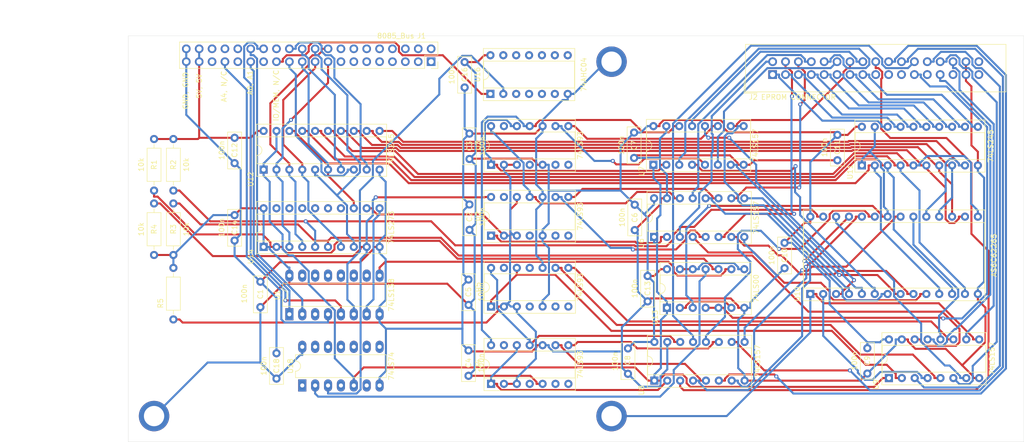
<source format=kicad_pcb>
(kicad_pcb (version 20171130) (host pcbnew "(5.1.5)-3")
  (layers (0 F.Cu signal) (31 B.Cu signal) (34 B.Paste user) (35 F.Paste user) (36 B.SilkS user) (37 F.SilkS user) (38 B.Mask user) (39 F.Mask user) (44 Edge.Cuts user))
  (net 0 "")
  (net 1 GND)
  (net 2 5V)
  (net 3 A4)
  (net 4 A0)
  (net 5 ~WR)
  (net 6 D6)
  (net 7 D7)
  (net 8 D4)
  (net 9 D5)
  (net 10 D2)
  (net 11 D3)
  (net 12 D0)
  (net 13 D1)
  (net 14 SA0)
  (net 15 SA1)
  (net 16 SA2)
  (net 17 SA3)
  (net 18 SA4)
  (net 19 SA5)
  (net 20 SA6)
  (net 21 SA7)
  (net 22 SA8)
  (net 23 SA9)
  (net 24 SA10)
  (net 25 SA11)
  (net 26 SA12)
  (net 27 SA13)
  (net 28 SA14)
  (net 29 ~SCE)
  (net 30 ~SOE)
  (net 31 SD7)
  (net 32 SD6)
  (net 33 SD5)
  (net 34 SD4)
  (net 35 SD3)
  (net 36 SD2)
  (net 37 SD1)
  (net 38 SD0)
  (net 39 ~Program)
  (net 40 ~write)
  (net 41 ~select)
  (net 42 ADD_CLK)
  (net 43 RESET_E)
  (net 44 PGM_TGT)
  (net 45 EA0)
  (net 46 EA3)
  (net 47 EA1)
  (net 48 EA2)
  (net 49 EA4)
  (net 50 EA7)
  (net 51 EA5)
  (net 52 EA6)
  (net 53 EA8)
  (net 54 EA11)
  (net 55 EA9)
  (net 56 EA10)
  (net 57 EA12)
  (net 58 EA13)
  (net 59 EA14)
  (net 60 "Net-(U10-Pad9)")
  (net 61 "Net-(U10-Pad7)")
  (net 62 "Net-(U10-Pad10)")
  (net 63 "Net-(U10-Pad8)")
  (net 64 "Net-(U10-Pad5)")
  (net 65 "Net-(U10-Pad3)")
  (net 66 "Net-(U10-Pad6)")
  (net 67 "Net-(U10-Pad4)")
  (net 68 "Net-(U10-Pad24)")
  (net 69 "Net-(U10-Pad23)")
  (net 70 "Net-(U10-Pad25)")
  (net 71 "Net-(U10-Pad21)")
  (net 72 "Net-(U10-Pad26)")
  (net 73 "Net-(U10-Pad20)")
  (net 74 "Net-(U10-Pad2)")
  (net 75 "Net-(U10-Pad1)")
  (net 76 "Net-(U10-Pad19)")
  (net 77 "Net-(U10-Pad18)")
  (net 78 "Net-(U10-Pad17)")
  (net 79 "Net-(U13-Pad2)")
  (net 80 IO~MEM)
  (net 81 A1)
  (net 82 ~DATA_PORT)
  (net 83 "Net-(U12-Pad1)")
  (net 84 "Net-(U13-Pad12)")
  (net 85 "Net-(U1-Pad6)")
  (net 86 "Net-(U10-Pad13)")
  (net 87 "Net-(U10-Pad12)")
  (net 88 "Net-(U10-Pad11)")
  (net 89 "Net-(U10-Pad22)")
  (net 90 "Net-(U10-Pad16)")
  (net 91 "Net-(U10-Pad15)")
  (net 92 "Net-(U13-Pad11)")
  (module Capacitor_THT:C_Rect_L7.0mm_W2.5mm_P5.00mm (layer F.Cu) (at 203.2 153.988 270)
    (fp_text reference C18 (at 2.5 0 90) (layer F.SilkS))
    (fp_text value 100n (at 2.5 2.5 90) (layer F.SilkS))
    (pad 2 thru_hole circle (at 5 0 270) (size 1.6 1.6) (drill 0.8) (layers *.Cu *.Mask) (net 2 5V))
    (pad 1 thru_hole circle (at 0 0 270) (size 1.6 1.6) (drill 0.8) (layers *.Cu *.Mask) (net 1 GND))
  )
  (module Package_DIP:DIP-14_W7.62mm_LongPads (layer F.Cu) (at 208.28 160.338 90)
    (fp_text reference U18 (at 3.81 -2.33 90) (layer F.SilkS))
    (fp_text value 74LS74 (at 3.81 17.57 90) (layer F.SilkS))
    (pad 14 thru_hole oval (at 7.62 0 90) (size 2.4 1.6) (drill 0.8) (layers *.Cu *.Mask) (net 2 5V))
    (pad 7 thru_hole oval (at 0 15.24 90) (size 2.4 1.6) (drill 0.8) (layers *.Cu *.Mask) (net 1 GND))
    (pad 13 thru_hole oval (at 7.62 2.54 90) (size 2.4 1.6) (drill 0.8) (layers *.Cu *.Mask))
    (pad 6 thru_hole oval (at 0 12.7 90) (size 2.4 1.6) (drill 0.8) (layers *.Cu *.Mask))
    (pad 12 thru_hole oval (at 7.62 5.08 90) (size 2.4 1.6) (drill 0.8) (layers *.Cu *.Mask))
    (pad 5 thru_hole oval (at 0 10.16 90) (size 2.4 1.6) (drill 0.8) (layers *.Cu *.Mask) (net 83 "Net-(U12-Pad1)"))
    (pad 11 thru_hole oval (at 7.62 7.62 90) (size 2.4 1.6) (drill 0.8) (layers *.Cu *.Mask))
    (pad 4 thru_hole oval (at 0 7.62 90) (size 2.4 1.6) (drill 0.8) (layers *.Cu *.Mask))
    (pad 10 thru_hole oval (at 7.62 10.16 90) (size 2.4 1.6) (drill 0.8) (layers *.Cu *.Mask))
    (pad 3 thru_hole oval (at 0 5.08 90) (size 2.4 1.6) (drill 0.8) (layers *.Cu *.Mask) (net 42 ADD_CLK))
    (pad 9 thru_hole oval (at 7.62 12.7 90) (size 2.4 1.6) (drill 0.8) (layers *.Cu *.Mask))
    (pad 2 thru_hole oval (at 0 2.54 90) (size 2.4 1.6) (drill 0.8) (layers *.Cu *.Mask) (net 92 "Net-(U13-Pad11)"))
    (pad 8 thru_hole oval (at 7.62 15.24 90) (size 2.4 1.6) (drill 0.8) (layers *.Cu *.Mask))
    (pad 1 thru_hole rect (at 0 0 90) (size 2.4 1.6) (drill 0.8) (layers *.Cu *.Mask))
  )
  (module Package_DIP:DIP-16_W7.62mm_LongPads (layer F.Cu) (at 205.74 146.304 90)
    (fp_text reference U1 (at 3.81 -2.33 90) (layer F.SilkS))
    (fp_text value 74LS138 (at 3.81 20.11 90) (layer F.SilkS))
    (pad 16 thru_hole oval (at 7.62 0 90) (size 2.4 1.6) (drill 0.8) (layers *.Cu *.Mask) (net 2 5V))
    (pad 8 thru_hole oval (at 0 17.78 90) (size 2.4 1.6) (drill 0.8) (layers *.Cu *.Mask) (net 1 GND))
    (pad 15 thru_hole oval (at 7.62 2.54 90) (size 2.4 1.6) (drill 0.8) (layers *.Cu *.Mask))
    (pad 7 thru_hole oval (at 0 15.24 90) (size 2.4 1.6) (drill 0.8) (layers *.Cu *.Mask) (net 44 PGM_TGT))
    (pad 14 thru_hole oval (at 7.62 5.08 90) (size 2.4 1.6) (drill 0.8) (layers *.Cu *.Mask))
    (pad 6 thru_hole oval (at 0 12.7 90) (size 2.4 1.6) (drill 0.8) (layers *.Cu *.Mask) (net 85 "Net-(U1-Pad6)"))
    (pad 13 thru_hole oval (at 7.62 7.62 90) (size 2.4 1.6) (drill 0.8) (layers *.Cu *.Mask))
    (pad 5 thru_hole oval (at 0 10.16 90) (size 2.4 1.6) (drill 0.8) (layers *.Cu *.Mask) (net 5 ~WR))
    (pad 12 thru_hole oval (at 7.62 10.16 90) (size 2.4 1.6) (drill 0.8) (layers *.Cu *.Mask))
    (pad 4 thru_hole oval (at 0 7.62 90) (size 2.4 1.6) (drill 0.8) (layers *.Cu *.Mask) (net 3 A4))
    (pad 11 thru_hole oval (at 7.62 12.7 90) (size 2.4 1.6) (drill 0.8) (layers *.Cu *.Mask))
    (pad 3 thru_hole oval (at 0 5.08 90) (size 2.4 1.6) (drill 0.8) (layers *.Cu *.Mask))
    (pad 10 thru_hole oval (at 7.62 15.24 90) (size 2.4 1.6) (drill 0.8) (layers *.Cu *.Mask))
    (pad 2 thru_hole oval (at 0 2.54 90) (size 2.4 1.6) (drill 0.8) (layers *.Cu *.Mask) (net 81 A1))
    (pad 9 thru_hole oval (at 7.62 17.78 90) (size 2.4 1.6) (drill 0.8) (layers *.Cu *.Mask) (net 82 ~DATA_PORT))
    (pad 1 thru_hole rect (at 0 0 90) (size 2.4 1.6) (drill 0.8) (layers *.Cu *.Mask) (net 4 A0))
  )
  (module Connector_IDC:IDC-Header_2x17_P2.54mm_Vertical (layer F.Cu) (at 300.99 99.06 90)
    (fp_text reference J2 (at -4.445 -3.81 180) (layer F.SilkS))
    (fp_text value "EPROM CONNECTOR" (at -4.445 5.08 180) (layer F.SilkS))
    (pad 34 thru_hole oval (at 2.54 40.64 90) (size 1.7272 1.7272) (drill 1.016) (layers *.Cu *.Mask))
    (pad 33 thru_hole oval (at 0 40.64 90) (size 1.7272 1.7272) (drill 1.016) (layers *.Cu *.Mask))
    (pad 32 thru_hole oval (at 2.54 38.1 90) (size 1.7272 1.7272) (drill 1.016) (layers *.Cu *.Mask) (net 1 GND))
    (pad 31 thru_hole oval (at 0 38.1 90) (size 1.7272 1.7272) (drill 1.016) (layers *.Cu *.Mask) (net 1 GND))
    (pad 30 thru_hole oval (at 2.54 35.56 90) (size 1.7272 1.7272) (drill 1.016) (layers *.Cu *.Mask) (net 28 SA14))
    (pad 29 thru_hole oval (at 0 35.56 90) (size 1.7272 1.7272) (drill 1.016) (layers *.Cu *.Mask))
    (pad 28 thru_hole oval (at 2.54 33.02 90) (size 1.7272 1.7272) (drill 1.016) (layers *.Cu *.Mask) (net 27 SA13))
    (pad 27 thru_hole oval (at 0 33.02 90) (size 1.7272 1.7272) (drill 1.016) (layers *.Cu *.Mask) (net 29 ~SCE))
    (pad 26 thru_hole oval (at 2.54 30.48 90) (size 1.7272 1.7272) (drill 1.016) (layers *.Cu *.Mask) (net 26 SA12))
    (pad 25 thru_hole oval (at 0 30.48 90) (size 1.7272 1.7272) (drill 1.016) (layers *.Cu *.Mask))
    (pad 24 thru_hole oval (at 2.54 27.94 90) (size 1.7272 1.7272) (drill 1.016) (layers *.Cu *.Mask) (net 25 SA11))
    (pad 23 thru_hole oval (at 0 27.94 90) (size 1.7272 1.7272) (drill 1.016) (layers *.Cu *.Mask) (net 30 ~SOE))
    (pad 22 thru_hole oval (at 2.54 25.4 90) (size 1.7272 1.7272) (drill 1.016) (layers *.Cu *.Mask) (net 24 SA10))
    (pad 21 thru_hole oval (at 0 25.4 90) (size 1.7272 1.7272) (drill 1.016) (layers *.Cu *.Mask))
    (pad 20 thru_hole oval (at 2.54 22.86 90) (size 1.7272 1.7272) (drill 1.016) (layers *.Cu *.Mask) (net 23 SA9))
    (pad 19 thru_hole oval (at 0 22.86 90) (size 1.7272 1.7272) (drill 1.016) (layers *.Cu *.Mask))
    (pad 18 thru_hole oval (at 2.54 20.32 90) (size 1.7272 1.7272) (drill 1.016) (layers *.Cu *.Mask) (net 22 SA8))
    (pad 17 thru_hole oval (at 0 20.32 90) (size 1.7272 1.7272) (drill 1.016) (layers *.Cu *.Mask))
    (pad 16 thru_hole oval (at 2.54 17.78 90) (size 1.7272 1.7272) (drill 1.016) (layers *.Cu *.Mask) (net 21 SA7))
    (pad 15 thru_hole oval (at 0 17.78 90) (size 1.7272 1.7272) (drill 1.016) (layers *.Cu *.Mask) (net 31 SD7))
    (pad 14 thru_hole oval (at 2.54 15.24 90) (size 1.7272 1.7272) (drill 1.016) (layers *.Cu *.Mask) (net 20 SA6))
    (pad 13 thru_hole oval (at 0 15.24 90) (size 1.7272 1.7272) (drill 1.016) (layers *.Cu *.Mask) (net 32 SD6))
    (pad 12 thru_hole oval (at 2.54 12.7 90) (size 1.7272 1.7272) (drill 1.016) (layers *.Cu *.Mask) (net 19 SA5))
    (pad 11 thru_hole oval (at 0 12.7 90) (size 1.7272 1.7272) (drill 1.016) (layers *.Cu *.Mask) (net 33 SD5))
    (pad 10 thru_hole oval (at 2.54 10.16 90) (size 1.7272 1.7272) (drill 1.016) (layers *.Cu *.Mask) (net 18 SA4))
    (pad 9 thru_hole oval (at 0 10.16 90) (size 1.7272 1.7272) (drill 1.016) (layers *.Cu *.Mask) (net 34 SD4))
    (pad 8 thru_hole oval (at 2.54 7.62 90) (size 1.7272 1.7272) (drill 1.016) (layers *.Cu *.Mask) (net 17 SA3))
    (pad 7 thru_hole oval (at 0 7.62 90) (size 1.7272 1.7272) (drill 1.016) (layers *.Cu *.Mask) (net 35 SD3))
    (pad 6 thru_hole oval (at 2.54 5.08 90) (size 1.7272 1.7272) (drill 1.016) (layers *.Cu *.Mask) (net 16 SA2))
    (pad 5 thru_hole oval (at 0 5.08 90) (size 1.7272 1.7272) (drill 1.016) (layers *.Cu *.Mask) (net 36 SD2))
    (pad 4 thru_hole oval (at 2.54 2.54 90) (size 1.7272 1.7272) (drill 1.016) (layers *.Cu *.Mask) (net 15 SA1))
    (pad 3 thru_hole oval (at 0 2.54 90) (size 1.7272 1.7272) (drill 1.016) (layers *.Cu *.Mask) (net 37 SD1))
    (pad 2 thru_hole oval (at 2.54 0 90) (size 1.7272 1.7272) (drill 1.016) (layers *.Cu *.Mask) (net 14 SA0))
    (pad 1 thru_hole rect (at 0 0 90) (size 1.7272 1.7272) (drill 1.016) (layers *.Cu *.Mask) (net 38 SD0))
  )
  (module Connector_PinSocket_2.54mm:PinSocket_2x20_P2.54mm_Vertical (layer F.Cu) (at 233.68 96.52 270)
    (fp_text reference J1 (at -5.08 1.905 180) (layer F.SilkS))
    (fp_text value 8085_Bus (at -5.08 6.985 180) (layer F.SilkS))
    (pad 40 thru_hole oval (at -2.54 48.26 270) (size 1.7 1.7) (drill 1) (layers *.Cu *.Mask) (net 1 GND))
    (pad 39 thru_hole oval (at 0 48.26 270) (size 1.7 1.7) (drill 1) (layers *.Cu *.Mask) (net 1 GND))
    (pad 38 thru_hole oval (at -2.54 45.72 270) (size 1.7 1.7) (drill 1) (layers *.Cu *.Mask) (net 2 5V))
    (pad 37 thru_hole oval (at 0 45.72 270) (size 1.7 1.7) (drill 1) (layers *.Cu *.Mask) (net 2 5V))
    (pad 36 thru_hole oval (at -2.54 43.18 270) (size 1.7 1.7) (drill 1) (layers *.Cu *.Mask))
    (pad 35 thru_hole oval (at 0 43.18 270) (size 1.7 1.7) (drill 1) (layers *.Cu *.Mask))
    (pad 34 thru_hole oval (at -2.54 40.64 270) (size 1.7 1.7) (drill 1) (layers *.Cu *.Mask))
    (pad 33 thru_hole oval (at 0 40.64 270) (size 1.7 1.7) (drill 1) (layers *.Cu *.Mask) (net 3 A4))
    (pad 32 thru_hole oval (at -2.54 38.1 270) (size 1.7 1.7) (drill 1) (layers *.Cu *.Mask))
    (pad 31 thru_hole oval (at 0 38.1 270) (size 1.7 1.7) (drill 1) (layers *.Cu *.Mask))
    (pad 30 thru_hole oval (at -2.54 35.56 270) (size 1.7 1.7) (drill 1) (layers *.Cu *.Mask) (net 81 A1))
    (pad 29 thru_hole oval (at 0 35.56 270) (size 1.7 1.7) (drill 1) (layers *.Cu *.Mask) (net 4 A0))
    (pad 28 thru_hole oval (at -2.54 33.02 270) (size 1.7 1.7) (drill 1) (layers *.Cu *.Mask) (net 5 ~WR))
    (pad 27 thru_hole oval (at 0 33.02 270) (size 1.7 1.7) (drill 1) (layers *.Cu *.Mask))
    (pad 26 thru_hole oval (at -2.54 30.48 270) (size 1.7 1.7) (drill 1) (layers *.Cu *.Mask))
    (pad 25 thru_hole oval (at 0 30.48 270) (size 1.7 1.7) (drill 1) (layers *.Cu *.Mask) (net 80 IO~MEM))
    (pad 24 thru_hole oval (at -2.54 27.94 270) (size 1.7 1.7) (drill 1) (layers *.Cu *.Mask) (net 7 D7))
    (pad 23 thru_hole oval (at 0 27.94 270) (size 1.7 1.7) (drill 1) (layers *.Cu *.Mask) (net 6 D6))
    (pad 22 thru_hole oval (at -2.54 25.4 270) (size 1.7 1.7) (drill 1) (layers *.Cu *.Mask) (net 9 D5))
    (pad 21 thru_hole oval (at 0 25.4 270) (size 1.7 1.7) (drill 1) (layers *.Cu *.Mask) (net 8 D4))
    (pad 20 thru_hole oval (at -2.54 22.86 270) (size 1.7 1.7) (drill 1) (layers *.Cu *.Mask) (net 11 D3))
    (pad 19 thru_hole oval (at 0 22.86 270) (size 1.7 1.7) (drill 1) (layers *.Cu *.Mask) (net 10 D2))
    (pad 18 thru_hole oval (at -2.54 20.32 270) (size 1.7 1.7) (drill 1) (layers *.Cu *.Mask) (net 13 D1))
    (pad 17 thru_hole oval (at 0 20.32 270) (size 1.7 1.7) (drill 1) (layers *.Cu *.Mask) (net 12 D0))
    (pad 16 thru_hole oval (at -2.54 17.78 270) (size 1.7 1.7) (drill 1) (layers *.Cu *.Mask))
    (pad 15 thru_hole oval (at 0 17.78 270) (size 1.7 1.7) (drill 1) (layers *.Cu *.Mask))
    (pad 14 thru_hole oval (at -2.54 15.24 270) (size 1.7 1.7) (drill 1) (layers *.Cu *.Mask))
    (pad 13 thru_hole oval (at 0 15.24 270) (size 1.7 1.7) (drill 1) (layers *.Cu *.Mask))
    (pad 12 thru_hole oval (at -2.54 12.7 270) (size 1.7 1.7) (drill 1) (layers *.Cu *.Mask))
    (pad 11 thru_hole oval (at 0 12.7 270) (size 1.7 1.7) (drill 1) (layers *.Cu *.Mask))
    (pad 10 thru_hole oval (at -2.54 10.16 270) (size 1.7 1.7) (drill 1) (layers *.Cu *.Mask))
    (pad 9 thru_hole oval (at 0 10.16 270) (size 1.7 1.7) (drill 1) (layers *.Cu *.Mask))
    (pad 8 thru_hole oval (at -2.54 7.62 270) (size 1.7 1.7) (drill 1) (layers *.Cu *.Mask))
    (pad 7 thru_hole oval (at 0 7.62 270) (size 1.7 1.7) (drill 1) (layers *.Cu *.Mask))
    (pad 6 thru_hole oval (at -2.54 5.08 270) (size 1.7 1.7) (drill 1) (layers *.Cu *.Mask))
    (pad 5 thru_hole oval (at 0 5.08 270) (size 1.7 1.7) (drill 1) (layers *.Cu *.Mask))
    (pad 4 thru_hole oval (at -2.54 2.54 270) (size 1.7 1.7) (drill 1) (layers *.Cu *.Mask))
    (pad 3 thru_hole oval (at 0 2.54 270) (size 1.7 1.7) (drill 1) (layers *.Cu *.Mask))
    (pad 2 thru_hole oval (at -2.54 0 270) (size 1.7 1.7) (drill 1) (layers *.Cu *.Mask))
    (pad 1 thru_hole rect (at 0 0 270) (size 1.7 1.7) (drill 1) (layers *.Cu *.Mask))
  )
  (module Package_DIP:DIP-16_W7.62mm_Socket (layer F.Cu) (at 277.495 116.84 90)
    (fp_text reference U7 (at -1.27 -2.33 90) (layer F.SilkS))
    (fp_text value 74LS157 (at 3.81 20.11 90) (layer F.SilkS))
    (pad 16 thru_hole oval (at 7.62 0 90) (size 1.6 1.6) (drill 0.8) (layers *.Cu *.Mask) (net 2 5V))
    (pad 8 thru_hole oval (at 0 17.78 90) (size 1.6 1.6) (drill 0.8) (layers *.Cu *.Mask) (net 1 GND))
    (pad 15 thru_hole oval (at 7.62 2.54 90) (size 1.6 1.6) (drill 0.8) (layers *.Cu *.Mask) (net 1 GND))
    (pad 7 thru_hole oval (at 0 15.24 90) (size 1.6 1.6) (drill 0.8) (layers *.Cu *.Mask) (net 64 "Net-(U10-Pad5)"))
    (pad 14 thru_hole oval (at 7.62 5.08 90) (size 1.6 1.6) (drill 0.8) (layers *.Cu *.Mask) (net 50 EA7))
    (pad 6 thru_hole oval (at 0 12.7 90) (size 1.6 1.6) (drill 0.8) (layers *.Cu *.Mask) (net 19 SA5))
    (pad 13 thru_hole oval (at 7.62 7.62 90) (size 1.6 1.6) (drill 0.8) (layers *.Cu *.Mask) (net 21 SA7))
    (pad 5 thru_hole oval (at 0 10.16 90) (size 1.6 1.6) (drill 0.8) (layers *.Cu *.Mask) (net 51 EA5))
    (pad 12 thru_hole oval (at 7.62 10.16 90) (size 1.6 1.6) (drill 0.8) (layers *.Cu *.Mask) (net 65 "Net-(U10-Pad3)"))
    (pad 4 thru_hole oval (at 0 7.62 90) (size 1.6 1.6) (drill 0.8) (layers *.Cu *.Mask) (net 66 "Net-(U10-Pad6)"))
    (pad 11 thru_hole oval (at 7.62 12.7 90) (size 1.6 1.6) (drill 0.8) (layers *.Cu *.Mask) (net 52 EA6))
    (pad 3 thru_hole oval (at 0 5.08 90) (size 1.6 1.6) (drill 0.8) (layers *.Cu *.Mask) (net 18 SA4))
    (pad 10 thru_hole oval (at 7.62 15.24 90) (size 1.6 1.6) (drill 0.8) (layers *.Cu *.Mask) (net 20 SA6))
    (pad 2 thru_hole oval (at 0 2.54 90) (size 1.6 1.6) (drill 0.8) (layers *.Cu *.Mask) (net 49 EA4))
    (pad 9 thru_hole oval (at 7.62 17.78 90) (size 1.6 1.6) (drill 0.8) (layers *.Cu *.Mask) (net 67 "Net-(U10-Pad4)"))
    (pad 1 thru_hole rect (at 0 0 90) (size 1.6 1.6) (drill 0.8) (layers *.Cu *.Mask) (net 83 "Net-(U12-Pad1)"))
  )
  (module Package_DIP:DIP-28_W15.24mm_Socket (layer F.Cu) (at 308.42 142.304 90)
    (fp_text reference U10 (at 0 -2.54 90) (layer F.SilkS))
    (fp_text value AS6C62265 (at 7.62 36.195 90) (layer F.SilkS))
    (pad 28 thru_hole oval (at 15.24 0 90) (size 1.6 1.6) (drill 0.8) (layers *.Cu *.Mask) (net 2 5V))
    (pad 14 thru_hole oval (at 0 33.02 90) (size 1.6 1.6) (drill 0.8) (layers *.Cu *.Mask) (net 1 GND))
    (pad 27 thru_hole oval (at 15.24 2.54 90) (size 1.6 1.6) (drill 0.8) (layers *.Cu *.Mask) (net 40 ~write))
    (pad 13 thru_hole oval (at 0 30.48 90) (size 1.6 1.6) (drill 0.8) (layers *.Cu *.Mask) (net 86 "Net-(U10-Pad13)"))
    (pad 26 thru_hole oval (at 15.24 5.08 90) (size 1.6 1.6) (drill 0.8) (layers *.Cu *.Mask) (net 72 "Net-(U10-Pad26)"))
    (pad 12 thru_hole oval (at 0 27.94 90) (size 1.6 1.6) (drill 0.8) (layers *.Cu *.Mask) (net 87 "Net-(U10-Pad12)"))
    (pad 25 thru_hole oval (at 15.24 7.62 90) (size 1.6 1.6) (drill 0.8) (layers *.Cu *.Mask) (net 70 "Net-(U10-Pad25)"))
    (pad 11 thru_hole oval (at 0 25.4 90) (size 1.6 1.6) (drill 0.8) (layers *.Cu *.Mask) (net 88 "Net-(U10-Pad11)"))
    (pad 24 thru_hole oval (at 15.24 10.16 90) (size 1.6 1.6) (drill 0.8) (layers *.Cu *.Mask) (net 68 "Net-(U10-Pad24)"))
    (pad 10 thru_hole oval (at 0 22.86 90) (size 1.6 1.6) (drill 0.8) (layers *.Cu *.Mask) (net 62 "Net-(U10-Pad10)"))
    (pad 23 thru_hole oval (at 15.24 12.7 90) (size 1.6 1.6) (drill 0.8) (layers *.Cu *.Mask) (net 69 "Net-(U10-Pad23)"))
    (pad 9 thru_hole oval (at 0 20.32 90) (size 1.6 1.6) (drill 0.8) (layers *.Cu *.Mask) (net 60 "Net-(U10-Pad9)"))
    (pad 22 thru_hole oval (at 15.24 15.24 90) (size 1.6 1.6) (drill 0.8) (layers *.Cu *.Mask) (net 89 "Net-(U10-Pad22)"))
    (pad 8 thru_hole oval (at 0 17.78 90) (size 1.6 1.6) (drill 0.8) (layers *.Cu *.Mask) (net 63 "Net-(U10-Pad8)"))
    (pad 21 thru_hole oval (at 15.24 17.78 90) (size 1.6 1.6) (drill 0.8) (layers *.Cu *.Mask) (net 71 "Net-(U10-Pad21)"))
    (pad 7 thru_hole oval (at 0 15.24 90) (size 1.6 1.6) (drill 0.8) (layers *.Cu *.Mask) (net 61 "Net-(U10-Pad7)"))
    (pad 20 thru_hole oval (at 15.24 20.32 90) (size 1.6 1.6) (drill 0.8) (layers *.Cu *.Mask) (net 73 "Net-(U10-Pad20)"))
    (pad 6 thru_hole oval (at 0 12.7 90) (size 1.6 1.6) (drill 0.8) (layers *.Cu *.Mask) (net 66 "Net-(U10-Pad6)"))
    (pad 19 thru_hole oval (at 15.24 22.86 90) (size 1.6 1.6) (drill 0.8) (layers *.Cu *.Mask) (net 76 "Net-(U10-Pad19)"))
    (pad 5 thru_hole oval (at 0 10.16 90) (size 1.6 1.6) (drill 0.8) (layers *.Cu *.Mask) (net 64 "Net-(U10-Pad5)"))
    (pad 18 thru_hole oval (at 15.24 25.4 90) (size 1.6 1.6) (drill 0.8) (layers *.Cu *.Mask) (net 77 "Net-(U10-Pad18)"))
    (pad 4 thru_hole oval (at 0 7.62 90) (size 1.6 1.6) (drill 0.8) (layers *.Cu *.Mask) (net 67 "Net-(U10-Pad4)"))
    (pad 17 thru_hole oval (at 15.24 27.94 90) (size 1.6 1.6) (drill 0.8) (layers *.Cu *.Mask) (net 78 "Net-(U10-Pad17)"))
    (pad 3 thru_hole oval (at 0 5.08 90) (size 1.6 1.6) (drill 0.8) (layers *.Cu *.Mask) (net 65 "Net-(U10-Pad3)"))
    (pad 16 thru_hole oval (at 15.24 30.48 90) (size 1.6 1.6) (drill 0.8) (layers *.Cu *.Mask) (net 90 "Net-(U10-Pad16)"))
    (pad 2 thru_hole oval (at 0 2.54 90) (size 1.6 1.6) (drill 0.8) (layers *.Cu *.Mask) (net 74 "Net-(U10-Pad2)"))
    (pad 15 thru_hole oval (at 15.24 33.02 90) (size 1.6 1.6) (drill 0.8) (layers *.Cu *.Mask) (net 91 "Net-(U10-Pad15)"))
    (pad 1 thru_hole rect (at 0 0 90) (size 1.6 1.6) (drill 0.8) (layers *.Cu *.Mask) (net 75 "Net-(U10-Pad1)"))
  )
  (module Package_DIP:DIP-14_W7.62mm_Socket (layer F.Cu) (at 245.364 102.87 90)
    (fp_text reference U16 (at 3.81 -2.54 90) (layer F.SilkS))
    (fp_text value 74AHC04 (at 3.81 18.415 270) (layer F.SilkS))
    (pad 14 thru_hole oval (at 7.62 0 90) (size 1.6 1.6) (drill 0.8) (layers *.Cu *.Mask) (net 2 5V))
    (pad 7 thru_hole oval (at 0 15.24 90) (size 1.6 1.6) (drill 0.8) (layers *.Cu *.Mask) (net 1 GND))
    (pad 13 thru_hole oval (at 7.62 2.54 90) (size 1.6 1.6) (drill 0.8) (layers *.Cu *.Mask))
    (pad 6 thru_hole oval (at 0 12.7 90) (size 1.6 1.6) (drill 0.8) (layers *.Cu *.Mask))
    (pad 12 thru_hole oval (at 7.62 5.08 90) (size 1.6 1.6) (drill 0.8) (layers *.Cu *.Mask))
    (pad 5 thru_hole oval (at 0 10.16 90) (size 1.6 1.6) (drill 0.8) (layers *.Cu *.Mask))
    (pad 11 thru_hole oval (at 7.62 7.62 90) (size 1.6 1.6) (drill 0.8) (layers *.Cu *.Mask))
    (pad 4 thru_hole oval (at 0 7.62 90) (size 1.6 1.6) (drill 0.8) (layers *.Cu *.Mask))
    (pad 10 thru_hole oval (at 7.62 10.16 90) (size 1.6 1.6) (drill 0.8) (layers *.Cu *.Mask))
    (pad 3 thru_hole oval (at 0 5.08 90) (size 1.6 1.6) (drill 0.8) (layers *.Cu *.Mask))
    (pad 9 thru_hole oval (at 7.62 12.7 90) (size 1.6 1.6) (drill 0.8) (layers *.Cu *.Mask))
    (pad 2 thru_hole oval (at 0 2.54 90) (size 1.6 1.6) (drill 0.8) (layers *.Cu *.Mask) (net 85 "Net-(U1-Pad6)"))
    (pad 8 thru_hole oval (at 7.62 15.24 90) (size 1.6 1.6) (drill 0.8) (layers *.Cu *.Mask))
    (pad 1 thru_hole rect (at 0 0 90) (size 1.6 1.6) (drill 0.8) (layers *.Cu *.Mask) (net 80 IO~MEM))
  )
  (module Capacitor_THT:C_Rect_L7.0mm_W2.5mm_P5.00mm (layer F.Cu) (at 276.352 143.764 90)
    (fp_text reference C13 (at 2.54 0 90) (layer F.SilkS))
    (fp_text value 100n (at 2.54 -2.54 90) (layer F.SilkS))
    (pad 2 thru_hole circle (at 5 0 90) (size 1.6 1.6) (drill 0.8) (layers *.Cu *.Mask) (net 2 5V))
    (pad 1 thru_hole circle (at 0 0 90) (size 1.6 1.6) (drill 0.8) (layers *.Cu *.Mask) (net 1 GND))
  )
  (module Capacitor_THT:C_Rect_L7.0mm_W2.5mm_P5.00mm (layer F.Cu) (at 303.34 137.224 90)
    (fp_text reference C10 (at 2.54 0 90) (layer F.SilkS))
    (fp_text value 100n (at 2.54 -2.54 90) (layer F.SilkS))
    (pad 2 thru_hole circle (at 5 0 90) (size 1.6 1.6) (drill 0.8) (layers *.Cu *.Mask) (net 2 5V))
    (pad 1 thru_hole circle (at 0 0 90) (size 1.6 1.6) (drill 0.8) (layers *.Cu *.Mask) (net 1 GND))
  )
  (module Capacitor_THT:C_Rect_L7.0mm_W2.5mm_P5.00mm (layer F.Cu) (at 194.945 116.522 90)
    (fp_text reference C12 (at 2.54 0 90) (layer F.SilkS))
    (fp_text value 100n (at 2.54 -2.54 90) (layer F.SilkS))
    (pad 2 thru_hole circle (at 5 0 90) (size 1.6 1.6) (drill 0.8) (layers *.Cu *.Mask) (net 2 5V))
    (pad 1 thru_hole circle (at 0 0 90) (size 1.6 1.6) (drill 0.8) (layers *.Cu *.Mask) (net 1 GND))
  )
  (module Resistor_THT:R_Axial_DIN0207_L6.3mm_D2.5mm_P10.16mm_Horizontal (layer F.Cu) (at 182.88 134.62 90)
    (fp_text reference R3 (at 5.08 0 90) (layer F.SilkS))
    (fp_text value 10k (at 5.08 2.54 90) (layer F.SilkS))
    (pad 2 thru_hole oval (at 10.16 0 90) (size 1.6 1.6) (drill 0.8) (layers *.Cu *.Mask) (net 41 ~select))
    (pad 1 thru_hole circle (at 0 0 90) (size 1.6 1.6) (drill 0.8) (layers *.Cu *.Mask) (net 2 5V))
  )
  (module Capacitor_THT:C_Rect_L7.0mm_W2.5mm_P5.00mm (layer F.Cu) (at 241.046 144.462 90)
    (fp_text reference C5 (at 2.54 0 90) (layer F.SilkS))
    (fp_text value 100n (at 2.54 2.5 90) (layer F.SilkS))
    (pad 2 thru_hole circle (at 5 0 90) (size 1.6 1.6) (drill 0.8) (layers *.Cu *.Mask) (net 1 GND))
    (pad 1 thru_hole circle (at 0 0 90) (size 1.6 1.6) (drill 0.8) (layers *.Cu *.Mask) (net 2 5V))
  )
  (module Resistor_THT:R_Axial_DIN0207_L6.3mm_D2.5mm_P10.16mm_Horizontal (layer F.Cu) (at 179.07 111.76 270)
    (fp_text reference R1 (at 5.08 0 90) (layer F.SilkS))
    (fp_text value 10k (at 5.08 2.54 90) (layer F.SilkS))
    (pad 2 thru_hole oval (at 10.16 0 270) (size 1.6 1.6) (drill 0.8) (layers *.Cu *.Mask) (net 39 ~Program))
    (pad 1 thru_hole circle (at 0 0 270) (size 1.6 1.6) (drill 0.8) (layers *.Cu *.Mask) (net 2 5V))
  )
  (module Capacitor_THT:C_Rect_L7.0mm_W2.5mm_P5.00mm (layer F.Cu) (at 273.812 124.714 270)
    (fp_text reference C6 (at 2.54 0 90) (layer F.SilkS))
    (fp_text value 100n (at 2.5 2.5 90) (layer F.SilkS))
    (pad 2 thru_hole circle (at 5 0 270) (size 1.6 1.6) (drill 0.8) (layers *.Cu *.Mask) (net 1 GND))
    (pad 1 thru_hole circle (at 0 0 270) (size 1.6 1.6) (drill 0.8) (layers *.Cu *.Mask) (net 2 5V))
  )
  (module Capacitor_THT:C_Rect_L7.0mm_W2.5mm_P5.00mm (layer F.Cu) (at 241.046 158.432 90)
    (fp_text reference C4 (at 2.54 0 90) (layer F.SilkS))
    (fp_text value 100n (at 2.54 2.5 90) (layer F.SilkS))
    (pad 2 thru_hole circle (at 5 0 90) (size 1.6 1.6) (drill 0.8) (layers *.Cu *.Mask) (net 1 GND))
    (pad 1 thru_hole circle (at 0 0 90) (size 1.6 1.6) (drill 0.8) (layers *.Cu *.Mask) (net 2 5V))
  )
  (module Resistor_THT:R_Axial_DIN0207_L6.3mm_D2.5mm_P10.16mm_Horizontal (layer F.Cu) (at 179.07 134.62 90)
    (fp_text reference R4 (at 5.08 0 90) (layer F.SilkS))
    (fp_text value 10k (at 5.08 -2.54 90) (layer F.SilkS))
    (pad 2 thru_hole oval (at 10.16 0 90) (size 1.6 1.6) (drill 0.8) (layers *.Cu *.Mask) (net 42 ADD_CLK))
    (pad 1 thru_hole circle (at 0 0 90) (size 1.6 1.6) (drill 0.8) (layers *.Cu *.Mask) (net 2 5V))
  )
  (module Resistor_THT:R_Axial_DIN0207_L6.3mm_D2.5mm_P10.16mm_Horizontal (layer F.Cu) (at 182.88 137.16 270)
    (fp_text reference R5 (at 6.985 2.54 90) (layer F.SilkS))
    (fp_text value 10k)
    (pad 2 thru_hole oval (at 10.16 0 270) (size 1.6 1.6) (drill 0.8) (layers *.Cu *.Mask) (net 43 RESET_E))
    (pad 1 thru_hole circle (at 0 0 270) (size 1.6 1.6) (drill 0.8) (layers *.Cu *.Mask) (net 2 5V))
  )
  (module Capacitor_THT:C_Rect_L7.0mm_W2.5mm_P5.00mm (layer F.Cu) (at 319.659 157.988 90)
    (fp_text reference C9 (at 2.54 0 90) (layer F.SilkS))
    (fp_text value 100n (at 2.54 -2.54 90) (layer F.SilkS))
    (pad 2 thru_hole circle (at 5 0 90) (size 1.6 1.6) (drill 0.8) (layers *.Cu *.Mask) (net 2 5V))
    (pad 1 thru_hole circle (at 0 0 90) (size 1.6 1.6) (drill 0.8) (layers *.Cu *.Mask) (net 1 GND))
  )
  (module Capacitor_THT:C_Rect_L7.0mm_W2.5mm_P5.00mm (layer F.Cu) (at 313.754 115.951 90)
    (fp_text reference C11 (at 2.54 0 90) (layer F.SilkS))
    (fp_text value 100n (at 2.54 -2.54 90) (layer F.SilkS))
    (pad 2 thru_hole circle (at 5 0 90) (size 1.6 1.6) (drill 0.8) (layers *.Cu *.Mask) (net 2 5V))
    (pad 1 thru_hole circle (at 0 0 90) (size 1.6 1.6) (drill 0.8) (layers *.Cu *.Mask) (net 1 GND))
  )
  (module Capacitor_THT:C_Rect_L7.0mm_W2.5mm_P5.00mm (layer F.Cu) (at 194.945 131.762 90)
    (fp_text reference C14 (at 2.54 0 90) (layer F.SilkS))
    (fp_text value 100n (at 2.54 -2.54 90) (layer F.SilkS))
    (pad 2 thru_hole circle (at 5 0 90) (size 1.6 1.6) (drill 0.8) (layers *.Cu *.Mask) (net 2 5V))
    (pad 1 thru_hole circle (at 0 0 90) (size 1.6 1.6) (drill 0.8) (layers *.Cu *.Mask) (net 1 GND))
  )
  (module Capacitor_THT:C_Rect_L7.0mm_W2.5mm_P5.00mm (layer F.Cu) (at 240.284 101.6 90)
    (fp_text reference C16 (at 2.54 0 90) (layer F.SilkS))
    (fp_text value 100n (at 2.54 -2.54 90) (layer F.SilkS))
    (pad 2 thru_hole circle (at 5 0 90) (size 1.6 1.6) (drill 0.8) (layers *.Cu *.Mask) (net 2 5V))
    (pad 1 thru_hole circle (at 0 0 90) (size 1.6 1.6) (drill 0.8) (layers *.Cu *.Mask) (net 1 GND))
  )
  (module Capacitor_THT:C_Rect_L7.0mm_W2.5mm_P5.00mm (layer F.Cu) (at 272.478 153.035 270)
    (fp_text reference C8 (at 2.3495 0.0635 90) (layer F.SilkS))
    (fp_text value 100n (at 2.54 2.54 90) (layer F.SilkS))
    (pad 2 thru_hole circle (at 5 0 270) (size 1.6 1.6) (drill 0.8) (layers *.Cu *.Mask) (net 1 GND))
    (pad 1 thru_hole circle (at 0 0 270) (size 1.6 1.6) (drill 0.8) (layers *.Cu *.Mask) (net 2 5V))
  )
  (module Capacitor_THT:C_Rect_L7.0mm_W2.5mm_P5.00mm (layer F.Cu) (at 273.685 110.49 270)
    (fp_text reference C7 (at 2.54 0 90) (layer F.SilkS))
    (fp_text value 100n (at 2.5 2.5 90) (layer F.SilkS))
    (pad 2 thru_hole circle (at 5 0 270) (size 1.6 1.6) (drill 0.8) (layers *.Cu *.Mask) (net 1 GND))
    (pad 1 thru_hole circle (at 0 0 270) (size 1.6 1.6) (drill 0.8) (layers *.Cu *.Mask) (net 2 5V))
  )
  (module Resistor_THT:R_Axial_DIN0207_L6.3mm_D2.5mm_P10.16mm_Horizontal (layer F.Cu) (at 182.88 111.76 270)
    (fp_text reference R2 (at 5.08 0 90) (layer F.SilkS))
    (fp_text value 10k (at 5.08 -2.54 90) (layer F.SilkS))
    (pad 2 thru_hole oval (at 10.16 0 270) (size 1.6 1.6) (drill 0.8) (layers *.Cu *.Mask) (net 40 ~write))
    (pad 1 thru_hole circle (at 0 0 270) (size 1.6 1.6) (drill 0.8) (layers *.Cu *.Mask) (net 2 5V))
  )
  (module Package_DIP:DIP-20_W7.62mm_Socket (layer F.Cu) (at 200.66 133.032 90)
    (fp_text reference U14 (at -1.905 -2.54 90) (layer F.SilkS))
    (fp_text value 74LS273 (at 3.81 25.19 90) (layer F.SilkS))
    (pad 20 thru_hole oval (at 7.62 0 90) (size 1.6 1.6) (drill 0.8) (layers *.Cu *.Mask) (net 2 5V))
    (pad 10 thru_hole oval (at 0 22.86 90) (size 1.6 1.6) (drill 0.8) (layers *.Cu *.Mask) (net 1 GND))
    (pad 19 thru_hole oval (at 7.62 2.54 90) (size 1.6 1.6) (drill 0.8) (layers *.Cu *.Mask))
    (pad 9 thru_hole oval (at 0 20.32 90) (size 1.6 1.6) (drill 0.8) (layers *.Cu *.Mask) (net 42 ADD_CLK))
    (pad 18 thru_hole oval (at 7.62 5.08 90) (size 1.6 1.6) (drill 0.8) (layers *.Cu *.Mask))
    (pad 8 thru_hole oval (at 0 17.78 90) (size 1.6 1.6) (drill 0.8) (layers *.Cu *.Mask) (net 11 D3))
    (pad 17 thru_hole oval (at 7.62 7.62 90) (size 1.6 1.6) (drill 0.8) (layers *.Cu *.Mask))
    (pad 7 thru_hole oval (at 0 15.24 90) (size 1.6 1.6) (drill 0.8) (layers *.Cu *.Mask) (net 10 D2))
    (pad 16 thru_hole oval (at 7.62 10.16 90) (size 1.6 1.6) (drill 0.8) (layers *.Cu *.Mask))
    (pad 6 thru_hole oval (at 0 12.7 90) (size 1.6 1.6) (drill 0.8) (layers *.Cu *.Mask) (net 41 ~select))
    (pad 15 thru_hole oval (at 7.62 12.7 90) (size 1.6 1.6) (drill 0.8) (layers *.Cu *.Mask))
    (pad 5 thru_hole oval (at 0 10.16 90) (size 1.6 1.6) (drill 0.8) (layers *.Cu *.Mask) (net 40 ~write))
    (pad 14 thru_hole oval (at 7.62 15.24 90) (size 1.6 1.6) (drill 0.8) (layers *.Cu *.Mask))
    (pad 4 thru_hole oval (at 0 7.62 90) (size 1.6 1.6) (drill 0.8) (layers *.Cu *.Mask) (net 13 D1))
    (pad 13 thru_hole oval (at 7.62 17.78 90) (size 1.6 1.6) (drill 0.8) (layers *.Cu *.Mask) (net 8 D4))
    (pad 3 thru_hole oval (at 0 5.08 90) (size 1.6 1.6) (drill 0.8) (layers *.Cu *.Mask) (net 12 D0))
    (pad 12 thru_hole oval (at 7.62 20.32 90) (size 1.6 1.6) (drill 0.8) (layers *.Cu *.Mask) (net 43 RESET_E))
    (pad 2 thru_hole oval (at 0 2.54 90) (size 1.6 1.6) (drill 0.8) (layers *.Cu *.Mask) (net 39 ~Program))
    (pad 11 thru_hole oval (at 7.62 22.86 90) (size 1.6 1.6) (drill 0.8) (layers *.Cu *.Mask) (net 44 PGM_TGT))
    (pad 1 thru_hole rect (at 0 0 90) (size 1.6 1.6) (drill 0.8) (layers *.Cu *.Mask) (net 2 5V))
  )
  (module Package_DIP:DIP-14_W7.62mm_Socket (layer F.Cu) (at 280.162 145.034 90)
    (fp_text reference U13 (at -1.905 -2.33 90) (layer F.SilkS))
    (fp_text value 74LS00 (at 3.81 17.57 90) (layer F.SilkS))
    (pad 14 thru_hole oval (at 7.62 0 90) (size 1.6 1.6) (drill 0.8) (layers *.Cu *.Mask) (net 2 5V))
    (pad 7 thru_hole oval (at 0 15.24 90) (size 1.6 1.6) (drill 0.8) (layers *.Cu *.Mask) (net 1 GND))
    (pad 13 thru_hole oval (at 7.62 2.54 90) (size 1.6 1.6) (drill 0.8) (layers *.Cu *.Mask) (net 84 "Net-(U13-Pad12)"))
    (pad 6 thru_hole oval (at 0 12.7 90) (size 1.6 1.6) (drill 0.8) (layers *.Cu *.Mask) (net 79 "Net-(U13-Pad2)"))
    (pad 12 thru_hole oval (at 7.62 5.08 90) (size 1.6 1.6) (drill 0.8) (layers *.Cu *.Mask) (net 84 "Net-(U13-Pad12)"))
    (pad 5 thru_hole oval (at 0 10.16 90) (size 1.6 1.6) (drill 0.8) (layers *.Cu *.Mask) (net 30 ~SOE))
    (pad 11 thru_hole oval (at 7.62 7.62 90) (size 1.6 1.6) (drill 0.8) (layers *.Cu *.Mask) (net 92 "Net-(U13-Pad11)"))
    (pad 4 thru_hole oval (at 0 7.62 90) (size 1.6 1.6) (drill 0.8) (layers *.Cu *.Mask) (net 30 ~SOE))
    (pad 10 thru_hole oval (at 7.62 10.16 90) (size 1.6 1.6) (drill 0.8) (layers *.Cu *.Mask) (net 39 ~Program))
    (pad 3 thru_hole oval (at 0 5.08 90) (size 1.6 1.6) (drill 0.8) (layers *.Cu *.Mask) (net 89 "Net-(U10-Pad22)"))
    (pad 9 thru_hole oval (at 7.62 12.7 90) (size 1.6 1.6) (drill 0.8) (layers *.Cu *.Mask) (net 82 ~DATA_PORT))
    (pad 2 thru_hole oval (at 0 2.54 90) (size 1.6 1.6) (drill 0.8) (layers *.Cu *.Mask) (net 79 "Net-(U13-Pad2)"))
    (pad 8 thru_hole oval (at 7.62 15.24 90) (size 1.6 1.6) (drill 0.8) (layers *.Cu *.Mask) (net 84 "Net-(U13-Pad12)"))
    (pad 1 thru_hole rect (at 0 0 90) (size 1.6 1.6) (drill 0.8) (layers *.Cu *.Mask) (net 83 "Net-(U12-Pad1)"))
  )
  (module Package_DIP:DIP-20_W7.62mm_Socket (layer F.Cu) (at 200.66 117.792 90)
    (fp_text reference U12 (at -1.905 -2.54 90) (layer F.SilkS))
    (fp_text value 74LS245 (at 3.81 25.19 90) (layer F.SilkS))
    (pad 20 thru_hole oval (at 7.62 0 90) (size 1.6 1.6) (drill 0.8) (layers *.Cu *.Mask) (net 2 5V))
    (pad 10 thru_hole oval (at 0 22.86 90) (size 1.6 1.6) (drill 0.8) (layers *.Cu *.Mask) (net 1 GND))
    (pad 19 thru_hole oval (at 7.62 2.54 90) (size 1.6 1.6) (drill 0.8) (layers *.Cu *.Mask) (net 83 "Net-(U12-Pad1)"))
    (pad 9 thru_hole oval (at 0 20.32 90) (size 1.6 1.6) (drill 0.8) (layers *.Cu *.Mask) (net 7 D7))
    (pad 18 thru_hole oval (at 7.62 5.08 90) (size 1.6 1.6) (drill 0.8) (layers *.Cu *.Mask) (net 88 "Net-(U10-Pad11)"))
    (pad 8 thru_hole oval (at 0 17.78 90) (size 1.6 1.6) (drill 0.8) (layers *.Cu *.Mask) (net 6 D6))
    (pad 17 thru_hole oval (at 7.62 7.62 90) (size 1.6 1.6) (drill 0.8) (layers *.Cu *.Mask) (net 87 "Net-(U10-Pad12)"))
    (pad 7 thru_hole oval (at 0 15.24 90) (size 1.6 1.6) (drill 0.8) (layers *.Cu *.Mask) (net 9 D5))
    (pad 16 thru_hole oval (at 7.62 10.16 90) (size 1.6 1.6) (drill 0.8) (layers *.Cu *.Mask) (net 86 "Net-(U10-Pad13)"))
    (pad 6 thru_hole oval (at 0 12.7 90) (size 1.6 1.6) (drill 0.8) (layers *.Cu *.Mask) (net 8 D4))
    (pad 15 thru_hole oval (at 7.62 12.7 90) (size 1.6 1.6) (drill 0.8) (layers *.Cu *.Mask) (net 91 "Net-(U10-Pad15)"))
    (pad 5 thru_hole oval (at 0 10.16 90) (size 1.6 1.6) (drill 0.8) (layers *.Cu *.Mask) (net 11 D3))
    (pad 14 thru_hole oval (at 7.62 15.24 90) (size 1.6 1.6) (drill 0.8) (layers *.Cu *.Mask) (net 90 "Net-(U10-Pad16)"))
    (pad 4 thru_hole oval (at 0 7.62 90) (size 1.6 1.6) (drill 0.8) (layers *.Cu *.Mask) (net 10 D2))
    (pad 13 thru_hole oval (at 7.62 17.78 90) (size 1.6 1.6) (drill 0.8) (layers *.Cu *.Mask) (net 78 "Net-(U10-Pad17)"))
    (pad 3 thru_hole oval (at 0 5.08 90) (size 1.6 1.6) (drill 0.8) (layers *.Cu *.Mask) (net 13 D1))
    (pad 12 thru_hole oval (at 7.62 20.32 90) (size 1.6 1.6) (drill 0.8) (layers *.Cu *.Mask) (net 77 "Net-(U10-Pad18)"))
    (pad 2 thru_hole oval (at 0 2.54 90) (size 1.6 1.6) (drill 0.8) (layers *.Cu *.Mask) (net 12 D0))
    (pad 11 thru_hole oval (at 7.62 22.86 90) (size 1.6 1.6) (drill 0.8) (layers *.Cu *.Mask) (net 76 "Net-(U10-Pad19)"))
    (pad 1 thru_hole rect (at 0 0 90) (size 1.6 1.6) (drill 0.8) (layers *.Cu *.Mask) (net 83 "Net-(U12-Pad1)"))
  )
  (module Package_DIP:DIP-20_W7.62mm_Socket (layer F.Cu) (at 318.58 116.967 90)
    (fp_text reference U11 (at -1.27 -2.33 90) (layer F.SilkS))
    (fp_text value 74LS245 (at 3.81 25.4 270) (layer F.SilkS))
    (pad 20 thru_hole oval (at 7.62 0 90) (size 1.6 1.6) (drill 0.8) (layers *.Cu *.Mask) (net 2 5V))
    (pad 10 thru_hole oval (at 0 22.86 90) (size 1.6 1.6) (drill 0.8) (layers *.Cu *.Mask) (net 1 GND))
    (pad 19 thru_hole oval (at 7.62 2.54 90) (size 1.6 1.6) (drill 0.8) (layers *.Cu *.Mask) (net 89 "Net-(U10-Pad22)"))
    (pad 9 thru_hole oval (at 0 20.32 90) (size 1.6 1.6) (drill 0.8) (layers *.Cu *.Mask) (net 76 "Net-(U10-Pad19)"))
    (pad 18 thru_hole oval (at 7.62 5.08 90) (size 1.6 1.6) (drill 0.8) (layers *.Cu *.Mask) (net 38 SD0))
    (pad 8 thru_hole oval (at 0 17.78 90) (size 1.6 1.6) (drill 0.8) (layers *.Cu *.Mask) (net 77 "Net-(U10-Pad18)"))
    (pad 17 thru_hole oval (at 7.62 7.62 90) (size 1.6 1.6) (drill 0.8) (layers *.Cu *.Mask) (net 37 SD1))
    (pad 7 thru_hole oval (at 0 15.24 90) (size 1.6 1.6) (drill 0.8) (layers *.Cu *.Mask) (net 78 "Net-(U10-Pad17)"))
    (pad 16 thru_hole oval (at 7.62 10.16 90) (size 1.6 1.6) (drill 0.8) (layers *.Cu *.Mask) (net 36 SD2))
    (pad 6 thru_hole oval (at 0 12.7 90) (size 1.6 1.6) (drill 0.8) (layers *.Cu *.Mask) (net 90 "Net-(U10-Pad16)"))
    (pad 15 thru_hole oval (at 7.62 12.7 90) (size 1.6 1.6) (drill 0.8) (layers *.Cu *.Mask) (net 35 SD3))
    (pad 5 thru_hole oval (at 0 10.16 90) (size 1.6 1.6) (drill 0.8) (layers *.Cu *.Mask) (net 91 "Net-(U10-Pad15)"))
    (pad 14 thru_hole oval (at 7.62 15.24 90) (size 1.6 1.6) (drill 0.8) (layers *.Cu *.Mask) (net 34 SD4))
    (pad 4 thru_hole oval (at 0 7.62 90) (size 1.6 1.6) (drill 0.8) (layers *.Cu *.Mask) (net 86 "Net-(U10-Pad13)"))
    (pad 13 thru_hole oval (at 7.62 17.78 90) (size 1.6 1.6) (drill 0.8) (layers *.Cu *.Mask) (net 33 SD5))
    (pad 3 thru_hole oval (at 0 5.08 90) (size 1.6 1.6) (drill 0.8) (layers *.Cu *.Mask) (net 87 "Net-(U10-Pad12)"))
    (pad 12 thru_hole oval (at 7.62 20.32 90) (size 1.6 1.6) (drill 0.8) (layers *.Cu *.Mask) (net 32 SD6))
    (pad 2 thru_hole oval (at 0 2.54 90) (size 1.6 1.6) (drill 0.8) (layers *.Cu *.Mask) (net 88 "Net-(U10-Pad11)"))
    (pad 11 thru_hole oval (at 7.62 22.86 90) (size 1.6 1.6) (drill 0.8) (layers *.Cu *.Mask) (net 31 SD7))
    (pad 1 thru_hole rect (at 0 0 90) (size 1.6 1.6) (drill 0.8) (layers *.Cu *.Mask) (net 89 "Net-(U10-Pad22)"))
  )
  (module Package_DIP:DIP-16_W7.62mm_Socket (layer F.Cu) (at 277.622 131.064 90)
    (fp_text reference U6 (at -1.27 -2.54 90) (layer F.SilkS))
    (fp_text value 74LS157 (at 3.81 20.11 90) (layer F.SilkS))
    (pad 16 thru_hole oval (at 7.62 0 90) (size 1.6 1.6) (drill 0.8) (layers *.Cu *.Mask) (net 2 5V))
    (pad 8 thru_hole oval (at 0 17.78 90) (size 1.6 1.6) (drill 0.8) (layers *.Cu *.Mask) (net 1 GND))
    (pad 15 thru_hole oval (at 7.62 2.54 90) (size 1.6 1.6) (drill 0.8) (layers *.Cu *.Mask) (net 1 GND))
    (pad 7 thru_hole oval (at 0 15.24 90) (size 1.6 1.6) (drill 0.8) (layers *.Cu *.Mask) (net 60 "Net-(U10-Pad9)"))
    (pad 14 thru_hole oval (at 7.62 5.08 90) (size 1.6 1.6) (drill 0.8) (layers *.Cu *.Mask) (net 46 EA3))
    (pad 6 thru_hole oval (at 0 12.7 90) (size 1.6 1.6) (drill 0.8) (layers *.Cu *.Mask) (net 15 SA1))
    (pad 13 thru_hole oval (at 7.62 7.62 90) (size 1.6 1.6) (drill 0.8) (layers *.Cu *.Mask) (net 17 SA3))
    (pad 5 thru_hole oval (at 0 10.16 90) (size 1.6 1.6) (drill 0.8) (layers *.Cu *.Mask) (net 47 EA1))
    (pad 12 thru_hole oval (at 7.62 10.16 90) (size 1.6 1.6) (drill 0.8) (layers *.Cu *.Mask) (net 61 "Net-(U10-Pad7)"))
    (pad 4 thru_hole oval (at 0 7.62 90) (size 1.6 1.6) (drill 0.8) (layers *.Cu *.Mask) (net 62 "Net-(U10-Pad10)"))
    (pad 11 thru_hole oval (at 7.62 12.7 90) (size 1.6 1.6) (drill 0.8) (layers *.Cu *.Mask) (net 48 EA2))
    (pad 3 thru_hole oval (at 0 5.08 90) (size 1.6 1.6) (drill 0.8) (layers *.Cu *.Mask) (net 14 SA0))
    (pad 10 thru_hole oval (at 7.62 15.24 90) (size 1.6 1.6) (drill 0.8) (layers *.Cu *.Mask) (net 16 SA2))
    (pad 2 thru_hole oval (at 0 2.54 90) (size 1.6 1.6) (drill 0.8) (layers *.Cu *.Mask) (net 45 EA0))
    (pad 9 thru_hole oval (at 7.62 17.78 90) (size 1.6 1.6) (drill 0.8) (layers *.Cu *.Mask) (net 63 "Net-(U10-Pad8)"))
    (pad 1 thru_hole rect (at 0 0 90) (size 1.6 1.6) (drill 0.8) (layers *.Cu *.Mask) (net 83 "Net-(U12-Pad1)"))
  )
  (module Package_DIP:DIP-16_W7.62mm_Socket (layer F.Cu) (at 323.914 158.877 90)
    (fp_text reference U9 (at -1.27 -2.54 90) (layer F.SilkS))
    (fp_text value 74LS157 (at 3.81 20.32 270) (layer F.SilkS))
    (pad 16 thru_hole oval (at 7.62 0 90) (size 1.6 1.6) (drill 0.8) (layers *.Cu *.Mask) (net 2 5V))
    (pad 8 thru_hole oval (at 0 17.78 90) (size 1.6 1.6) (drill 0.8) (layers *.Cu *.Mask) (net 1 GND))
    (pad 15 thru_hole oval (at 7.62 2.54 90) (size 1.6 1.6) (drill 0.8) (layers *.Cu *.Mask) (net 1 GND))
    (pad 7 thru_hole oval (at 0 15.24 90) (size 1.6 1.6) (drill 0.8) (layers *.Cu *.Mask) (net 72 "Net-(U10-Pad26)"))
    (pad 14 thru_hole oval (at 7.62 5.08 90) (size 1.6 1.6) (drill 0.8) (layers *.Cu *.Mask) (net 41 ~select))
    (pad 6 thru_hole oval (at 0 12.7 90) (size 1.6 1.6) (drill 0.8) (layers *.Cu *.Mask) (net 27 SA13))
    (pad 13 thru_hole oval (at 7.62 7.62 90) (size 1.6 1.6) (drill 0.8) (layers *.Cu *.Mask) (net 29 ~SCE))
    (pad 5 thru_hole oval (at 0 10.16 90) (size 1.6 1.6) (drill 0.8) (layers *.Cu *.Mask) (net 58 EA13))
    (pad 12 thru_hole oval (at 7.62 10.16 90) (size 1.6 1.6) (drill 0.8) (layers *.Cu *.Mask) (net 73 "Net-(U10-Pad20)"))
    (pad 4 thru_hole oval (at 0 7.62 90) (size 1.6 1.6) (drill 0.8) (layers *.Cu *.Mask) (net 74 "Net-(U10-Pad2)"))
    (pad 11 thru_hole oval (at 7.62 12.7 90) (size 1.6 1.6) (drill 0.8) (layers *.Cu *.Mask) (net 59 EA14))
    (pad 3 thru_hole oval (at 0 5.08 90) (size 1.6 1.6) (drill 0.8) (layers *.Cu *.Mask) (net 26 SA12))
    (pad 10 thru_hole oval (at 7.62 15.24 90) (size 1.6 1.6) (drill 0.8) (layers *.Cu *.Mask) (net 28 SA14))
    (pad 2 thru_hole oval (at 0 2.54 90) (size 1.6 1.6) (drill 0.8) (layers *.Cu *.Mask) (net 57 EA12))
    (pad 9 thru_hole oval (at 7.62 17.78 90) (size 1.6 1.6) (drill 0.8) (layers *.Cu *.Mask) (net 75 "Net-(U10-Pad1)"))
    (pad 1 thru_hole rect (at 0 0 90) (size 1.6 1.6) (drill 0.8) (layers *.Cu *.Mask) (net 83 "Net-(U12-Pad1)"))
  )
  (module Package_DIP:DIP-14_W7.62mm_Socket (layer F.Cu) (at 245.491 144.78 90)
    (fp_text reference U5 (at 3.81 -2.54 90) (layer F.SilkS))
    (fp_text value 74LS93 (at 3.81 17.57 90) (layer F.SilkS))
    (pad 14 thru_hole oval (at 7.62 0 90) (size 1.6 1.6) (drill 0.8) (layers *.Cu *.Mask) (net 54 EA11))
    (pad 7 thru_hole oval (at 0 15.24 90) (size 1.6 1.6) (drill 0.8) (layers *.Cu *.Mask))
    (pad 13 thru_hole oval (at 7.62 2.54 90) (size 1.6 1.6) (drill 0.8) (layers *.Cu *.Mask))
    (pad 6 thru_hole oval (at 0 12.7 90) (size 1.6 1.6) (drill 0.8) (layers *.Cu *.Mask))
    (pad 12 thru_hole oval (at 7.62 5.08 90) (size 1.6 1.6) (drill 0.8) (layers *.Cu *.Mask) (net 57 EA12))
    (pad 5 thru_hole oval (at 0 10.16 90) (size 1.6 1.6) (drill 0.8) (layers *.Cu *.Mask) (net 2 5V))
    (pad 11 thru_hole oval (at 7.62 7.62 90) (size 1.6 1.6) (drill 0.8) (layers *.Cu *.Mask))
    (pad 4 thru_hole oval (at 0 7.62 90) (size 1.6 1.6) (drill 0.8) (layers *.Cu *.Mask))
    (pad 10 thru_hole oval (at 7.62 10.16 90) (size 1.6 1.6) (drill 0.8) (layers *.Cu *.Mask) (net 1 GND))
    (pad 3 thru_hole oval (at 0 5.08 90) (size 1.6 1.6) (drill 0.8) (layers *.Cu *.Mask) (net 43 RESET_E))
    (pad 9 thru_hole oval (at 7.62 12.7 90) (size 1.6 1.6) (drill 0.8) (layers *.Cu *.Mask) (net 58 EA13))
    (pad 2 thru_hole oval (at 0 2.54 90) (size 1.6 1.6) (drill 0.8) (layers *.Cu *.Mask) (net 43 RESET_E))
    (pad 8 thru_hole oval (at 7.62 15.24 90) (size 1.6 1.6) (drill 0.8) (layers *.Cu *.Mask) (net 59 EA14))
    (pad 1 thru_hole rect (at 0 0 90) (size 1.6 1.6) (drill 0.8) (layers *.Cu *.Mask) (net 57 EA12))
  )
  (module Package_DIP:DIP-14_W7.62mm_Socket (layer F.Cu) (at 245.491 160.02 90)
    (fp_text reference U4 (at 3.81 -2.54 90) (layer F.SilkS))
    (fp_text value 74LS93 (at 3.81 17.57 90) (layer F.SilkS))
    (pad 14 thru_hole oval (at 7.62 0 90) (size 1.6 1.6) (drill 0.8) (layers *.Cu *.Mask) (net 50 EA7))
    (pad 7 thru_hole oval (at 0 15.24 90) (size 1.6 1.6) (drill 0.8) (layers *.Cu *.Mask))
    (pad 13 thru_hole oval (at 7.62 2.54 90) (size 1.6 1.6) (drill 0.8) (layers *.Cu *.Mask))
    (pad 6 thru_hole oval (at 0 12.7 90) (size 1.6 1.6) (drill 0.8) (layers *.Cu *.Mask))
    (pad 12 thru_hole oval (at 7.62 5.08 90) (size 1.6 1.6) (drill 0.8) (layers *.Cu *.Mask) (net 53 EA8))
    (pad 5 thru_hole oval (at 0 10.16 90) (size 1.6 1.6) (drill 0.8) (layers *.Cu *.Mask) (net 2 5V))
    (pad 11 thru_hole oval (at 7.62 7.62 90) (size 1.6 1.6) (drill 0.8) (layers *.Cu *.Mask) (net 54 EA11))
    (pad 4 thru_hole oval (at 0 7.62 90) (size 1.6 1.6) (drill 0.8) (layers *.Cu *.Mask))
    (pad 10 thru_hole oval (at 7.62 10.16 90) (size 1.6 1.6) (drill 0.8) (layers *.Cu *.Mask) (net 1 GND))
    (pad 3 thru_hole oval (at 0 5.08 90) (size 1.6 1.6) (drill 0.8) (layers *.Cu *.Mask) (net 43 RESET_E))
    (pad 9 thru_hole oval (at 7.62 12.7 90) (size 1.6 1.6) (drill 0.8) (layers *.Cu *.Mask) (net 55 EA9))
    (pad 2 thru_hole oval (at 0 2.54 90) (size 1.6 1.6) (drill 0.8) (layers *.Cu *.Mask) (net 43 RESET_E))
    (pad 8 thru_hole oval (at 7.62 15.24 90) (size 1.6 1.6) (drill 0.8) (layers *.Cu *.Mask) (net 56 EA10))
    (pad 1 thru_hole rect (at 0 0 90) (size 1.6 1.6) (drill 0.8) (layers *.Cu *.Mask) (net 53 EA8))
  )
  (module Package_DIP:DIP-14_W7.62mm_Socket (layer F.Cu) (at 245.491 116.84 90)
    (fp_text reference U3 (at 3.81 -2.54 90) (layer F.SilkS))
    (fp_text value 74LS93 (at 3.81 17.57 90) (layer F.SilkS))
    (pad 14 thru_hole oval (at 7.62 0 90) (size 1.6 1.6) (drill 0.8) (layers *.Cu *.Mask) (net 46 EA3))
    (pad 7 thru_hole oval (at 0 15.24 90) (size 1.6 1.6) (drill 0.8) (layers *.Cu *.Mask))
    (pad 13 thru_hole oval (at 7.62 2.54 90) (size 1.6 1.6) (drill 0.8) (layers *.Cu *.Mask))
    (pad 6 thru_hole oval (at 0 12.7 90) (size 1.6 1.6) (drill 0.8) (layers *.Cu *.Mask))
    (pad 12 thru_hole oval (at 7.62 5.08 90) (size 1.6 1.6) (drill 0.8) (layers *.Cu *.Mask) (net 49 EA4))
    (pad 5 thru_hole oval (at 0 10.16 90) (size 1.6 1.6) (drill 0.8) (layers *.Cu *.Mask) (net 2 5V))
    (pad 11 thru_hole oval (at 7.62 7.62 90) (size 1.6 1.6) (drill 0.8) (layers *.Cu *.Mask) (net 50 EA7))
    (pad 4 thru_hole oval (at 0 7.62 90) (size 1.6 1.6) (drill 0.8) (layers *.Cu *.Mask))
    (pad 10 thru_hole oval (at 7.62 10.16 90) (size 1.6 1.6) (drill 0.8) (layers *.Cu *.Mask) (net 1 GND))
    (pad 3 thru_hole oval (at 0 5.08 90) (size 1.6 1.6) (drill 0.8) (layers *.Cu *.Mask) (net 43 RESET_E))
    (pad 9 thru_hole oval (at 7.62 12.7 90) (size 1.6 1.6) (drill 0.8) (layers *.Cu *.Mask) (net 51 EA5))
    (pad 2 thru_hole oval (at 0 2.54 90) (size 1.6 1.6) (drill 0.8) (layers *.Cu *.Mask) (net 43 RESET_E))
    (pad 8 thru_hole oval (at 7.62 15.24 90) (size 1.6 1.6) (drill 0.8) (layers *.Cu *.Mask) (net 52 EA6))
    (pad 1 thru_hole rect (at 0 0 90) (size 1.6 1.6) (drill 0.8) (layers *.Cu *.Mask) (net 49 EA4))
  )
  (module Package_DIP:DIP-16_W7.62mm_Socket (layer F.Cu) (at 277.686 159.385 90)
    (fp_text reference U8 (at -1.905 -2.54 90) (layer F.SilkS))
    (fp_text value 74LS157 (at 3.81 20.32 270) (layer F.SilkS))
    (pad 16 thru_hole oval (at 7.62 0 90) (size 1.6 1.6) (drill 0.8) (layers *.Cu *.Mask) (net 2 5V))
    (pad 8 thru_hole oval (at 0 17.78 90) (size 1.6 1.6) (drill 0.8) (layers *.Cu *.Mask) (net 1 GND))
    (pad 15 thru_hole oval (at 7.62 2.54 90) (size 1.6 1.6) (drill 0.8) (layers *.Cu *.Mask) (net 1 GND))
    (pad 7 thru_hole oval (at 0 15.24 90) (size 1.6 1.6) (drill 0.8) (layers *.Cu *.Mask) (net 68 "Net-(U10-Pad24)"))
    (pad 14 thru_hole oval (at 7.62 5.08 90) (size 1.6 1.6) (drill 0.8) (layers *.Cu *.Mask) (net 54 EA11))
    (pad 6 thru_hole oval (at 0 12.7 90) (size 1.6 1.6) (drill 0.8) (layers *.Cu *.Mask) (net 23 SA9))
    (pad 13 thru_hole oval (at 7.62 7.62 90) (size 1.6 1.6) (drill 0.8) (layers *.Cu *.Mask) (net 25 SA11))
    (pad 5 thru_hole oval (at 0 10.16 90) (size 1.6 1.6) (drill 0.8) (layers *.Cu *.Mask) (net 55 EA9))
    (pad 12 thru_hole oval (at 7.62 10.16 90) (size 1.6 1.6) (drill 0.8) (layers *.Cu *.Mask) (net 69 "Net-(U10-Pad23)"))
    (pad 4 thru_hole oval (at 0 7.62 90) (size 1.6 1.6) (drill 0.8) (layers *.Cu *.Mask) (net 70 "Net-(U10-Pad25)"))
    (pad 11 thru_hole oval (at 7.62 12.7 90) (size 1.6 1.6) (drill 0.8) (layers *.Cu *.Mask) (net 56 EA10))
    (pad 3 thru_hole oval (at 0 5.08 90) (size 1.6 1.6) (drill 0.8) (layers *.Cu *.Mask) (net 22 SA8))
    (pad 10 thru_hole oval (at 7.62 15.24 90) (size 1.6 1.6) (drill 0.8) (layers *.Cu *.Mask) (net 24 SA10))
    (pad 2 thru_hole oval (at 0 2.54 90) (size 1.6 1.6) (drill 0.8) (layers *.Cu *.Mask) (net 53 EA8))
    (pad 9 thru_hole oval (at 7.62 17.78 90) (size 1.6 1.6) (drill 0.8) (layers *.Cu *.Mask) (net 71 "Net-(U10-Pad21)"))
    (pad 1 thru_hole rect (at 0 0 90) (size 1.6 1.6) (drill 0.8) (layers *.Cu *.Mask) (net 83 "Net-(U12-Pad1)"))
  )
  (module Package_DIP:DIP-14_W7.62mm_Socket (layer F.Cu) (at 245.491 130.81 90)
    (fp_text reference U2 (at 3.81 -2.54 90) (layer F.SilkS))
    (fp_text value 74LS93 (at 3.81 17.57 90) (layer F.SilkS))
    (pad 14 thru_hole oval (at 7.62 0 90) (size 1.6 1.6) (drill 0.8) (layers *.Cu *.Mask) (net 42 ADD_CLK))
    (pad 7 thru_hole oval (at 0 15.24 90) (size 1.6 1.6) (drill 0.8) (layers *.Cu *.Mask))
    (pad 13 thru_hole oval (at 7.62 2.54 90) (size 1.6 1.6) (drill 0.8) (layers *.Cu *.Mask))
    (pad 6 thru_hole oval (at 0 12.7 90) (size 1.6 1.6) (drill 0.8) (layers *.Cu *.Mask))
    (pad 12 thru_hole oval (at 7.62 5.08 90) (size 1.6 1.6) (drill 0.8) (layers *.Cu *.Mask) (net 45 EA0))
    (pad 5 thru_hole oval (at 0 10.16 90) (size 1.6 1.6) (drill 0.8) (layers *.Cu *.Mask) (net 2 5V))
    (pad 11 thru_hole oval (at 7.62 7.62 90) (size 1.6 1.6) (drill 0.8) (layers *.Cu *.Mask) (net 46 EA3))
    (pad 4 thru_hole oval (at 0 7.62 90) (size 1.6 1.6) (drill 0.8) (layers *.Cu *.Mask))
    (pad 10 thru_hole oval (at 7.62 10.16 90) (size 1.6 1.6) (drill 0.8) (layers *.Cu *.Mask) (net 1 GND))
    (pad 3 thru_hole oval (at 0 5.08 90) (size 1.6 1.6) (drill 0.8) (layers *.Cu *.Mask) (net 43 RESET_E))
    (pad 9 thru_hole oval (at 7.62 12.7 90) (size 1.6 1.6) (drill 0.8) (layers *.Cu *.Mask) (net 47 EA1))
    (pad 2 thru_hole oval (at 0 2.54 90) (size 1.6 1.6) (drill 0.8) (layers *.Cu *.Mask) (net 43 RESET_E))
    (pad 8 thru_hole oval (at 7.62 15.24 90) (size 1.6 1.6) (drill 0.8) (layers *.Cu *.Mask) (net 48 EA2))
    (pad 1 thru_hole rect (at 0 0 90) (size 1.6 1.6) (drill 0.8) (layers *.Cu *.Mask) (net 45 EA0))
  )
  (module Capacitor_THT:C_Rect_L7.0mm_W2.5mm_P5.00mm (layer F.Cu) (at 241.236 115.697 90)
    (fp_text reference C3 (at 2.54 0 90) (layer F.SilkS))
    (fp_text value 100n (at 2.54 2.54 90) (layer F.SilkS))
    (pad 2 thru_hole circle (at 5 0 90) (size 1.6 1.6) (drill 0.8) (layers *.Cu *.Mask) (net 1 GND))
    (pad 1 thru_hole circle (at 0 0 90) (size 1.6 1.6) (drill 0.8) (layers *.Cu *.Mask) (net 2 5V))
  )
  (module Capacitor_THT:C_Rect_L7.0mm_W2.5mm_P5.00mm (layer F.Cu) (at 200.025 144.89 90)
    (fp_text reference C1 (at 2.54 0 90) (layer F.SilkS))
    (fp_text value 100n (at 2.6505 -3.175 90) (layer F.SilkS))
    (pad 2 thru_hole circle (at 5 0 90) (size 1.6 1.6) (drill 0.8) (layers *.Cu *.Mask) (net 1 GND))
    (pad 1 thru_hole circle (at 0 0 90) (size 1.6 1.6) (drill 0.8) (layers *.Cu *.Mask) (net 2 5V))
  )
  (module Capacitor_THT:C_Rect_L7.0mm_W2.5mm_P5.00mm (layer F.Cu) (at 241.236 129.667 90)
    (fp_text reference C2 (at 2.54 0 90) (layer F.SilkS))
    (fp_text value 100n (at 2.54 2.54 90) (layer F.SilkS))
    (pad 2 thru_hole circle (at 5 0 90) (size 1.6 1.6) (drill 0.8) (layers *.Cu *.Mask) (net 1 GND))
    (pad 1 thru_hole circle (at 0 0 90) (size 1.6 1.6) (drill 0.8) (layers *.Cu *.Mask) (net 2 5V))
  )
  (gr_text "IO/MEM, N/C" (at 203.1365 103.1875 90) (layer F.SilkS) (effects (font (size 1 1))))
  (gr_text "A0, A1" (at 197.993 100.6475 90) (layer F.SilkS) (effects (font (size 1 1))))
  (gr_text "A4, N/C" (at 192.8495 101.4095 90) (layer F.SilkS) (effects (font (size 1 1))))
  (gr_text "5V, 5V" (at 187.96 101.346 90) (layer F.SilkS) (effects (font (size 1 1))))
  (gr_text "GND, GND" (at 185.293 102.235 90) (layer F.SilkS) (effects (font (size 1 1))))
  (gr_line (start 173.99 171.45) (end 350.52 171.45) (layer Edge.Cuts) (width 0.05))
  (gr_line (start 173.99 91.44) (end 350.52 91.44) (layer Edge.Cuts) (width 0.05))
  (gr_line (start 350.52 171.45) (end 350.52 91.44) (layer Edge.Cuts) (width 0.05))
  (gr_line (start 173.99 171.45) (end 173.99 91.44) (layer Edge.Cuts) (width 0.05))
  (segment (start 301.8509 138.7131) (end 303.34 137.224) (width 0.4) (layer B.Cu) (net 1))
  (segment (start 296.6023 145.034) (end 296.6023 143.9617) (width 0.4) (layer B.Cu) (net 1))
  (segment (start 296.6023 143.9617) (end 301.8509 138.7131) (width 0.4) (layer B.Cu) (net 1))
  (segment (start 295.402 132.2643) (end 301.8509 138.7131) (width 0.4) (layer B.Cu) (net 1))
  (segment (start 295.402 131.064) (end 295.402 132.2643) (width 0.4) (layer B.Cu) (net 1))
  (segment (start 295.402 145.034) (end 296.6023 145.034) (width 0.4) (layer B.Cu) (net 1))
  (segment (start 295.402 145.034) (end 295.402 146.2343) (width 0.4) (layer B.Cu) (net 1))
  (segment (start 295.402 146.2343) (end 294.2014 147.4349) (width 0.4) (layer B.Cu) (net 1))
  (segment (start 294.2014 147.4349) (end 294.2014 156.9201) (width 0.4) (layer B.Cu) (net 1))
  (segment (start 294.2014 156.9201) (end 295.466 158.1847) (width 0.4) (layer B.Cu) (net 1))
  (segment (start 295.466 159.385) (end 295.466 158.1847) (width 0.4) (layer B.Cu) (net 1))
  (segment (start 294.0747 116.84) (end 294.0747 116.467) (width 0.4) (layer F.Cu) (net 1))
  (segment (start 294.0747 116.467) (end 292.5853 114.9776) (width 0.4) (layer F.Cu) (net 1))
  (segment (start 292.5853 114.9776) (end 274.1974 114.9776) (width 0.4) (layer F.Cu) (net 1))
  (segment (start 274.1974 114.9776) (end 273.685 115.49) (width 0.4) (layer F.Cu) (net 1))
  (segment (start 295.275 116.84) (end 294.0747 116.84) (width 0.4) (layer F.Cu) (net 1))
  (segment (start 278.7791 115.49) (end 278.7791 111.6762) (width 0.4) (layer B.Cu) (net 1))
  (segment (start 278.7791 111.6762) (end 280.035 110.4203) (width 0.4) (layer B.Cu) (net 1))
  (segment (start 280.162 123.444) (end 280.162 118.7672) (width 0.4) (layer B.Cu) (net 1))
  (segment (start 280.162 118.7672) (end 278.7791 117.3843) (width 0.4) (layer B.Cu) (net 1))
  (segment (start 278.7791 117.3843) (end 278.7791 115.49) (width 0.4) (layer B.Cu) (net 1))
  (segment (start 278.7791 115.49) (end 273.685 115.49) (width 0.4) (layer B.Cu) (net 1))
  (segment (start 280.035 109.22) (end 280.035 110.4203) (width 0.4) (layer B.Cu) (net 1))
  (segment (start 294.2017 145.034) (end 294.2017 144.661) (width 0.4) (layer F.Cu) (net 1))
  (segment (start 294.2017 144.661) (end 292.7211 143.1804) (width 0.4) (layer F.Cu) (net 1))
  (segment (start 292.7211 143.1804) (end 276.9356 143.1804) (width 0.4) (layer F.Cu) (net 1))
  (segment (start 276.9356 143.1804) (end 276.352 143.764) (width 0.4) (layer F.Cu) (net 1))
  (segment (start 272.478 158.035) (end 271.2773 156.8343) (width 0.4) (layer B.Cu) (net 1))
  (segment (start 271.2773 156.8343) (end 271.2773 153.6308) (width 0.4) (layer B.Cu) (net 1))
  (segment (start 272.478 158.035) (end 275.0284 160.5854) (width 0.4) (layer B.Cu) (net 1))
  (segment (start 275.0284 160.5854) (end 278.6738 160.5854) (width 0.4) (layer B.Cu) (net 1))
  (segment (start 278.6738 160.5854) (end 278.8864 160.3728) (width 0.4) (layer B.Cu) (net 1))
  (segment (start 278.8864 160.3728) (end 278.8864 158.5088) (width 0.4) (layer B.Cu) (net 1))
  (segment (start 278.8864 158.5088) (end 280.226 157.1692) (width 0.4) (layer B.Cu) (net 1))
  (segment (start 280.226 157.1692) (end 280.226 151.765) (width 0.4) (layer B.Cu) (net 1))
  (segment (start 271.2773 153.6308) (end 271.2773 148.8387) (width 0.4) (layer B.Cu) (net 1))
  (segment (start 271.2773 148.8387) (end 276.352 143.764) (width 0.4) (layer B.Cu) (net 1))
  (segment (start 256.8513 152.4) (end 256.8513 152.7751) (width 0.4) (layer B.Cu) (net 1))
  (segment (start 256.8513 152.7751) (end 257.707 153.6308) (width 0.4) (layer B.Cu) (net 1))
  (segment (start 257.707 153.6308) (end 271.2773 153.6308) (width 0.4) (layer B.Cu) (net 1))
  (segment (start 255.651 152.4) (end 256.8513 152.4) (width 0.4) (layer B.Cu) (net 1))
  (segment (start 239.8456 149.1524) (end 239.8456 152.2316) (width 0.4) (layer B.Cu) (net 1))
  (segment (start 239.8456 152.2316) (end 241.046 153.432) (width 0.4) (layer B.Cu) (net 1))
  (segment (start 224.7681 149.1524) (end 239.8456 149.1524) (width 0.4) (layer B.Cu) (net 1))
  (segment (start 239.8456 149.1524) (end 239.8456 140.6624) (width 0.4) (layer B.Cu) (net 1))
  (segment (start 239.8456 140.6624) (end 241.046 139.462) (width 0.4) (layer B.Cu) (net 1))
  (segment (start 241.236 124.667) (end 240.0356 125.8674) (width 0.4) (layer B.Cu) (net 1))
  (segment (start 240.0356 125.8674) (end 240.0356 138.4516) (width 0.4) (layer B.Cu) (net 1))
  (segment (start 240.0356 138.4516) (end 241.046 139.462) (width 0.4) (layer B.Cu) (net 1))
  (segment (start 241.236 110.697) (end 240.0095 111.9235) (width 0.4) (layer B.Cu) (net 1))
  (segment (start 240.0095 111.9235) (end 240.0095 123.4405) (width 0.4) (layer B.Cu) (net 1))
  (segment (start 240.0095 123.4405) (end 241.236 124.667) (width 0.4) (layer B.Cu) (net 1))
  (segment (start 223.52 133.032) (end 223.52 131.8317) (width 0.4) (layer B.Cu) (net 1))
  (segment (start 223.52 117.792) (end 223.52 118.9923) (width 0.4) (layer B.Cu) (net 1))
  (segment (start 223.52 118.9923) (end 224.7204 120.1927) (width 0.4) (layer B.Cu) (net 1))
  (segment (start 224.7204 120.1927) (end 224.7204 130.6313) (width 0.4) (layer B.Cu) (net 1))
  (segment (start 224.7204 130.6313) (end 223.52 131.8317) (width 0.4) (layer B.Cu) (net 1))
  (segment (start 241.236 110.697) (end 240.284 109.745) (width 0.4) (layer B.Cu) (net 1))
  (segment (start 240.284 109.745) (end 240.284 101.6) (width 0.4) (layer B.Cu) (net 1))
  (segment (start 223.52 146.304) (end 223.52 144.7037) (width 0.4) (layer B.Cu) (net 1))
  (segment (start 223.52 133.032) (end 223.52 134.2323) (width 0.4) (layer B.Cu) (net 1))
  (segment (start 223.52 134.2323) (end 224.7203 135.4326) (width 0.4) (layer B.Cu) (net 1))
  (segment (start 224.7203 135.4326) (end 224.7203 143.5034) (width 0.4) (layer B.Cu) (net 1))
  (segment (start 224.7203 143.5034) (end 223.52 144.7037) (width 0.4) (layer B.Cu) (net 1))
  (segment (start 224.7681 149.1524) (end 224.7681 157.4896) (width 0.4) (layer B.Cu) (net 1))
  (segment (start 224.7681 157.4896) (end 223.52 158.7377) (width 0.4) (layer B.Cu) (net 1))
  (segment (start 223.52 147.9043) (end 224.7681 149.1524) (width 0.4) (layer B.Cu) (net 1))
  (segment (start 223.52 160.338) (end 223.52 158.7377) (width 0.4) (layer B.Cu) (net 1))
  (segment (start 223.52 146.304) (end 223.52 147.9043) (width 0.4) (layer B.Cu) (net 1))
  (segment (start 341.44 116.967) (end 341.44 118.1673) (width 0.4) (layer B.Cu) (net 1))
  (segment (start 341.44 142.304) (end 341.44 141.1037) (width 0.4) (layer B.Cu) (net 1))
  (segment (start 341.44 141.1037) (end 342.6677 139.876) (width 0.4) (layer B.Cu) (net 1))
  (segment (start 342.6677 139.876) (end 342.6677 119.395) (width 0.4) (layer B.Cu) (net 1))
  (segment (start 342.6677 119.395) (end 341.44 118.1673) (width 0.4) (layer B.Cu) (net 1))
  (segment (start 313.754 115.951) (end 297.3643 115.951) (width 0.4) (layer F.Cu) (net 1))
  (segment (start 297.3643 115.951) (end 296.4753 116.84) (width 0.4) (layer F.Cu) (net 1))
  (segment (start 295.402 145.034) (end 294.2017 145.034) (width 0.4) (layer F.Cu) (net 1))
  (segment (start 255.651 123.19) (end 255.651 121.9897) (width 0.4) (layer B.Cu) (net 1))
  (segment (start 255.651 109.22) (end 255.651 110.4203) (width 0.4) (layer B.Cu) (net 1))
  (segment (start 255.651 110.4203) (end 254.381 111.6903) (width 0.4) (layer B.Cu) (net 1))
  (segment (start 254.381 111.6903) (end 254.381 120.7197) (width 0.4) (layer B.Cu) (net 1))
  (segment (start 254.381 120.7197) (end 255.651 121.9897) (width 0.4) (layer B.Cu) (net 1))
  (segment (start 255.651 108.6198) (end 255.651 109.22) (width 0.4) (layer B.Cu) (net 1))
  (segment (start 255.651 108.6198) (end 255.651 108.0197) (width 0.4) (layer B.Cu) (net 1))
  (segment (start 255.651 137.16) (end 255.651 135.9597) (width 0.4) (layer B.Cu) (net 1))
  (segment (start 255.651 123.19) (end 255.651 124.3903) (width 0.4) (layer B.Cu) (net 1))
  (segment (start 255.651 124.3903) (end 254.3951 125.6462) (width 0.4) (layer B.Cu) (net 1))
  (segment (start 254.3951 125.6462) (end 254.3951 134.7038) (width 0.4) (layer B.Cu) (net 1))
  (segment (start 254.3951 134.7038) (end 255.651 135.9597) (width 0.4) (layer B.Cu) (net 1))
  (segment (start 200.025 139.89) (end 203.2 143.065) (width 0.4) (layer B.Cu) (net 1))
  (segment (start 203.2 143.065) (end 203.2 153.988) (width 0.4) (layer B.Cu) (net 1))
  (segment (start 194.945 116.522) (end 196.1454 117.7224) (width 0.4) (layer B.Cu) (net 1))
  (segment (start 196.1454 117.7224) (end 196.1454 130.5616) (width 0.4) (layer B.Cu) (net 1))
  (segment (start 196.1454 130.5616) (end 194.945 131.762) (width 0.4) (layer B.Cu) (net 1))
  (segment (start 338.3511 156.3613) (end 340.4937 158.504) (width 0.4) (layer F.Cu) (net 1))
  (segment (start 340.4937 158.504) (end 340.4937 158.877) (width 0.4) (layer F.Cu) (net 1))
  (segment (start 327.6543 151.257) (end 327.6543 151.6321) (width 0.4) (layer F.Cu) (net 1))
  (segment (start 327.6543 151.6321) (end 329.1323 153.1101) (width 0.4) (layer F.Cu) (net 1))
  (segment (start 329.1323 153.1101) (end 335.0998 153.1101) (width 0.4) (layer F.Cu) (net 1))
  (segment (start 335.0998 153.1101) (end 338.3511 156.3613) (width 0.4) (layer F.Cu) (net 1))
  (segment (start 341.44 143.5043) (end 342.9424 145.0067) (width 0.4) (layer F.Cu) (net 1))
  (segment (start 342.9424 145.0067) (end 342.9424 151.77) (width 0.4) (layer F.Cu) (net 1))
  (segment (start 342.9424 151.77) (end 338.3511 156.3613) (width 0.4) (layer F.Cu) (net 1))
  (segment (start 341.44 142.304) (end 341.44 143.5043) (width 0.4) (layer F.Cu) (net 1))
  (segment (start 341.694 158.877) (end 340.4937 158.877) (width 0.4) (layer F.Cu) (net 1))
  (segment (start 326.454 151.257) (end 327.6543 151.257) (width 0.4) (layer F.Cu) (net 1))
  (segment (start 326.454 151.257) (end 325.2537 151.257) (width 0.4) (layer B.Cu) (net 1))
  (segment (start 319.659 157.988) (end 325.2537 152.3933) (width 0.4) (layer B.Cu) (net 1))
  (segment (start 325.2537 152.3933) (end 325.2537 151.257) (width 0.4) (layer B.Cu) (net 1))
  (segment (start 200.025 139.89) (end 194.945 134.81) (width 0.4) (layer B.Cu) (net 1))
  (segment (start 194.945 134.81) (end 194.945 131.762) (width 0.4) (layer B.Cu) (net 1))
  (segment (start 280.162 123.444) (end 278.9617 123.444) (width 0.4) (layer F.Cu) (net 1))
  (segment (start 278.9617 123.444) (end 278.9617 124.5643) (width 0.4) (layer F.Cu) (net 1))
  (segment (start 278.9617 124.5643) (end 273.812 129.714) (width 0.4) (layer F.Cu) (net 1))
  (segment (start 194.945 116.522) (end 185.42 106.997) (width 0.4) (layer B.Cu) (net 1))
  (segment (start 185.42 106.997) (end 185.42 96.52) (width 0.4) (layer B.Cu) (net 1))
  (segment (start 273.812 129.714) (end 274.3924 130.2944) (width 0.4) (layer B.Cu) (net 1))
  (segment (start 274.3924 130.2944) (end 274.3924 141.8044) (width 0.4) (layer B.Cu) (net 1))
  (segment (start 274.3924 141.8044) (end 276.352 143.764) (width 0.4) (layer B.Cu) (net 1))
  (segment (start 223.52 133.032) (end 222.3197 133.032) (width 0.4) (layer F.Cu) (net 1))
  (segment (start 222.3197 133.032) (end 222.3197 133.4071) (width 0.4) (layer F.Cu) (net 1))
  (segment (start 222.3197 133.4071) (end 219.673 136.0538) (width 0.4) (layer F.Cu) (net 1))
  (segment (start 219.673 136.0538) (end 203.8612 136.0538) (width 0.4) (layer F.Cu) (net 1))
  (segment (start 203.8612 136.0538) (end 200.025 139.89) (width 0.4) (layer F.Cu) (net 1))
  (segment (start 339.09 99.06) (end 339.09 100.3239) (width 0.4) (layer F.Cu) (net 1))
  (segment (start 341.44 116.967) (end 341.44 114.2756) (width 0.4) (layer F.Cu) (net 1))
  (segment (start 341.44 114.2756) (end 340.17 113.0056) (width 0.4) (layer F.Cu) (net 1))
  (segment (start 340.17 113.0056) (end 340.17 101.4039) (width 0.4) (layer F.Cu) (net 1))
  (segment (start 340.17 101.4039) (end 339.09 100.3239) (width 0.4) (layer F.Cu) (net 1))
  (segment (start 295.275 116.84) (end 296.4753 116.84) (width 0.4) (layer F.Cu) (net 1))
  (segment (start 296.6663 159.385) (end 318.262 159.385) (width 0.4) (layer F.Cu) (net 1))
  (segment (start 318.262 159.385) (end 319.659 157.988) (width 0.4) (layer F.Cu) (net 1))
  (segment (start 295.466 159.385) (end 296.6663 159.385) (width 0.4) (layer F.Cu) (net 1))
  (segment (start 339.09 99.06) (end 339.09 96.52) (width 0.4) (layer F.Cu) (net 1))
  (segment (start 185.42 96.52) (end 185.42 93.98) (width 0.4) (layer B.Cu) (net 1))
  (segment (start 255.651 109.22) (end 254.174 110.697) (width 0.4) (layer F.Cu) (net 1))
  (segment (start 254.174 110.697) (end 241.236 110.697) (width 0.4) (layer F.Cu) (net 1))
  (segment (start 255.651 152.4) (end 254.4507 152.4) (width 0.4) (layer F.Cu) (net 1))
  (segment (start 254.4507 152.4) (end 254.4507 152.7751) (width 0.4) (layer F.Cu) (net 1))
  (segment (start 254.4507 152.7751) (end 253.5978 153.628) (width 0.4) (layer F.Cu) (net 1))
  (segment (start 253.5978 153.628) (end 241.242 153.628) (width 0.4) (layer F.Cu) (net 1))
  (segment (start 241.242 153.628) (end 241.046 153.432) (width 0.4) (layer F.Cu) (net 1))
  (segment (start 260.604 102.87) (end 260.604 104.0703) (width 0.4) (layer B.Cu) (net 1))
  (segment (start 255.651 108.0197) (end 259.6004 104.0703) (width 0.4) (layer B.Cu) (net 1))
  (segment (start 259.6004 104.0703) (end 260.604 104.0703) (width 0.4) (layer B.Cu) (net 1))
  (segment (start 260.604 102.87) (end 261.8043 102.87) (width 0.4) (layer B.Cu) (net 1))
  (segment (start 269.24 96.52) (end 268.1543 96.52) (width 0.4) (layer B.Cu) (net 1))
  (segment (start 268.1543 96.52) (end 261.8043 102.87) (width 0.4) (layer B.Cu) (net 1))
  (via (at 269.24 96.52) (size 6) (drill 4) (layers F.Cu B.Cu) (net 1))
  (segment (start 241.236 115.697) (end 242.4604 116.9214) (width 0.4) (layer B.Cu) (net 2))
  (segment (start 242.4604 116.9214) (end 242.4604 128.4426) (width 0.4) (layer B.Cu) (net 2))
  (segment (start 242.4604 128.4426) (end 241.236 129.667) (width 0.4) (layer B.Cu) (net 2))
  (segment (start 241.236 115.697) (end 242.4451 114.4879) (width 0.4) (layer B.Cu) (net 2))
  (segment (start 242.4451 114.4879) (end 242.4451 98.7611) (width 0.4) (layer B.Cu) (net 2))
  (segment (start 242.4451 98.7611) (end 240.284 96.6) (width 0.4) (layer B.Cu) (net 2))
  (segment (start 241.236 129.667) (end 242.255 130.686) (width 0.4) (layer B.Cu) (net 2))
  (segment (start 242.255 130.686) (end 242.255 143.253) (width 0.4) (layer B.Cu) (net 2))
  (segment (start 242.255 143.253) (end 241.046 144.462) (width 0.4) (layer B.Cu) (net 2))
  (segment (start 280.162 137.414) (end 278.9617 137.414) (width 0.4) (layer F.Cu) (net 2))
  (segment (start 276.352 138.764) (end 277.6117 138.764) (width 0.4) (layer F.Cu) (net 2))
  (segment (start 277.6117 138.764) (end 278.9617 137.414) (width 0.4) (layer F.Cu) (net 2))
  (segment (start 273.685 110.49) (end 271.022 113.153) (width 0.4) (layer B.Cu) (net 2))
  (segment (start 271.022 113.153) (end 271.022 121.924) (width 0.4) (layer B.Cu) (net 2))
  (segment (start 273.685 110.49) (end 275.0247 110.49) (width 0.4) (layer B.Cu) (net 2))
  (segment (start 275.0247 110.49) (end 276.2947 109.22) (width 0.4) (layer B.Cu) (net 2))
  (segment (start 271.022 121.924) (end 273.812 124.714) (width 0.4) (layer B.Cu) (net 2))
  (segment (start 256.8513 121.924) (end 271.022 121.924) (width 0.4) (layer B.Cu) (net 2))
  (segment (start 256.8513 121.924) (end 256.8513 128.4094) (width 0.4) (layer B.Cu) (net 2))
  (segment (start 256.8513 128.4094) (end 255.651 129.6097) (width 0.4) (layer B.Cu) (net 2))
  (segment (start 256.8513 116.84) (end 256.8513 121.924) (width 0.4) (layer B.Cu) (net 2))
  (segment (start 303.34 132.224) (end 304.8021 132.224) (width 0.4) (layer B.Cu) (net 2))
  (segment (start 304.8021 132.224) (end 312.2299 139.6518) (width 0.4) (layer B.Cu) (net 2))
  (segment (start 312.2299 139.6518) (end 312.2299 144.3905) (width 0.4) (layer B.Cu) (net 2))
  (segment (start 312.2299 144.3905) (end 312.23 144.3905) (width 0.4) (layer B.Cu) (net 2))
  (segment (start 312.23 144.3905) (end 319.659 151.8195) (width 0.4) (layer B.Cu) (net 2))
  (segment (start 313.754 110.951) (end 308.42 116.285) (width 0.4) (layer B.Cu) (net 2))
  (segment (start 308.42 116.285) (end 308.42 127.064) (width 0.4) (layer B.Cu) (net 2))
  (segment (start 277.495 109.22) (end 278.6953 109.22) (width 0.4) (layer F.Cu) (net 2))
  (segment (start 278.6953 109.22) (end 278.6953 108.8449) (width 0.4) (layer F.Cu) (net 2))
  (segment (start 278.6953 108.8449) (end 279.5296 108.0106) (width 0.4) (layer F.Cu) (net 2))
  (segment (start 279.5296 108.0106) (end 290.6867 108.0106) (width 0.4) (layer F.Cu) (net 2))
  (segment (start 290.6867 108.0106) (end 291.3954 108.7193) (width 0.4) (layer F.Cu) (net 2))
  (segment (start 291.3954 108.7193) (end 291.3954 109.6155) (width 0.4) (layer F.Cu) (net 2))
  (segment (start 291.3954 109.6155) (end 292.2003 110.4204) (width 0.4) (layer F.Cu) (net 2))
  (segment (start 292.2003 110.4204) (end 313.2234 110.4204) (width 0.4) (layer F.Cu) (net 2))
  (segment (start 313.2234 110.4204) (end 313.754 110.951) (width 0.4) (layer F.Cu) (net 2))
  (segment (start 255.651 160.02) (end 254.4507 160.02) (width 0.4) (layer F.Cu) (net 2))
  (segment (start 241.046 158.432) (end 253.2357 158.432) (width 0.4) (layer F.Cu) (net 2))
  (segment (start 253.2357 158.432) (end 254.4507 159.647) (width 0.4) (layer F.Cu) (net 2))
  (segment (start 254.4507 159.647) (end 254.4507 160.02) (width 0.4) (layer F.Cu) (net 2))
  (segment (start 255.651 130.81) (end 255.651 129.6097) (width 0.4) (layer B.Cu) (net 2))
  (segment (start 241.046 144.462) (end 242.2516 145.6676) (width 0.4) (layer B.Cu) (net 2))
  (segment (start 242.2516 145.6676) (end 242.2516 157.2264) (width 0.4) (layer B.Cu) (net 2))
  (segment (start 242.2516 157.2264) (end 241.046 158.432) (width 0.4) (layer B.Cu) (net 2))
  (segment (start 241.046 144.462) (end 236.8683 140.2843) (width 0.4) (layer F.Cu) (net 2))
  (segment (start 236.8683 140.2843) (end 205.74 140.2843) (width 0.4) (layer F.Cu) (net 2))
  (segment (start 208.28 152.718) (end 208.28 154.3183) (width 0.4) (layer B.Cu) (net 2))
  (segment (start 203.2 158.988) (end 207.8697 154.3183) (width 0.4) (layer B.Cu) (net 2))
  (segment (start 207.8697 154.3183) (end 208.28 154.3183) (width 0.4) (layer B.Cu) (net 2))
  (segment (start 182.88 134.62) (end 182.88 137.16) (width 0.4) (layer B.Cu) (net 2))
  (segment (start 194.945 126.762) (end 190.738 126.762) (width 0.4) (layer B.Cu) (net 2))
  (segment (start 190.738 126.762) (end 182.88 134.62) (width 0.4) (layer B.Cu) (net 2))
  (segment (start 308.42 127.064) (end 308.42 128.2643) (width 0.4) (layer F.Cu) (net 2))
  (segment (start 308.42 128.2643) (end 307.2997 128.2643) (width 0.4) (layer F.Cu) (net 2))
  (segment (start 307.2997 128.2643) (end 303.34 132.224) (width 0.4) (layer F.Cu) (net 2))
  (segment (start 200.66 133.032) (end 201.8603 133.032) (width 0.4) (layer B.Cu) (net 2))
  (segment (start 205.74 138.684) (end 205.74 137.0837) (width 0.4) (layer B.Cu) (net 2))
  (segment (start 205.74 137.0837) (end 205.4829 137.0837) (width 0.4) (layer B.Cu) (net 2))
  (segment (start 205.4829 137.0837) (end 201.8603 133.4611) (width 0.4) (layer B.Cu) (net 2))
  (segment (start 201.8603 133.4611) (end 201.8603 133.032) (width 0.4) (layer B.Cu) (net 2))
  (segment (start 200.025 155.813) (end 200.025 144.89) (width 0.4) (layer B.Cu) (net 2))
  (segment (start 203.2 158.988) (end 200.025 155.813) (width 0.4) (layer B.Cu) (net 2))
  (segment (start 179.07 166.37) (end 189.627 155.813) (width 0.4) (layer B.Cu) (net 2))
  (segment (start 189.627 155.813) (end 200.025 155.813) (width 0.4) (layer B.Cu) (net 2))
  (segment (start 200.66 125.412) (end 200.66 133.032) (width 0.4) (layer B.Cu) (net 2))
  (segment (start 198.1097 125.412) (end 196.295 125.412) (width 0.4) (layer F.Cu) (net 2))
  (segment (start 196.295 125.412) (end 194.945 126.762) (width 0.4) (layer F.Cu) (net 2))
  (segment (start 200.36 125.412) (end 198.1097 125.412) (width 0.4) (layer F.Cu) (net 2))
  (segment (start 198.1097 125.412) (end 198.1097 111.522) (width 0.4) (layer F.Cu) (net 2))
  (segment (start 200.66 125.412) (end 200.36 125.412) (width 0.4) (layer F.Cu) (net 2))
  (segment (start 198.1097 111.522) (end 199.4597 110.172) (width 0.4) (layer F.Cu) (net 2))
  (segment (start 194.945 111.522) (end 198.1097 111.522) (width 0.4) (layer F.Cu) (net 2))
  (segment (start 319.659 151.8195) (end 322.1512 151.8195) (width 0.4) (layer B.Cu) (net 2))
  (segment (start 322.1512 151.8195) (end 322.7137 151.257) (width 0.4) (layer B.Cu) (net 2))
  (segment (start 319.659 151.8195) (end 319.659 152.988) (width 0.4) (layer B.Cu) (net 2))
  (segment (start 323.914 151.257) (end 322.7137 151.257) (width 0.4) (layer B.Cu) (net 2))
  (segment (start 182.88 111.76) (end 179.07 111.76) (width 0.4) (layer F.Cu) (net 2))
  (segment (start 187.96 111.522) (end 187.722 111.76) (width 0.4) (layer F.Cu) (net 2))
  (segment (start 187.722 111.76) (end 182.88 111.76) (width 0.4) (layer F.Cu) (net 2))
  (segment (start 277.495 109.22) (end 276.2947 109.22) (width 0.4) (layer B.Cu) (net 2))
  (segment (start 187.96 111.522) (end 187.96 96.52) (width 0.4) (layer F.Cu) (net 2))
  (segment (start 187.96 111.522) (end 194.945 111.522) (width 0.4) (layer F.Cu) (net 2))
  (segment (start 318.58 109.347) (end 317.3797 109.347) (width 0.4) (layer F.Cu) (net 2))
  (segment (start 317.3797 109.347) (end 315.7757 110.951) (width 0.4) (layer F.Cu) (net 2))
  (segment (start 315.7757 110.951) (end 313.754 110.951) (width 0.4) (layer F.Cu) (net 2))
  (segment (start 275.6822 126.5841) (end 273.812 124.714) (width 0.4) (layer B.Cu) (net 2))
  (segment (start 276.352 138.764) (end 276.352 127.254) (width 0.4) (layer B.Cu) (net 2))
  (segment (start 276.352 127.254) (end 275.6822 126.5841) (width 0.4) (layer B.Cu) (net 2))
  (segment (start 275.6822 126.5841) (end 277.622 124.6443) (width 0.4) (layer B.Cu) (net 2))
  (segment (start 277.622 123.444) (end 277.622 124.6443) (width 0.4) (layer B.Cu) (net 2))
  (segment (start 255.651 144.78) (end 255.651 143.5797) (width 0.4) (layer B.Cu) (net 2))
  (segment (start 255.651 130.81) (end 255.651 132.0103) (width 0.4) (layer B.Cu) (net 2))
  (segment (start 255.651 132.0103) (end 256.9069 133.2662) (width 0.4) (layer B.Cu) (net 2))
  (segment (start 256.9069 133.2662) (end 256.9069 142.3238) (width 0.4) (layer B.Cu) (net 2))
  (segment (start 256.9069 142.3238) (end 255.651 143.5797) (width 0.4) (layer B.Cu) (net 2))
  (segment (start 245.364 95.25) (end 244.1637 95.25) (width 0.4) (layer F.Cu) (net 2))
  (segment (start 240.284 96.6) (end 242.8137 96.6) (width 0.4) (layer F.Cu) (net 2))
  (segment (start 242.8137 96.6) (end 244.1637 95.25) (width 0.4) (layer F.Cu) (net 2))
  (segment (start 205.74 138.684) (end 205.74 140.2843) (width 0.4) (layer F.Cu) (net 2))
  (segment (start 200.025 144.89) (end 204.6307 140.2843) (width 0.4) (layer F.Cu) (net 2))
  (segment (start 204.6307 140.2843) (end 205.74 140.2843) (width 0.4) (layer F.Cu) (net 2))
  (segment (start 200.66 110.172) (end 199.4597 110.172) (width 0.4) (layer F.Cu) (net 2))
  (segment (start 277.6124 151.765) (end 277.6124 140.0244) (width 0.4) (layer B.Cu) (net 2))
  (segment (start 277.6124 140.0244) (end 276.352 138.764) (width 0.4) (layer B.Cu) (net 2))
  (segment (start 277.6124 151.765) (end 273.748 151.765) (width 0.4) (layer B.Cu) (net 2))
  (segment (start 273.748 151.765) (end 272.478 153.035) (width 0.4) (layer B.Cu) (net 2))
  (segment (start 277.686 151.765) (end 277.6124 151.765) (width 0.4) (layer B.Cu) (net 2))
  (segment (start 255.651 116.84) (end 256.8513 116.84) (width 0.4) (layer B.Cu) (net 2))
  (segment (start 187.96 93.98) (end 187.96 96.52) (width 0.4) (layer B.Cu) (net 2))
  (segment (start 255.651 116.84) (end 254.4507 116.84) (width 0.4) (layer F.Cu) (net 2))
  (segment (start 254.4507 116.84) (end 254.4507 116.4649) (width 0.4) (layer F.Cu) (net 2))
  (segment (start 254.4507 116.4649) (end 253.6254 115.6396) (width 0.4) (layer F.Cu) (net 2))
  (segment (start 253.6254 115.6396) (end 241.2934 115.6396) (width 0.4) (layer F.Cu) (net 2))
  (segment (start 241.2934 115.6396) (end 241.236 115.697) (width 0.4) (layer F.Cu) (net 2))
  (segment (start 179.07 134.62) (end 182.88 134.62) (width 0.4) (layer F.Cu) (net 2))
  (via (at 179.07 166.37) (size 6) (drill 4) (layers F.Cu B.Cu) (net 2))
  (segment (start 193.04 97.7703) (end 197.345 102.0753) (width 0.4) (layer B.Cu) (net 3))
  (segment (start 197.345 102.0753) (end 197.345 134.9333) (width 0.4) (layer B.Cu) (net 3))
  (segment (start 197.345 134.9333) (end 204.1545 141.7428) (width 0.4) (layer B.Cu) (net 3))
  (segment (start 204.1545 141.7428) (end 204.1545 147.3022) (width 0.4) (layer B.Cu) (net 3))
  (segment (start 204.1545 147.3022) (end 204.7566 147.9043) (width 0.4) (layer B.Cu) (net 3))
  (segment (start 204.7566 147.9043) (end 213.36 147.9043) (width 0.4) (layer B.Cu) (net 3))
  (segment (start 213.36 146.304) (end 213.36 147.9043) (width 0.4) (layer B.Cu) (net 3))
  (segment (start 193.04 96.52) (end 193.04 97.7703) (width 0.4) (layer B.Cu) (net 3))
  (segment (start 205.74 144.7037) (end 205.7551 144.6886) (width 0.4) (layer B.Cu) (net 4))
  (segment (start 205.7551 144.6886) (end 205.7551 141.6455) (width 0.4) (layer B.Cu) (net 4))
  (segment (start 205.7551 141.6455) (end 198.7203 134.6107) (width 0.4) (layer B.Cu) (net 4))
  (segment (start 198.7203 134.6107) (end 198.7203 98.3706) (width 0.4) (layer B.Cu) (net 4))
  (segment (start 198.7203 98.3706) (end 198.12 97.7703) (width 0.4) (layer B.Cu) (net 4))
  (segment (start 205.74 146.304) (end 205.74 144.7037) (width 0.4) (layer B.Cu) (net 4))
  (segment (start 198.12 96.52) (end 198.12 97.7703) (width 0.4) (layer B.Cu) (net 4))
  (segment (start 200.66 93.98) (end 199.4097 93.98) (width 0.4) (layer B.Cu) (net 5))
  (segment (start 215.9 146.304) (end 215.9 144.7037) (width 0.4) (layer F.Cu) (net 5))
  (segment (start 204.9548 143.572) (end 214.7683 143.572) (width 0.4) (layer F.Cu) (net 5))
  (segment (start 214.7683 143.572) (end 215.9 144.7037) (width 0.4) (layer F.Cu) (net 5))
  (segment (start 199.4097 93.98) (end 199.4097 93.433) (width 0.4) (layer B.Cu) (net 5))
  (segment (start 199.4097 93.433) (end 198.7032 92.7265) (width 0.4) (layer B.Cu) (net 5))
  (segment (start 198.7032 92.7265) (end 197.5926 92.7265) (width 0.4) (layer B.Cu) (net 5))
  (segment (start 197.5926 92.7265) (end 196.8304 93.4887) (width 0.4) (layer B.Cu) (net 5))
  (segment (start 196.8304 93.4887) (end 196.8304 99.6326) (width 0.4) (layer B.Cu) (net 5))
  (segment (start 196.8304 99.6326) (end 198.12 100.9222) (width 0.4) (layer B.Cu) (net 5))
  (segment (start 198.12 100.9222) (end 198.12 134.8593) (width 0.4) (layer B.Cu) (net 5))
  (segment (start 198.12 134.8593) (end 204.9548 141.6941) (width 0.4) (layer B.Cu) (net 5))
  (segment (start 204.9548 141.6941) (end 204.9548 143.572) (width 0.4) (layer B.Cu) (net 5))
  (via (at 204.9548 143.572) (size 0.8) (layers F.Cu B.Cu) (net 5))
  (segment (start 205.74 96.52) (end 205.74 97.7703) (width 0.4) (layer B.Cu) (net 6))
  (segment (start 218.44 117.792) (end 217.2397 117.792) (width 0.4) (layer B.Cu) (net 6))
  (segment (start 217.2397 117.792) (end 217.2397 118.1671) (width 0.4) (layer B.Cu) (net 6))
  (segment (start 217.2397 118.1671) (end 216.3903 119.0165) (width 0.4) (layer B.Cu) (net 6))
  (segment (start 216.3903 119.0165) (end 212.8811 119.0165) (width 0.4) (layer B.Cu) (net 6))
  (segment (start 212.8811 119.0165) (end 212.0536 118.189) (width 0.4) (layer B.Cu) (net 6))
  (segment (start 212.0536 118.189) (end 212.0536 116.1569) (width 0.4) (layer B.Cu) (net 6))
  (segment (start 212.0536 116.1569) (end 207.01 111.1133) (width 0.4) (layer B.Cu) (net 6))
  (segment (start 207.01 111.1133) (end 207.01 99.0403) (width 0.4) (layer B.Cu) (net 6))
  (segment (start 207.01 99.0403) (end 205.74 97.7703) (width 0.4) (layer B.Cu) (net 6))
  (segment (start 220.98 117.792) (end 220.98 116.5917) (width 0.4) (layer B.Cu) (net 7))
  (segment (start 205.74 93.98) (end 206.9903 93.98) (width 0.4) (layer B.Cu) (net 7))
  (segment (start 220.98 116.5917) (end 219.7797 115.3914) (width 0.4) (layer B.Cu) (net 7))
  (segment (start 219.7797 115.3914) (end 219.7797 104.8913) (width 0.4) (layer B.Cu) (net 7))
  (segment (start 219.7797 104.8913) (end 214.6104 99.722) (width 0.4) (layer B.Cu) (net 7))
  (segment (start 214.6104 99.722) (end 214.6104 95.9342) (width 0.4) (layer B.Cu) (net 7))
  (segment (start 214.6104 95.9342) (end 213.9262 95.25) (width 0.4) (layer B.Cu) (net 7))
  (segment (start 213.9262 95.25) (end 212.8543 95.25) (width 0.4) (layer B.Cu) (net 7))
  (segment (start 212.8543 95.25) (end 212.09 94.4857) (width 0.4) (layer B.Cu) (net 7))
  (segment (start 212.09 94.4857) (end 212.09 93.3881) (width 0.4) (layer B.Cu) (net 7))
  (segment (start 212.09 93.3881) (end 211.4243 92.7224) (width 0.4) (layer B.Cu) (net 7))
  (segment (start 211.4243 92.7224) (end 207.7298 92.7224) (width 0.4) (layer B.Cu) (net 7))
  (segment (start 207.7298 92.7224) (end 206.9903 93.4619) (width 0.4) (layer B.Cu) (net 7))
  (segment (start 206.9903 93.4619) (end 206.9903 93.98) (width 0.4) (layer B.Cu) (net 7))
  (segment (start 213.36 117.792) (end 213.36 118.9923) (width 0.4) (layer F.Cu) (net 8))
  (segment (start 213.36 118.9923) (end 218.44 124.0723) (width 0.4) (layer F.Cu) (net 8))
  (segment (start 218.44 124.0723) (end 218.44 125.412) (width 0.4) (layer F.Cu) (net 8))
  (segment (start 213.36 117.792) (end 213.36 116.5917) (width 0.4) (layer B.Cu) (net 8))
  (segment (start 208.28 96.52) (end 208.28 97.7703) (width 0.4) (layer B.Cu) (net 8))
  (segment (start 208.28 97.7703) (end 209.5303 99.0206) (width 0.4) (layer B.Cu) (net 8))
  (segment (start 209.5303 99.0206) (end 209.5303 112.762) (width 0.4) (layer B.Cu) (net 8))
  (segment (start 209.5303 112.762) (end 213.36 116.5917) (width 0.4) (layer B.Cu) (net 8))
  (segment (start 208.28 93.98) (end 208.28 95.2303) (width 0.4) (layer B.Cu) (net 9))
  (segment (start 215.9 117.792) (end 215.9 116.5917) (width 0.4) (layer B.Cu) (net 9))
  (segment (start 215.9 116.5917) (end 214.6997 115.3914) (width 0.4) (layer B.Cu) (net 9))
  (segment (start 214.6997 115.3914) (end 214.6997 103.0548) (width 0.4) (layer B.Cu) (net 9))
  (segment (start 214.6997 103.0548) (end 209.55 97.9051) (width 0.4) (layer B.Cu) (net 9))
  (segment (start 209.55 97.9051) (end 209.55 95.9822) (width 0.4) (layer B.Cu) (net 9))
  (segment (start 209.55 95.9822) (end 208.7981 95.2303) (width 0.4) (layer B.Cu) (net 9))
  (segment (start 208.7981 95.2303) (end 208.28 95.2303) (width 0.4) (layer B.Cu) (net 9))
  (segment (start 210.82 96.52) (end 210.82 97.7703) (width 0.4) (layer F.Cu) (net 10))
  (segment (start 208.28 117.792) (end 208.28 116.5917) (width 0.4) (layer F.Cu) (net 10))
  (segment (start 208.28 116.5917) (end 204.5328 112.8445) (width 0.4) (layer F.Cu) (net 10))
  (segment (start 204.5328 112.8445) (end 204.5328 104.0575) (width 0.4) (layer F.Cu) (net 10))
  (segment (start 204.5328 104.0575) (end 210.82 97.7703) (width 0.4) (layer F.Cu) (net 10))
  (segment (start 215.9 133.032) (end 215.9 131.8317) (width 0.4) (layer B.Cu) (net 10))
  (segment (start 208.28 117.792) (end 208.28 118.9923) (width 0.4) (layer B.Cu) (net 10))
  (segment (start 208.28 118.9923) (end 209.4803 120.1926) (width 0.4) (layer B.Cu) (net 10))
  (segment (start 209.4803 120.1926) (end 209.4803 125.7851) (width 0.4) (layer B.Cu) (net 10))
  (segment (start 209.4803 125.7851) (end 215.5269 131.8317) (width 0.4) (layer B.Cu) (net 10))
  (segment (start 215.5269 131.8317) (end 215.9 131.8317) (width 0.4) (layer B.Cu) (net 10))
  (segment (start 215.1075 122.8636) (end 217.1004 124.8565) (width 0.4) (layer B.Cu) (net 11))
  (segment (start 217.1004 124.8565) (end 217.1004 130.4921) (width 0.4) (layer B.Cu) (net 11))
  (segment (start 217.1004 130.4921) (end 218.44 131.8317) (width 0.4) (layer B.Cu) (net 11))
  (segment (start 210.82 118.9923) (end 211.2362 118.9923) (width 0.4) (layer B.Cu) (net 11))
  (segment (start 211.2362 118.9923) (end 215.1075 122.8636) (width 0.4) (layer B.Cu) (net 11))
  (segment (start 210.82 95.2303) (end 211.3812 95.2303) (width 0.4) (layer B.Cu) (net 11))
  (segment (start 211.3812 95.2303) (end 212.0899 95.939) (width 0.4) (layer B.Cu) (net 11))
  (segment (start 212.0899 95.939) (end 212.0899 98.0505) (width 0.4) (layer B.Cu) (net 11))
  (segment (start 212.0899 98.0505) (end 217.17 103.1306) (width 0.4) (layer B.Cu) (net 11))
  (segment (start 217.17 103.1306) (end 217.17 113.9272) (width 0.4) (layer B.Cu) (net 11))
  (segment (start 217.17 113.9272) (end 219.6407 116.3979) (width 0.4) (layer B.Cu) (net 11))
  (segment (start 219.6407 116.3979) (end 219.6407 118.3304) (width 0.4) (layer B.Cu) (net 11))
  (segment (start 219.6407 118.3304) (end 215.1075 122.8636) (width 0.4) (layer B.Cu) (net 11))
  (segment (start 210.82 93.98) (end 210.82 95.2303) (width 0.4) (layer B.Cu) (net 11))
  (segment (start 218.44 133.032) (end 218.44 131.8317) (width 0.4) (layer B.Cu) (net 11))
  (segment (start 210.82 117.792) (end 210.82 118.9923) (width 0.4) (layer B.Cu) (net 11))
  (segment (start 203.2 117.792) (end 203.2 118.9923) (width 0.4) (layer B.Cu) (net 12))
  (segment (start 203.2 117.792) (end 203.2 116.5917) (width 0.4) (layer B.Cu) (net 12))
  (segment (start 203.2 116.5917) (end 204.4003 115.3914) (width 0.4) (layer B.Cu) (net 12))
  (segment (start 204.4003 115.3914) (end 204.4003 109.6537) (width 0.4) (layer B.Cu) (net 12))
  (segment (start 204.4003 109.6537) (end 206.0596 107.9944) (width 0.4) (layer B.Cu) (net 12))
  (segment (start 203.2 118.9923) (end 204.4003 120.1926) (width 0.4) (layer B.Cu) (net 12))
  (segment (start 204.4003 120.1926) (end 204.4003 128.8499) (width 0.4) (layer B.Cu) (net 12))
  (segment (start 204.4003 128.8499) (end 205.74 130.1896) (width 0.4) (layer B.Cu) (net 12))
  (segment (start 205.74 130.1896) (end 205.74 131.8317) (width 0.4) (layer B.Cu) (net 12))
  (segment (start 206.0596 107.9944) (end 213.36 100.694) (width 0.4) (layer F.Cu) (net 12))
  (segment (start 213.36 100.694) (end 213.36 96.52) (width 0.4) (layer F.Cu) (net 12))
  (segment (start 205.74 133.032) (end 205.74 131.8317) (width 0.4) (layer B.Cu) (net 12))
  (via (at 206.0596 107.9944) (size 0.8) (layers F.Cu B.Cu) (net 12))
  (segment (start 213.36 93.98) (end 212.1097 93.98) (width 0.4) (layer F.Cu) (net 13))
  (segment (start 205.74 117.792) (end 205.74 116.5917) (width 0.4) (layer F.Cu) (net 13))
  (segment (start 205.74 116.5917) (end 201.9895 112.8412) (width 0.4) (layer F.Cu) (net 13))
  (segment (start 201.9895 112.8412) (end 201.9895 104.7107) (width 0.4) (layer F.Cu) (net 13))
  (segment (start 201.9895 104.7107) (end 209.55 97.1502) (width 0.4) (layer F.Cu) (net 13))
  (segment (start 209.55 97.1502) (end 209.55 96.0149) (width 0.4) (layer F.Cu) (net 13))
  (segment (start 209.55 96.0149) (end 210.3149 95.25) (width 0.4) (layer F.Cu) (net 13))
  (segment (start 210.3149 95.25) (end 211.3578 95.25) (width 0.4) (layer F.Cu) (net 13))
  (segment (start 211.3578 95.25) (end 212.1097 94.4981) (width 0.4) (layer F.Cu) (net 13))
  (segment (start 212.1097 94.4981) (end 212.1097 93.98) (width 0.4) (layer F.Cu) (net 13))
  (segment (start 208.28 133.032) (end 208.28 131.8317) (width 0.4) (layer B.Cu) (net 13))
  (segment (start 205.74 117.792) (end 205.74 118.9923) (width 0.4) (layer B.Cu) (net 13))
  (segment (start 205.74 118.9923) (end 206.9403 120.1926) (width 0.4) (layer B.Cu) (net 13))
  (segment (start 206.9403 120.1926) (end 206.9403 130.492) (width 0.4) (layer B.Cu) (net 13))
  (segment (start 206.9403 130.492) (end 208.28 131.8317) (width 0.4) (layer B.Cu) (net 13))
  (segment (start 300.99 96.52) (end 299.7261 96.52) (width 0.4) (layer B.Cu) (net 14))
  (segment (start 282.702 131.064) (end 282.702 129.0763) (width 0.4) (layer B.Cu) (net 14))
  (segment (start 282.702 129.0763) (end 286.512 125.2663) (width 0.4) (layer B.Cu) (net 14))
  (segment (start 286.512 125.2663) (end 286.512 122.4219) (width 0.4) (layer B.Cu) (net 14))
  (segment (start 286.512 122.4219) (end 288.949 119.9849) (width 0.4) (layer B.Cu) (net 14))
  (segment (start 288.949 119.9849) (end 288.949 114.5139) (width 0.4) (layer B.Cu) (net 14))
  (segment (start 288.949 114.5139) (end 289.1796 114.2833) (width 0.4) (layer B.Cu) (net 14))
  (segment (start 289.1796 114.2833) (end 289.1796 110.8638) (width 0.4) (layer B.Cu) (net 14))
  (segment (start 289.1796 110.8638) (end 288.9886 110.6728) (width 0.4) (layer B.Cu) (net 14))
  (segment (start 288.9886 110.6728) (end 288.9886 107.2575) (width 0.4) (layer B.Cu) (net 14))
  (segment (start 288.9886 107.2575) (end 299.7261 96.52) (width 0.4) (layer B.Cu) (net 14))
  (segment (start 304.8 103.3282) (end 304.7051 103.4231) (width 0.4) (layer B.Cu) (net 15))
  (segment (start 304.7051 103.4231) (end 304.7051 126.006) (width 0.4) (layer B.Cu) (net 15))
  (segment (start 304.7051 126.006) (end 305.2173 126.5182) (width 0.4) (layer B.Cu) (net 15))
  (segment (start 291.5223 131.064) (end 291.5223 130.6889) (width 0.4) (layer F.Cu) (net 15))
  (segment (start 291.5223 130.6889) (end 295.693 126.5182) (width 0.4) (layer F.Cu) (net 15))
  (segment (start 295.693 126.5182) (end 305.2173 126.5182) (width 0.4) (layer F.Cu) (net 15))
  (segment (start 304.8 103.3282) (end 304.8 98.5302) (width 0.4) (layer F.Cu) (net 15))
  (segment (start 304.8 98.5302) (end 304.0537 97.7839) (width 0.4) (layer F.Cu) (net 15))
  (segment (start 304.0537 97.7839) (end 303.53 97.7839) (width 0.4) (layer F.Cu) (net 15))
  (segment (start 290.322 131.064) (end 291.5223 131.064) (width 0.4) (layer F.Cu) (net 15))
  (segment (start 303.53 96.52) (end 303.53 97.7839) (width 0.4) (layer F.Cu) (net 15))
  (via (at 304.8 103.3282) (size 0.8) (layers F.Cu B.Cu) (net 15))
  (via (at 305.2173 126.5182) (size 0.8) (layers F.Cu B.Cu) (net 15))
  (segment (start 306.2108 121.3244) (end 306.4274 121.1078) (width 0.4) (layer B.Cu) (net 16))
  (segment (start 306.4274 121.1078) (end 306.4274 104.9387) (width 0.4) (layer B.Cu) (net 16))
  (segment (start 294.0623 123.444) (end 294.0623 123.0689) (width 0.4) (layer F.Cu) (net 16))
  (segment (start 294.0623 123.0689) (end 295.8068 121.3244) (width 0.4) (layer F.Cu) (net 16))
  (segment (start 295.8068 121.3244) (end 306.2108 121.3244) (width 0.4) (layer F.Cu) (net 16))
  (segment (start 292.862 123.444) (end 294.0623 123.444) (width 0.4) (layer F.Cu) (net 16))
  (segment (start 306.4274 104.9387) (end 307.334 104.0321) (width 0.4) (layer F.Cu) (net 16))
  (segment (start 307.334 104.0321) (end 307.334 98.5242) (width 0.4) (layer F.Cu) (net 16))
  (segment (start 307.334 98.5242) (end 306.5937 97.7839) (width 0.4) (layer F.Cu) (net 16))
  (segment (start 306.5937 97.7839) (end 306.07 97.7839) (width 0.4) (layer F.Cu) (net 16))
  (segment (start 306.07 96.52) (end 306.07 97.7839) (width 0.4) (layer F.Cu) (net 16))
  (via (at 306.4274 104.9387) (size 0.8) (layers F.Cu B.Cu) (net 16))
  (via (at 306.2108 121.3244) (size 0.8) (layers F.Cu B.Cu) (net 16))
  (segment (start 307.3461 96.52) (end 307.3461 95.9963) (width 0.4) (layer B.Cu) (net 17))
  (segment (start 307.3461 95.9963) (end 306.5646 95.2148) (width 0.4) (layer B.Cu) (net 17))
  (segment (start 306.5646 95.2148) (end 299.9474 95.2148) (width 0.4) (layer B.Cu) (net 17))
  (segment (start 299.9474 95.2148) (end 286.328 108.8342) (width 0.4) (layer B.Cu) (net 17))
  (segment (start 286.328 108.8342) (end 286.328 121.1577) (width 0.4) (layer B.Cu) (net 17))
  (segment (start 286.328 121.1577) (end 285.242 122.2437) (width 0.4) (layer B.Cu) (net 17))
  (segment (start 308.61 96.52) (end 307.3461 96.52) (width 0.4) (layer B.Cu) (net 17))
  (segment (start 285.242 123.444) (end 285.242 122.2437) (width 0.4) (layer B.Cu) (net 17))
  (segment (start 311.15 96.52) (end 312.4139 96.52) (width 0.4) (layer B.Cu) (net 18))
  (segment (start 282.575 116.84) (end 282.575 115.6397) (width 0.4) (layer B.Cu) (net 18))
  (segment (start 282.575 115.6397) (end 283.7753 114.4394) (width 0.4) (layer B.Cu) (net 18))
  (segment (start 283.7753 114.4394) (end 283.7753 108.4432) (width 0.4) (layer B.Cu) (net 18))
  (segment (start 283.7753 108.4432) (end 298.2591 93.9594) (width 0.4) (layer B.Cu) (net 18))
  (segment (start 298.2591 93.9594) (end 318.0106 93.9594) (width 0.4) (layer B.Cu) (net 18))
  (segment (start 318.0106 93.9594) (end 320.04 95.9888) (width 0.4) (layer B.Cu) (net 18))
  (segment (start 320.04 95.9888) (end 320.04 97.1109) (width 0.4) (layer B.Cu) (net 18))
  (segment (start 320.04 97.1109) (end 319.3611 97.7898) (width 0.4) (layer B.Cu) (net 18))
  (segment (start 319.3611 97.7898) (end 315.66 97.7898) (width 0.4) (layer B.Cu) (net 18))
  (segment (start 315.66 97.7898) (end 314.96 97.0898) (width 0.4) (layer B.Cu) (net 18))
  (segment (start 314.96 97.0898) (end 314.96 95.9553) (width 0.4) (layer B.Cu) (net 18))
  (segment (start 314.96 95.9553) (end 314.2494 95.2447) (width 0.4) (layer B.Cu) (net 18))
  (segment (start 314.2494 95.2447) (end 313.1655 95.2447) (width 0.4) (layer B.Cu) (net 18))
  (segment (start 313.1655 95.2447) (end 312.4139 95.9963) (width 0.4) (layer B.Cu) (net 18))
  (segment (start 312.4139 95.9963) (end 312.4139 96.52) (width 0.4) (layer B.Cu) (net 18))
  (segment (start 313.69 96.52) (end 312.42 97.79) (width 0.4) (layer B.Cu) (net 19))
  (segment (start 312.42 97.79) (end 299.96 97.79) (width 0.4) (layer B.Cu) (net 19))
  (segment (start 299.96 97.79) (end 291.3953 106.3547) (width 0.4) (layer B.Cu) (net 19))
  (segment (start 291.3953 106.3547) (end 291.3953 110.1614) (width 0.4) (layer B.Cu) (net 19))
  (segment (start 291.3953 110.1614) (end 290.195 111.3617) (width 0.4) (layer B.Cu) (net 19))
  (segment (start 290.195 111.3617) (end 290.195 115.6397) (width 0.4) (layer B.Cu) (net 19))
  (segment (start 290.195 116.84) (end 290.195 115.6397) (width 0.4) (layer B.Cu) (net 19))
  (segment (start 316.23 96.52) (end 316.23 97.7839) (width 0.4) (layer F.Cu) (net 20))
  (segment (start 292.735 109.22) (end 293.9353 109.22) (width 0.4) (layer F.Cu) (net 20))
  (segment (start 293.9353 109.22) (end 293.9353 108.8448) (width 0.4) (layer F.Cu) (net 20))
  (segment (start 293.9353 108.8448) (end 294.7604 108.0197) (width 0.4) (layer F.Cu) (net 20))
  (segment (start 294.7604 108.0197) (end 306.5647 108.0197) (width 0.4) (layer F.Cu) (net 20))
  (segment (start 306.5647 108.0197) (end 314.96 99.6244) (width 0.4) (layer F.Cu) (net 20))
  (segment (start 314.96 99.6244) (end 314.96 98.5302) (width 0.4) (layer F.Cu) (net 20))
  (segment (start 314.96 98.5302) (end 315.7063 97.7839) (width 0.4) (layer F.Cu) (net 20))
  (segment (start 315.7063 97.7839) (end 316.23 97.7839) (width 0.4) (layer F.Cu) (net 20))
  (segment (start 318.77 96.52) (end 317.5061 96.52) (width 0.4) (layer B.Cu) (net 21))
  (segment (start 285.115 109.22) (end 285.115 108.0197) (width 0.4) (layer B.Cu) (net 21))
  (segment (start 285.115 108.0197) (end 298.5749 94.5598) (width 0.4) (layer B.Cu) (net 21))
  (segment (start 298.5749 94.5598) (end 316.0696 94.5598) (width 0.4) (layer B.Cu) (net 21))
  (segment (start 316.0696 94.5598) (end 317.5061 95.9963) (width 0.4) (layer B.Cu) (net 21))
  (segment (start 317.5061 95.9963) (end 317.5061 96.52) (width 0.4) (layer B.Cu) (net 21))
  (segment (start 282.766 160.5853) (end 283.4398 161.2591) (width 0.4) (layer F.Cu) (net 22))
  (segment (start 283.4398 161.2591) (end 341.0277 161.2591) (width 0.4) (layer F.Cu) (net 22))
  (segment (start 341.0277 161.2591) (end 343.5428 158.744) (width 0.4) (layer F.Cu) (net 22))
  (segment (start 343.5428 158.744) (end 343.5428 133.8191) (width 0.4) (layer F.Cu) (net 22))
  (segment (start 343.5428 133.8191) (end 340.17 130.4463) (width 0.4) (layer F.Cu) (net 22))
  (segment (start 340.17 130.4463) (end 340.17 116.4849) (width 0.4) (layer F.Cu) (net 22))
  (segment (start 340.17 116.4849) (end 335.2462 111.5611) (width 0.4) (layer F.Cu) (net 22))
  (segment (start 335.2462 111.5611) (end 324.1752 111.5611) (width 0.4) (layer F.Cu) (net 22))
  (segment (start 324.1752 111.5611) (end 322.39 109.7759) (width 0.4) (layer F.Cu) (net 22))
  (segment (start 322.39 109.7759) (end 322.39 99.9074) (width 0.4) (layer F.Cu) (net 22))
  (segment (start 322.39 99.9074) (end 322.58 99.7174) (width 0.4) (layer F.Cu) (net 22))
  (segment (start 322.58 99.7174) (end 322.58 98.5302) (width 0.4) (layer F.Cu) (net 22))
  (segment (start 322.58 98.5302) (end 321.8337 97.7839) (width 0.4) (layer F.Cu) (net 22))
  (segment (start 321.8337 97.7839) (end 321.31 97.7839) (width 0.4) (layer F.Cu) (net 22))
  (segment (start 321.31 96.52) (end 321.31 97.7839) (width 0.4) (layer F.Cu) (net 22))
  (segment (start 282.766 159.385) (end 282.766 160.5853) (width 0.4) (layer F.Cu) (net 22))
  (segment (start 301.7121 158.559) (end 305.0853 161.9322) (width 0.4) (layer B.Cu) (net 23))
  (segment (start 305.0853 161.9322) (end 342.04 161.9322) (width 0.4) (layer B.Cu) (net 23))
  (segment (start 342.04 161.9322) (end 346.977 156.9952) (width 0.4) (layer B.Cu) (net 23))
  (segment (start 346.977 156.9952) (end 346.977 99.1438) (width 0.4) (layer B.Cu) (net 23))
  (segment (start 346.977 99.1438) (end 341.2159 93.3827) (width 0.4) (layer B.Cu) (net 23))
  (segment (start 341.2159 93.3827) (end 327.7275 93.3827) (width 0.4) (layer B.Cu) (net 23))
  (segment (start 327.7275 93.3827) (end 325.1139 95.9963) (width 0.4) (layer B.Cu) (net 23))
  (segment (start 325.1139 95.9963) (end 325.1139 96.52) (width 0.4) (layer B.Cu) (net 23))
  (segment (start 323.85 96.52) (end 325.1139 96.52) (width 0.4) (layer B.Cu) (net 23))
  (segment (start 290.386 159.385) (end 291.5863 159.385) (width 0.4) (layer F.Cu) (net 23))
  (segment (start 291.5863 159.385) (end 291.5863 159.0099) (width 0.4) (layer F.Cu) (net 23))
  (segment (start 291.5863 159.0099) (end 292.4312 158.165) (width 0.4) (layer F.Cu) (net 23))
  (segment (start 292.4312 158.165) (end 301.3181 158.165) (width 0.4) (layer F.Cu) (net 23))
  (segment (start 301.3181 158.165) (end 301.7121 158.559) (width 0.4) (layer F.Cu) (net 23))
  (via (at 301.7121 158.559) (size 0.8) (layers F.Cu B.Cu) (net 23))
  (segment (start 316.2215 157.3698) (end 320.1836 161.3319) (width 0.4) (layer B.Cu) (net 24))
  (segment (start 320.1836 161.3319) (end 341.7914 161.3319) (width 0.4) (layer B.Cu) (net 24))
  (segment (start 341.7914 161.3319) (end 346.3767 156.7466) (width 0.4) (layer B.Cu) (net 24))
  (segment (start 346.3767 156.7466) (end 346.3767 99.4513) (width 0.4) (layer B.Cu) (net 24))
  (segment (start 346.3767 99.4513) (end 340.9084 93.983) (width 0.4) (layer B.Cu) (net 24))
  (segment (start 340.9084 93.983) (end 329.6379 93.983) (width 0.4) (layer B.Cu) (net 24))
  (segment (start 329.6379 93.983) (end 327.6539 95.967) (width 0.4) (layer B.Cu) (net 24))
  (segment (start 327.6539 95.967) (end 327.6539 96.52) (width 0.4) (layer B.Cu) (net 24))
  (segment (start 326.39 96.52) (end 327.6539 96.52) (width 0.4) (layer B.Cu) (net 24))
  (segment (start 292.926 151.765) (end 294.1263 151.765) (width 0.4) (layer F.Cu) (net 24))
  (segment (start 316.2215 157.3698) (end 299.358 157.3698) (width 0.4) (layer F.Cu) (net 24))
  (segment (start 299.358 157.3698) (end 294.1263 152.1381) (width 0.4) (layer F.Cu) (net 24))
  (segment (start 294.1263 152.1381) (end 294.1263 151.765) (width 0.4) (layer F.Cu) (net 24))
  (via (at 316.2215 157.3698) (size 0.8) (layers F.Cu B.Cu) (net 24))
  (segment (start 328.93 96.52) (end 327.66 97.79) (width 0.4) (layer B.Cu) (net 25))
  (segment (start 327.66 97.79) (end 323.3279 97.79) (width 0.4) (layer B.Cu) (net 25))
  (segment (start 323.3279 97.79) (end 322.586 97.0481) (width 0.4) (layer B.Cu) (net 25))
  (segment (start 322.586 97.0481) (end 322.586 95.9626) (width 0.4) (layer B.Cu) (net 25))
  (segment (start 322.586 95.9626) (end 319.9825 93.3591) (width 0.4) (layer B.Cu) (net 25))
  (segment (start 319.9825 93.3591) (end 296.7238 93.3591) (width 0.4) (layer B.Cu) (net 25))
  (segment (start 296.7238 93.3591) (end 281.3624 108.7205) (width 0.4) (layer B.Cu) (net 25))
  (segment (start 281.3624 108.7205) (end 281.3624 146.6211) (width 0.4) (layer B.Cu) (net 25))
  (segment (start 281.3624 146.6211) (end 285.306 150.5647) (width 0.4) (layer B.Cu) (net 25))
  (segment (start 285.306 151.765) (end 285.306 150.5647) (width 0.4) (layer B.Cu) (net 25))
  (segment (start 331.47 96.52) (end 332.7339 96.52) (width 0.4) (layer B.Cu) (net 26))
  (segment (start 328.994 158.877) (end 330.8486 160.7316) (width 0.4) (layer B.Cu) (net 26))
  (segment (start 330.8486 160.7316) (end 341.5428 160.7316) (width 0.4) (layer B.Cu) (net 26))
  (segment (start 341.5428 160.7316) (end 345.7764 156.498) (width 0.4) (layer B.Cu) (net 26))
  (segment (start 345.7764 156.498) (end 345.7764 101.4163) (width 0.4) (layer B.Cu) (net 26))
  (segment (start 345.7764 101.4163) (end 342.1501 97.79) (width 0.4) (layer B.Cu) (net 26))
  (segment (start 342.1501 97.79) (end 341.043 97.79) (width 0.4) (layer B.Cu) (net 26))
  (segment (start 341.043 97.79) (end 340.36 97.107) (width 0.4) (layer B.Cu) (net 26))
  (segment (start 340.36 97.107) (end 340.36 95.954) (width 0.4) (layer B.Cu) (net 26))
  (segment (start 340.36 95.954) (end 338.9893 94.5833) (width 0.4) (layer B.Cu) (net 26))
  (segment (start 338.9893 94.5833) (end 334.1591 94.5833) (width 0.4) (layer B.Cu) (net 26))
  (segment (start 334.1591 94.5833) (end 332.7339 96.0085) (width 0.4) (layer B.Cu) (net 26))
  (segment (start 332.7339 96.0085) (end 332.7339 96.52) (width 0.4) (layer B.Cu) (net 26))
  (segment (start 334.01 96.52) (end 335.2739 96.52) (width 0.4) (layer B.Cu) (net 27))
  (segment (start 336.614 158.877) (end 337.818 160.081) (width 0.4) (layer B.Cu) (net 27))
  (segment (start 337.818 160.081) (end 339.7354 160.081) (width 0.4) (layer B.Cu) (net 27))
  (segment (start 339.7354 160.081) (end 340.424 159.3924) (width 0.4) (layer B.Cu) (net 27))
  (segment (start 340.424 159.3924) (end 340.424 156.4918) (width 0.4) (layer B.Cu) (net 27))
  (segment (start 340.424 156.4918) (end 345.1609 151.7549) (width 0.4) (layer B.Cu) (net 27))
  (segment (start 345.1609 151.7549) (end 345.1609 104.5183) (width 0.4) (layer B.Cu) (net 27))
  (segment (start 345.1609 104.5183) (end 340.354 99.7114) (width 0.4) (layer B.Cu) (net 27))
  (segment (start 340.354 99.7114) (end 340.354 98.5105) (width 0.4) (layer B.Cu) (net 27))
  (segment (start 340.354 98.5105) (end 339.6335 97.79) (width 0.4) (layer B.Cu) (net 27))
  (segment (start 339.6335 97.79) (end 338.5551 97.79) (width 0.4) (layer B.Cu) (net 27))
  (segment (start 338.5551 97.79) (end 337.82 97.0549) (width 0.4) (layer B.Cu) (net 27))
  (segment (start 337.82 97.0549) (end 337.82 95.9336) (width 0.4) (layer B.Cu) (net 27))
  (segment (start 337.82 95.9336) (end 337.1289 95.2425) (width 0.4) (layer B.Cu) (net 27))
  (segment (start 337.1289 95.2425) (end 336.0277 95.2425) (width 0.4) (layer B.Cu) (net 27))
  (segment (start 336.0277 95.2425) (end 335.2739 95.9963) (width 0.4) (layer B.Cu) (net 27))
  (segment (start 335.2739 95.9963) (end 335.2739 96.52) (width 0.4) (layer B.Cu) (net 27))
  (segment (start 336.55 97.7839) (end 337.0737 97.7839) (width 0.4) (layer B.Cu) (net 28))
  (segment (start 337.0737 97.7839) (end 337.82 98.5302) (width 0.4) (layer B.Cu) (net 28))
  (segment (start 337.82 98.5302) (end 337.82 102.0669) (width 0.4) (layer B.Cu) (net 28))
  (segment (start 337.82 102.0669) (end 344.5605 108.8074) (width 0.4) (layer B.Cu) (net 28))
  (segment (start 344.5605 108.8074) (end 344.5605 144.6502) (width 0.4) (layer B.Cu) (net 28))
  (segment (start 344.5605 144.6502) (end 339.154 150.0567) (width 0.4) (layer B.Cu) (net 28))
  (segment (start 336.55 96.52) (end 336.55 97.7839) (width 0.4) (layer B.Cu) (net 28))
  (segment (start 339.154 151.257) (end 339.154 150.0567) (width 0.4) (layer B.Cu) (net 28))
  (segment (start 334.01 100.3239) (end 335.0369 100.3239) (width 0.4) (layer B.Cu) (net 29))
  (segment (start 335.0369 100.3239) (end 343.8969 109.1839) (width 0.4) (layer B.Cu) (net 29))
  (segment (start 343.8969 109.1839) (end 343.8969 142.4263) (width 0.4) (layer B.Cu) (net 29))
  (segment (start 343.8969 142.4263) (end 337.0989 149.2243) (width 0.4) (layer B.Cu) (net 29))
  (segment (start 337.0989 149.2243) (end 336.8794 149.2243) (width 0.4) (layer B.Cu) (net 29))
  (segment (start 336.8794 149.2243) (end 335.344 150.7597) (width 0.4) (layer B.Cu) (net 29))
  (segment (start 335.344 150.7597) (end 335.344 151.7337) (width 0.4) (layer B.Cu) (net 29))
  (segment (start 335.344 151.7337) (end 334.574 152.5037) (width 0.4) (layer B.Cu) (net 29))
  (segment (start 334.574 152.5037) (end 333.6079 152.5037) (width 0.4) (layer B.Cu) (net 29))
  (segment (start 333.6079 152.5037) (end 332.7343 151.6301) (width 0.4) (layer B.Cu) (net 29))
  (segment (start 332.7343 151.6301) (end 332.7343 151.257) (width 0.4) (layer B.Cu) (net 29))
  (segment (start 331.534 151.257) (end 332.7343 151.257) (width 0.4) (layer B.Cu) (net 29))
  (segment (start 334.01 99.06) (end 334.01 100.3239) (width 0.4) (layer B.Cu) (net 29))
  (segment (start 330.1939 99.06) (end 330.1939 99.5837) (width 0.4) (layer B.Cu) (net 30))
  (segment (start 330.1939 99.5837) (end 332.0118 101.4016) (width 0.4) (layer B.Cu) (net 30))
  (segment (start 332.0118 101.4016) (end 335.2631 101.4016) (width 0.4) (layer B.Cu) (net 30))
  (segment (start 335.2631 101.4016) (end 343.2716 109.4101) (width 0.4) (layer B.Cu) (net 30))
  (segment (start 343.2716 109.4101) (end 343.2716 142.1906) (width 0.4) (layer B.Cu) (net 30))
  (segment (start 343.2716 142.1906) (end 338.337 147.1252) (width 0.4) (layer B.Cu) (net 30))
  (segment (start 338.337 147.1252) (end 334.6153 147.1252) (width 0.4) (layer B.Cu) (net 30))
  (segment (start 290.322 145.034) (end 291.5223 145.034) (width 0.4) (layer F.Cu) (net 30))
  (segment (start 291.5223 145.034) (end 291.5223 145.4091) (width 0.4) (layer F.Cu) (net 30))
  (segment (start 291.5223 145.4091) (end 293.1091 146.9959) (width 0.4) (layer F.Cu) (net 30))
  (segment (start 293.1091 146.9959) (end 334.486 146.9959) (width 0.4) (layer F.Cu) (net 30))
  (segment (start 334.486 146.9959) (end 334.6153 147.1252) (width 0.4) (layer F.Cu) (net 30))
  (segment (start 287.782 145.034) (end 290.322 145.034) (width 0.4) (layer F.Cu) (net 30))
  (segment (start 328.93 99.06) (end 330.1939 99.06) (width 0.4) (layer B.Cu) (net 30))
  (via (at 334.6153 147.1252) (size 0.8) (layers F.Cu B.Cu) (net 30))
  (segment (start 340.2397 109.347) (end 340.2397 108.9719) (width 0.4) (layer B.Cu) (net 31))
  (segment (start 340.2397 108.9719) (end 334.3117 103.0439) (width 0.4) (layer B.Cu) (net 31))
  (segment (start 334.3117 103.0439) (end 323.4941 103.0439) (width 0.4) (layer B.Cu) (net 31))
  (segment (start 323.4941 103.0439) (end 320.0339 99.5837) (width 0.4) (layer B.Cu) (net 31))
  (segment (start 320.0339 99.5837) (end 320.0339 99.06) (width 0.4) (layer B.Cu) (net 31))
  (segment (start 318.77 99.06) (end 320.0339 99.06) (width 0.4) (layer B.Cu) (net 31))
  (segment (start 341.44 109.347) (end 340.2397 109.347) (width 0.4) (layer B.Cu) (net 31))
  (segment (start 316.23 99.06) (end 317.4939 99.06) (width 0.4) (layer B.Cu) (net 32))
  (segment (start 338.9 109.347) (end 337.6997 109.347) (width 0.4) (layer B.Cu) (net 32))
  (segment (start 337.6997 109.347) (end 337.6997 108.9719) (width 0.4) (layer B.Cu) (net 32))
  (segment (start 337.6997 108.9719) (end 332.6721 103.9443) (width 0.4) (layer B.Cu) (net 32))
  (segment (start 332.6721 103.9443) (end 321.8545 103.9443) (width 0.4) (layer B.Cu) (net 32))
  (segment (start 321.8545 103.9443) (end 317.4939 99.5837) (width 0.4) (layer B.Cu) (net 32))
  (segment (start 317.4939 99.5837) (end 317.4939 99.06) (width 0.4) (layer B.Cu) (net 32))
  (segment (start 335.1597 109.347) (end 335.1597 108.9719) (width 0.4) (layer B.Cu) (net 33))
  (segment (start 335.1597 108.9719) (end 330.7327 104.5449) (width 0.4) (layer B.Cu) (net 33))
  (segment (start 330.7327 104.5449) (end 319.9151 104.5449) (width 0.4) (layer B.Cu) (net 33))
  (segment (start 319.9151 104.5449) (end 314.9539 99.5837) (width 0.4) (layer B.Cu) (net 33))
  (segment (start 314.9539 99.5837) (end 314.9539 99.06) (width 0.4) (layer B.Cu) (net 33))
  (segment (start 313.69 99.06) (end 314.9539 99.06) (width 0.4) (layer B.Cu) (net 33))
  (segment (start 336.36 109.347) (end 335.1597 109.347) (width 0.4) (layer B.Cu) (net 33))
  (segment (start 332.6197 109.347) (end 332.6197 108.9719) (width 0.4) (layer B.Cu) (net 34))
  (segment (start 332.6197 108.9719) (end 328.793 105.1452) (width 0.4) (layer B.Cu) (net 34))
  (segment (start 328.793 105.1452) (end 317.9754 105.1452) (width 0.4) (layer B.Cu) (net 34))
  (segment (start 317.9754 105.1452) (end 312.4139 99.5837) (width 0.4) (layer B.Cu) (net 34))
  (segment (start 312.4139 99.5837) (end 312.4139 99.06) (width 0.4) (layer B.Cu) (net 34))
  (segment (start 311.15 99.06) (end 312.4139 99.06) (width 0.4) (layer B.Cu) (net 34))
  (segment (start 333.82 109.347) (end 332.6197 109.347) (width 0.4) (layer B.Cu) (net 34))
  (segment (start 330.0797 109.347) (end 330.0797 108.9719) (width 0.4) (layer B.Cu) (net 35))
  (segment (start 330.0797 108.9719) (end 326.8533 105.7455) (width 0.4) (layer B.Cu) (net 35))
  (segment (start 326.8533 105.7455) (end 316.0357 105.7455) (width 0.4) (layer B.Cu) (net 35))
  (segment (start 316.0357 105.7455) (end 309.8739 99.5837) (width 0.4) (layer B.Cu) (net 35))
  (segment (start 309.8739 99.5837) (end 309.8739 99.06) (width 0.4) (layer B.Cu) (net 35))
  (segment (start 308.61 99.06) (end 309.8739 99.06) (width 0.4) (layer B.Cu) (net 35))
  (segment (start 331.28 109.347) (end 330.0797 109.347) (width 0.4) (layer B.Cu) (net 35))
  (segment (start 306.07 99.06) (end 307.3339 99.06) (width 0.4) (layer B.Cu) (net 36))
  (segment (start 328.74 109.347) (end 327.5397 109.347) (width 0.4) (layer B.Cu) (net 36))
  (segment (start 327.5397 109.347) (end 327.5397 108.9719) (width 0.4) (layer B.Cu) (net 36))
  (segment (start 327.5397 108.9719) (end 325.5138 106.946) (width 0.4) (layer B.Cu) (net 36))
  (segment (start 325.5138 106.946) (end 314.6962 106.946) (width 0.4) (layer B.Cu) (net 36))
  (segment (start 314.6962 106.946) (end 307.3339 99.5837) (width 0.4) (layer B.Cu) (net 36))
  (segment (start 307.3339 99.5837) (end 307.3339 99.06) (width 0.4) (layer B.Cu) (net 36))
  (segment (start 304.7939 99.06) (end 304.7939 99.5837) (width 0.4) (layer B.Cu) (net 37))
  (segment (start 304.7939 99.5837) (end 312.7566 107.5464) (width 0.4) (layer B.Cu) (net 37))
  (segment (start 312.7566 107.5464) (end 323.5743 107.5464) (width 0.4) (layer B.Cu) (net 37))
  (segment (start 323.5743 107.5464) (end 324.9997 108.9718) (width 0.4) (layer B.Cu) (net 37))
  (segment (start 324.9997 108.9718) (end 324.9997 109.347) (width 0.4) (layer B.Cu) (net 37))
  (segment (start 303.53 99.06) (end 304.7939 99.06) (width 0.4) (layer B.Cu) (net 37))
  (segment (start 326.2 109.347) (end 324.9997 109.347) (width 0.4) (layer B.Cu) (net 37))
  (segment (start 300.99 99.06) (end 302.2539 99.06) (width 0.4) (layer B.Cu) (net 38))
  (segment (start 323.66 109.347) (end 322.4597 109.347) (width 0.4) (layer B.Cu) (net 38))
  (segment (start 322.4597 109.347) (end 322.4597 108.9718) (width 0.4) (layer B.Cu) (net 38))
  (segment (start 322.4597 108.9718) (end 321.6346 108.1467) (width 0.4) (layer B.Cu) (net 38))
  (segment (start 321.6346 108.1467) (end 310.7876 108.1467) (width 0.4) (layer B.Cu) (net 38))
  (segment (start 310.7876 108.1467) (end 302.2539 99.613) (width 0.4) (layer B.Cu) (net 38))
  (segment (start 302.2539 99.613) (end 302.2539 99.06) (width 0.4) (layer B.Cu) (net 38))
  (segment (start 203.2 133.032) (end 201.9997 133.032) (width 0.4) (layer F.Cu) (net 39))
  (segment (start 203.2 133.032) (end 204.4003 133.032) (width 0.4) (layer F.Cu) (net 39))
  (segment (start 290.322 137.414) (end 289.1217 137.414) (width 0.4) (layer F.Cu) (net 39))
  (segment (start 289.1217 137.414) (end 289.1217 137.0389) (width 0.4) (layer F.Cu) (net 39))
  (segment (start 289.1217 137.0389) (end 287.436 135.3532) (width 0.4) (layer F.Cu) (net 39))
  (segment (start 287.436 135.3532) (end 238.8754 135.3532) (width 0.4) (layer F.Cu) (net 39))
  (segment (start 238.8754 135.3532) (end 235.3539 131.8317) (width 0.4) (layer F.Cu) (net 39))
  (segment (start 235.3539 131.8317) (end 215.4013 131.8317) (width 0.4) (layer F.Cu) (net 39))
  (segment (start 215.4013 131.8317) (end 214.63 132.603) (width 0.4) (layer F.Cu) (net 39))
  (segment (start 214.63 132.603) (end 214.63 133.5206) (width 0.4) (layer F.Cu) (net 39))
  (segment (start 214.63 133.5206) (end 213.9165 134.2341) (width 0.4) (layer F.Cu) (net 39))
  (segment (start 213.9165 134.2341) (end 205.2293 134.2341) (width 0.4) (layer F.Cu) (net 39))
  (segment (start 205.2293 134.2341) (end 204.4003 133.4051) (width 0.4) (layer F.Cu) (net 39))
  (segment (start 204.4003 133.4051) (end 204.4003 133.032) (width 0.4) (layer F.Cu) (net 39))
  (segment (start 201.9997 133.032) (end 201.9997 132.1318) (width 0.4) (layer F.Cu) (net 39))
  (segment (start 201.9997 132.1318) (end 200.4296 130.5617) (width 0.4) (layer F.Cu) (net 39))
  (segment (start 200.4296 130.5617) (end 187.2213 130.5617) (width 0.4) (layer F.Cu) (net 39))
  (segment (start 187.2213 130.5617) (end 179.7799 123.1203) (width 0.4) (layer F.Cu) (net 39))
  (segment (start 179.7799 123.1203) (end 179.07 123.1203) (width 0.4) (layer F.Cu) (net 39))
  (segment (start 179.07 121.92) (end 179.07 123.1203) (width 0.4) (layer F.Cu) (net 39))
  (segment (start 309.7597 127.064) (end 309.7597 126.6889) (width 0.4) (layer F.Cu) (net 40))
  (segment (start 309.7597 126.6889) (end 308.7843 125.7135) (width 0.4) (layer F.Cu) (net 40))
  (segment (start 308.7843 125.7135) (end 288.8948 125.7135) (width 0.4) (layer F.Cu) (net 40))
  (segment (start 288.8948 125.7135) (end 285.5231 129.0852) (width 0.4) (layer F.Cu) (net 40))
  (segment (start 285.5231 129.0852) (end 282.9654 129.0852) (width 0.4) (layer F.Cu) (net 40))
  (segment (start 282.9654 129.0852) (end 281.432 130.6186) (width 0.4) (layer F.Cu) (net 40))
  (segment (start 281.432 130.6186) (end 281.432 131.517) (width 0.4) (layer F.Cu) (net 40))
  (segment (start 281.432 131.517) (end 280.0594 132.8896) (width 0.4) (layer F.Cu) (net 40))
  (segment (start 280.0594 132.8896) (end 273.9333 132.8896) (width 0.4) (layer F.Cu) (net 40))
  (segment (start 273.9333 132.8896) (end 273.7579 132.7142) (width 0.4) (layer F.Cu) (net 40))
  (segment (start 273.7579 132.7142) (end 238.4279 132.7142) (width 0.4) (layer F.Cu) (net 40))
  (segment (start 238.4279 132.7142) (end 233.6967 127.983) (width 0.4) (layer F.Cu) (net 40))
  (segment (start 233.6967 127.983) (end 208.9514 127.983) (width 0.4) (layer F.Cu) (net 40))
  (segment (start 310.96 127.064) (end 309.7597 127.064) (width 0.4) (layer F.Cu) (net 40))
  (segment (start 210.82 131.8317) (end 210.82 129.8516) (width 0.4) (layer B.Cu) (net 40))
  (segment (start 210.82 129.8516) (end 208.9514 127.983) (width 0.4) (layer B.Cu) (net 40))
  (segment (start 208.9514 127.983) (end 190.1433 127.983) (width 0.4) (layer F.Cu) (net 40))
  (segment (start 190.1433 127.983) (end 184.0803 121.92) (width 0.4) (layer F.Cu) (net 40))
  (segment (start 182.88 121.92) (end 184.0803 121.92) (width 0.4) (layer F.Cu) (net 40))
  (segment (start 210.82 133.032) (end 210.82 131.8317) (width 0.4) (layer B.Cu) (net 40))
  (via (at 208.9514 127.983) (size 0.8) (layers F.Cu B.Cu) (net 40))
  (segment (start 213.36 131.8317) (end 213.9603 131.2314) (width 0.4) (layer F.Cu) (net 41))
  (segment (start 213.9603 131.2314) (end 235.6025 131.2314) (width 0.4) (layer F.Cu) (net 41))
  (segment (start 235.6025 131.2314) (end 239.099 134.7279) (width 0.4) (layer F.Cu) (net 41))
  (segment (start 239.099 134.7279) (end 296.9745 134.7279) (width 0.4) (layer F.Cu) (net 41))
  (segment (start 296.9745 134.7279) (end 308.0419 145.7953) (width 0.4) (layer F.Cu) (net 41))
  (segment (start 308.0419 145.7953) (end 334.4226 145.7953) (width 0.4) (layer F.Cu) (net 41))
  (segment (start 334.4226 145.7953) (end 337.8243 149.197) (width 0.4) (layer F.Cu) (net 41))
  (segment (start 337.8243 149.197) (end 337.8243 151.8178) (width 0.4) (layer F.Cu) (net 41))
  (segment (start 337.8243 151.8178) (end 337.1324 152.5097) (width 0.4) (layer F.Cu) (net 41))
  (segment (start 337.1324 152.5097) (end 331.0739 152.5097) (width 0.4) (layer F.Cu) (net 41))
  (segment (start 331.0739 152.5097) (end 330.1943 151.6301) (width 0.4) (layer F.Cu) (net 41))
  (segment (start 330.1943 151.6301) (end 330.1943 151.257) (width 0.4) (layer F.Cu) (net 41))
  (segment (start 213.36 131.8317) (end 210.6821 131.8317) (width 0.4) (layer F.Cu) (net 41))
  (segment (start 210.6821 131.8317) (end 207.4439 128.5935) (width 0.4) (layer F.Cu) (net 41))
  (segment (start 207.4439 128.5935) (end 188.2138 128.5935) (width 0.4) (layer F.Cu) (net 41))
  (segment (start 188.2138 128.5935) (end 184.0803 124.46) (width 0.4) (layer F.Cu) (net 41))
  (segment (start 213.36 133.032) (end 213.36 131.8317) (width 0.4) (layer F.Cu) (net 41))
  (segment (start 182.88 124.46) (end 184.0803 124.46) (width 0.4) (layer F.Cu) (net 41))
  (segment (start 328.994 151.257) (end 330.1943 151.257) (width 0.4) (layer F.Cu) (net 41))
  (segment (start 245.491 123.19) (end 244.2907 123.19) (width 0.4) (layer F.Cu) (net 42))
  (segment (start 222.7696 123.2536) (end 244.2271 123.2536) (width 0.4) (layer F.Cu) (net 42))
  (segment (start 244.2271 123.2536) (end 244.2907 123.19) (width 0.4) (layer F.Cu) (net 42))
  (segment (start 220.98 133.032) (end 220.98 128.0242) (width 0.4) (layer B.Cu) (net 42))
  (segment (start 220.98 128.0242) (end 222.1804 126.8238) (width 0.4) (layer B.Cu) (net 42))
  (segment (start 222.1804 126.8238) (end 222.1804 123.8428) (width 0.4) (layer B.Cu) (net 42))
  (segment (start 222.1804 123.8428) (end 222.7696 123.2536) (width 0.4) (layer B.Cu) (net 42))
  (segment (start 220.98 133.4896) (end 220.98 133.032) (width 0.4) (layer B.Cu) (net 42))
  (segment (start 180.2703 124.46) (end 190.6447 134.8344) (width 0.4) (layer F.Cu) (net 42))
  (segment (start 190.6447 134.8344) (end 218.3524 134.8344) (width 0.4) (layer F.Cu) (net 42))
  (segment (start 218.3524 134.8344) (end 219.7797 133.4071) (width 0.4) (layer F.Cu) (net 42))
  (segment (start 219.7797 133.4071) (end 219.7797 133.032) (width 0.4) (layer F.Cu) (net 42))
  (segment (start 179.07 124.46) (end 180.2703 124.46) (width 0.4) (layer F.Cu) (net 42))
  (segment (start 220.98 133.032) (end 219.7797 133.032) (width 0.4) (layer F.Cu) (net 42))
  (segment (start 220.98 133.4896) (end 220.98 134.2323) (width 0.4) (layer B.Cu) (net 42))
  (segment (start 213.36 160.338) (end 213.36 161.9383) (width 0.4) (layer B.Cu) (net 42))
  (segment (start 220.98 134.2323) (end 219.7797 135.4326) (width 0.4) (layer B.Cu) (net 42))
  (segment (start 219.7797 135.4326) (end 219.7797 161.1326) (width 0.4) (layer B.Cu) (net 42))
  (segment (start 219.7797 161.1326) (end 218.974 161.9383) (width 0.4) (layer B.Cu) (net 42))
  (segment (start 218.974 161.9383) (end 213.36 161.9383) (width 0.4) (layer B.Cu) (net 42))
  (via (at 222.7696 123.2536) (size 0.8) (layers F.Cu B.Cu) (net 42))
  (segment (start 248.7705 144.1798) (end 249.3707 144.78) (width 0.4) (layer B.Cu) (net 43))
  (segment (start 248.031 144.1798) (end 248.7705 144.1798) (width 0.4) (layer B.Cu) (net 43))
  (segment (start 248.7705 144.1798) (end 249.2313 143.719) (width 0.4) (layer B.Cu) (net 43))
  (segment (start 249.2313 143.719) (end 249.2313 130.81) (width 0.4) (layer B.Cu) (net 43))
  (segment (start 249.6011 130.4402) (end 249.301 130.1401) (width 0.4) (layer B.Cu) (net 43))
  (segment (start 249.301 130.1401) (end 249.301 119.3103) (width 0.4) (layer B.Cu) (net 43))
  (segment (start 249.301 119.3103) (end 248.031 118.0403) (width 0.4) (layer B.Cu) (net 43))
  (segment (start 249.9709 130.81) (end 249.6011 130.4402) (width 0.4) (layer B.Cu) (net 43))
  (segment (start 249.2313 130.81) (end 249.6011 130.4402) (width 0.4) (layer B.Cu) (net 43))
  (segment (start 248.031 130.81) (end 249.2313 130.81) (width 0.4) (layer B.Cu) (net 43))
  (segment (start 248.031 116.84) (end 248.031 118.0403) (width 0.4) (layer B.Cu) (net 43))
  (segment (start 250.571 130.81) (end 249.9709 130.81) (width 0.4) (layer B.Cu) (net 43))
  (segment (start 220.98 125.412) (end 222.1803 125.412) (width 0.4) (layer F.Cu) (net 43))
  (segment (start 222.1803 125.412) (end 222.1803 125.7872) (width 0.4) (layer F.Cu) (net 43))
  (segment (start 222.1803 125.7872) (end 223.0054 126.6123) (width 0.4) (layer F.Cu) (net 43))
  (segment (start 223.0054 126.6123) (end 243.8333 126.6123) (width 0.4) (layer F.Cu) (net 43))
  (segment (start 243.8333 126.6123) (end 248.031 130.81) (width 0.4) (layer F.Cu) (net 43))
  (segment (start 250.571 160.02) (end 248.031 160.02) (width 0.4) (layer F.Cu) (net 43))
  (segment (start 182.88 147.32) (end 184.0803 147.32) (width 0.4) (layer F.Cu) (net 43))
  (segment (start 248.031 144.78) (end 246.8307 144.78) (width 0.4) (layer F.Cu) (net 43))
  (segment (start 246.8307 144.78) (end 246.8307 145.6802) (width 0.4) (layer F.Cu) (net 43))
  (segment (start 246.8307 145.6802) (end 244.5747 147.9362) (width 0.4) (layer F.Cu) (net 43))
  (segment (start 244.5747 147.9362) (end 184.6965 147.9362) (width 0.4) (layer F.Cu) (net 43))
  (segment (start 184.6965 147.9362) (end 184.0803 147.32) (width 0.4) (layer F.Cu) (net 43))
  (segment (start 250.571 144.78) (end 249.3707 144.78) (width 0.4) (layer B.Cu) (net 43))
  (segment (start 248.031 144.78) (end 248.031 144.1798) (width 0.4) (layer B.Cu) (net 43))
  (segment (start 250.571 160.02) (end 250.571 158.8197) (width 0.4) (layer B.Cu) (net 43))
  (segment (start 250.571 144.78) (end 250.571 145.9803) (width 0.4) (layer B.Cu) (net 43))
  (segment (start 250.571 145.9803) (end 254.3203 149.7296) (width 0.4) (layer B.Cu) (net 43))
  (segment (start 254.3203 149.7296) (end 254.3203 155.0704) (width 0.4) (layer B.Cu) (net 43))
  (segment (start 254.3203 155.0704) (end 250.571 158.8197) (width 0.4) (layer B.Cu) (net 43))
  (segment (start 248.031 116.84) (end 250.571 116.84) (width 0.4) (layer F.Cu) (net 43))
  (segment (start 220.98 146.304) (end 220.98 144.7037) (width 0.4) (layer B.Cu) (net 44))
  (segment (start 223.52 125.412) (end 223.52 126.6123) (width 0.4) (layer B.Cu) (net 44))
  (segment (start 223.52 126.6123) (end 222.3197 127.8126) (width 0.4) (layer B.Cu) (net 44))
  (segment (start 222.3197 127.8126) (end 222.3197 143.364) (width 0.4) (layer B.Cu) (net 44))
  (segment (start 222.3197 143.364) (end 220.98 144.7037) (width 0.4) (layer B.Cu) (net 44))
  (segment (start 250.571 123.19) (end 250.571 124.3903) (width 0.4) (layer F.Cu) (net 45))
  (segment (start 249.301 132.0103) (end 249.301 125.6603) (width 0.4) (layer F.Cu) (net 45))
  (segment (start 249.301 125.6603) (end 250.571 124.3903) (width 0.4) (layer F.Cu) (net 45))
  (segment (start 249.301 132.0103) (end 247.5164 132.0103) (width 0.4) (layer F.Cu) (net 45))
  (segment (start 247.5164 132.0103) (end 246.6913 131.1852) (width 0.4) (layer F.Cu) (net 45))
  (segment (start 246.6913 131.1852) (end 246.6913 130.81) (width 0.4) (layer F.Cu) (net 45))
  (segment (start 278.9617 131.064) (end 278.9617 131.9128) (width 0.4) (layer F.Cu) (net 45))
  (segment (start 278.9617 131.9128) (end 278.6008 132.2737) (width 0.4) (layer F.Cu) (net 45))
  (segment (start 278.6008 132.2737) (end 274.1663 132.2737) (width 0.4) (layer F.Cu) (net 45))
  (segment (start 274.1663 132.2737) (end 273.9029 132.0103) (width 0.4) (layer F.Cu) (net 45))
  (segment (start 273.9029 132.0103) (end 249.301 132.0103) (width 0.4) (layer F.Cu) (net 45))
  (segment (start 245.491 130.81) (end 246.6913 130.81) (width 0.4) (layer F.Cu) (net 45))
  (segment (start 280.162 131.064) (end 278.9617 131.064) (width 0.4) (layer F.Cu) (net 45))
  (segment (start 282.702 123.444) (end 281.5017 123.444) (width 0.4) (layer F.Cu) (net 46))
  (segment (start 253.111 123.19) (end 254.3113 123.19) (width 0.4) (layer F.Cu) (net 46))
  (segment (start 254.3113 123.19) (end 254.3113 123.5651) (width 0.4) (layer F.Cu) (net 46))
  (segment (start 254.3113 123.5651) (end 255.1755 124.4293) (width 0.4) (layer F.Cu) (net 46))
  (segment (start 255.1755 124.4293) (end 272.0338 124.4293) (width 0.4) (layer F.Cu) (net 46))
  (segment (start 272.0338 124.4293) (end 274.2711 122.192) (width 0.4) (layer F.Cu) (net 46))
  (segment (start 274.2711 122.192) (end 280.6227 122.192) (width 0.4) (layer F.Cu) (net 46))
  (segment (start 280.6227 122.192) (end 281.5017 123.071) (width 0.4) (layer F.Cu) (net 46))
  (segment (start 281.5017 123.071) (end 281.5017 123.444) (width 0.4) (layer F.Cu) (net 46))
  (segment (start 245.491 109.22) (end 245.491 110.4203) (width 0.4) (layer B.Cu) (net 46))
  (segment (start 253.111 123.19) (end 253.111 121.9897) (width 0.4) (layer B.Cu) (net 46))
  (segment (start 253.111 121.9897) (end 251.9107 120.7894) (width 0.4) (layer B.Cu) (net 46))
  (segment (start 251.9107 120.7894) (end 251.9107 116.467) (width 0.4) (layer B.Cu) (net 46))
  (segment (start 251.9107 116.467) (end 245.864 110.4203) (width 0.4) (layer B.Cu) (net 46))
  (segment (start 245.864 110.4203) (end 245.491 110.4203) (width 0.4) (layer B.Cu) (net 46))
  (segment (start 287.782 131.064) (end 286.5817 131.064) (width 0.4) (layer F.Cu) (net 47))
  (segment (start 258.191 123.19) (end 259.3913 123.19) (width 0.4) (layer B.Cu) (net 47))
  (segment (start 273.447 133.5351) (end 281.9336 133.5351) (width 0.4) (layer F.Cu) (net 47))
  (segment (start 281.9336 133.5351) (end 283.9024 131.5663) (width 0.4) (layer F.Cu) (net 47))
  (segment (start 283.9024 131.5663) (end 283.9024 130.7059) (width 0.4) (layer F.Cu) (net 47))
  (segment (start 283.9024 130.7059) (end 284.7965 129.8118) (width 0.4) (layer F.Cu) (net 47))
  (segment (start 284.7965 129.8118) (end 285.7025 129.8118) (width 0.4) (layer F.Cu) (net 47))
  (segment (start 285.7025 129.8118) (end 286.5817 130.691) (width 0.4) (layer F.Cu) (net 47))
  (segment (start 286.5817 130.691) (end 286.5817 131.064) (width 0.4) (layer F.Cu) (net 47))
  (segment (start 259.3913 123.19) (end 259.3913 123.5651) (width 0.4) (layer B.Cu) (net 47))
  (segment (start 259.3913 123.5651) (end 269.0479 133.2217) (width 0.4) (layer B.Cu) (net 47))
  (segment (start 269.0479 133.2217) (end 273.1337 133.2217) (width 0.4) (layer B.Cu) (net 47))
  (segment (start 273.1337 133.2217) (end 273.1337 133.2218) (width 0.4) (layer B.Cu) (net 47))
  (segment (start 273.1337 133.2218) (end 273.447 133.5351) (width 0.4) (layer B.Cu) (net 47))
  (via (at 273.447 133.5351) (size 0.8) (layers F.Cu B.Cu) (net 47))
  (segment (start 289.1217 123.444) (end 289.1217 123.071) (width 0.4) (layer F.Cu) (net 48))
  (segment (start 289.1217 123.071) (end 287.6423 121.5916) (width 0.4) (layer F.Cu) (net 48))
  (segment (start 287.6423 121.5916) (end 263.5297 121.5916) (width 0.4) (layer F.Cu) (net 48))
  (segment (start 263.5297 121.5916) (end 261.9313 123.19) (width 0.4) (layer F.Cu) (net 48))
  (segment (start 290.322 123.444) (end 289.1217 123.444) (width 0.4) (layer F.Cu) (net 48))
  (segment (start 260.731 123.19) (end 261.9313 123.19) (width 0.4) (layer F.Cu) (net 48))
  (segment (start 250.571 109.22) (end 249.3707 109.22) (width 0.4) (layer B.Cu) (net 49))
  (segment (start 245.491 116.84) (end 245.491 115.6397) (width 0.4) (layer B.Cu) (net 49))
  (segment (start 245.491 115.6397) (end 244.2791 114.4278) (width 0.4) (layer B.Cu) (net 49))
  (segment (start 244.2791 114.4278) (end 244.2791 108.7247) (width 0.4) (layer B.Cu) (net 49))
  (segment (start 244.2791 108.7247) (end 245.0081 107.9957) (width 0.4) (layer B.Cu) (net 49))
  (segment (start 245.0081 107.9957) (end 248.5194 107.9957) (width 0.4) (layer B.Cu) (net 49))
  (segment (start 248.5194 107.9957) (end 249.3707 108.847) (width 0.4) (layer B.Cu) (net 49))
  (segment (start 249.3707 108.847) (end 249.3707 109.22) (width 0.4) (layer B.Cu) (net 49))
  (segment (start 280.035 116.84) (end 278.8347 116.84) (width 0.4) (layer F.Cu) (net 49))
  (segment (start 245.491 116.84) (end 246.6913 116.84) (width 0.4) (layer F.Cu) (net 49))
  (segment (start 246.6913 116.84) (end 246.6913 117.2152) (width 0.4) (layer F.Cu) (net 49))
  (segment (start 246.6913 117.2152) (end 247.5164 118.0403) (width 0.4) (layer F.Cu) (net 49))
  (segment (start 247.5164 118.0403) (end 278.4608 118.0403) (width 0.4) (layer F.Cu) (net 49))
  (segment (start 278.4608 118.0403) (end 278.8347 117.6664) (width 0.4) (layer F.Cu) (net 49))
  (segment (start 278.8347 117.6664) (end 278.8347 116.84) (width 0.4) (layer F.Cu) (net 49))
  (segment (start 282.575 109.22) (end 281.3747 109.22) (width 0.4) (layer F.Cu) (net 50))
  (segment (start 253.111 109.22) (end 254.3113 109.22) (width 0.4) (layer F.Cu) (net 50))
  (segment (start 254.3113 109.22) (end 254.3113 108.8449) (width 0.4) (layer F.Cu) (net 50))
  (segment (start 254.3113 108.8449) (end 255.1454 108.0108) (width 0.4) (layer F.Cu) (net 50))
  (segment (start 255.1454 108.0108) (end 272.9863 108.0108) (width 0.4) (layer F.Cu) (net 50))
  (segment (start 272.9863 108.0108) (end 275.3992 110.4237) (width 0.4) (layer F.Cu) (net 50))
  (segment (start 275.3992 110.4237) (end 280.544 110.4237) (width 0.4) (layer F.Cu) (net 50))
  (segment (start 280.544 110.4237) (end 281.3747 109.593) (width 0.4) (layer F.Cu) (net 50))
  (segment (start 281.3747 109.593) (end 281.3747 109.22) (width 0.4) (layer F.Cu) (net 50))
  (segment (start 245.491 152.4) (end 245.491 151.1997) (width 0.4) (layer B.Cu) (net 50))
  (segment (start 253.111 109.22) (end 251.9107 109.22) (width 0.4) (layer B.Cu) (net 50))
  (segment (start 251.9107 109.22) (end 251.9107 108.8449) (width 0.4) (layer B.Cu) (net 50))
  (segment (start 251.9107 108.8449) (end 250.4211 107.3553) (width 0.4) (layer B.Cu) (net 50))
  (segment (start 250.4211 107.3553) (end 244.7972 107.3553) (width 0.4) (layer B.Cu) (net 50))
  (segment (start 244.7972 107.3553) (end 243.6788 108.4737) (width 0.4) (layer B.Cu) (net 50))
  (segment (start 243.6788 108.4737) (end 243.6788 149.3875) (width 0.4) (layer B.Cu) (net 50))
  (segment (start 243.6788 149.3875) (end 245.491 151.1997) (width 0.4) (layer B.Cu) (net 50))
  (segment (start 258.191 109.22) (end 259.3913 109.22) (width 0.4) (layer B.Cu) (net 51))
  (segment (start 269.4848 116.0769) (end 270.1601 116.7522) (width 0.4) (layer F.Cu) (net 51))
  (segment (start 270.1601 116.7522) (end 274.5893 116.7522) (width 0.4) (layer F.Cu) (net 51))
  (segment (start 274.5893 116.7522) (end 275.7202 115.6213) (width 0.4) (layer F.Cu) (net 51))
  (segment (start 275.7202 115.6213) (end 286.4363 115.6213) (width 0.4) (layer F.Cu) (net 51))
  (segment (start 286.4363 115.6213) (end 287.655 116.84) (width 0.4) (layer F.Cu) (net 51))
  (segment (start 259.3913 109.22) (end 259.3913 109.5951) (width 0.4) (layer B.Cu) (net 51))
  (segment (start 259.3913 109.5951) (end 265.8731 116.0769) (width 0.4) (layer B.Cu) (net 51))
  (segment (start 265.8731 116.0769) (end 269.4848 116.0769) (width 0.4) (layer B.Cu) (net 51))
  (via (at 269.4848 116.0769) (size 0.8) (layers F.Cu B.Cu) (net 51))
  (segment (start 290.195 109.22) (end 288.9947 109.22) (width 0.4) (layer F.Cu) (net 52))
  (segment (start 260.731 109.22) (end 261.9313 109.22) (width 0.4) (layer F.Cu) (net 52))
  (segment (start 261.9313 109.22) (end 264.4236 111.7123) (width 0.4) (layer F.Cu) (net 52))
  (segment (start 264.4236 111.7123) (end 286.8754 111.7123) (width 0.4) (layer F.Cu) (net 52))
  (segment (start 286.8754 111.7123) (end 288.9947 109.593) (width 0.4) (layer F.Cu) (net 52))
  (segment (start 288.9947 109.593) (end 288.9947 109.22) (width 0.4) (layer F.Cu) (net 52))
  (segment (start 250.571 152.4) (end 250.571 153.6003) (width 0.4) (layer B.Cu) (net 53))
  (segment (start 245.491 160.02) (end 245.491 158.6803) (width 0.4) (layer B.Cu) (net 53))
  (segment (start 245.491 158.6803) (end 250.571 153.6003) (width 0.4) (layer B.Cu) (net 53))
  (segment (start 245.491 160.02) (end 246.6913 160.02) (width 0.4) (layer F.Cu) (net 53))
  (segment (start 246.6913 160.02) (end 246.6913 160.3951) (width 0.4) (layer F.Cu) (net 53))
  (segment (start 246.6913 160.3951) (end 247.5259 161.2297) (width 0.4) (layer F.Cu) (net 53))
  (segment (start 247.5259 161.2297) (end 278.3813 161.2297) (width 0.4) (layer F.Cu) (net 53))
  (segment (start 278.3813 161.2297) (end 280.226 159.385) (width 0.4) (layer F.Cu) (net 53))
  (segment (start 245.491 137.16) (end 245.491 138.3603) (width 0.4) (layer B.Cu) (net 54))
  (segment (start 253.111 152.4) (end 253.111 151.1997) (width 0.4) (layer B.Cu) (net 54))
  (segment (start 253.111 151.1997) (end 252.7359 151.1997) (width 0.4) (layer B.Cu) (net 54))
  (segment (start 252.7359 151.1997) (end 246.6914 145.1552) (width 0.4) (layer B.Cu) (net 54))
  (segment (start 246.6914 145.1552) (end 246.6914 139.5607) (width 0.4) (layer B.Cu) (net 54))
  (segment (start 246.6914 139.5607) (end 245.491 138.3603) (width 0.4) (layer B.Cu) (net 54))
  (segment (start 282.766 151.765) (end 281.5657 151.765) (width 0.4) (layer F.Cu) (net 54))
  (segment (start 253.111 152.4) (end 254.9477 150.5633) (width 0.4) (layer F.Cu) (net 54))
  (segment (start 254.9477 150.5633) (end 280.737 150.5633) (width 0.4) (layer F.Cu) (net 54))
  (segment (start 280.737 150.5633) (end 281.5657 151.392) (width 0.4) (layer F.Cu) (net 54))
  (segment (start 281.5657 151.392) (end 281.5657 151.765) (width 0.4) (layer F.Cu) (net 54))
  (segment (start 287.846 159.385) (end 286.6457 159.385) (width 0.4) (layer F.Cu) (net 55))
  (segment (start 258.191 152.4) (end 259.3913 152.4) (width 0.4) (layer F.Cu) (net 55))
  (segment (start 259.3913 152.4) (end 259.3913 152.7751) (width 0.4) (layer F.Cu) (net 55))
  (segment (start 259.3913 152.7751) (end 262.696 156.0798) (width 0.4) (layer F.Cu) (net 55))
  (segment (start 262.696 156.0798) (end 283.7135 156.0798) (width 0.4) (layer F.Cu) (net 55))
  (segment (start 283.7135 156.0798) (end 286.6457 159.012) (width 0.4) (layer F.Cu) (net 55))
  (segment (start 286.6457 159.012) (end 286.6457 159.385) (width 0.4) (layer F.Cu) (net 55))
  (segment (start 260.731 152.4) (end 261.9313 152.4) (width 0.4) (layer F.Cu) (net 56))
  (segment (start 290.386 151.765) (end 289.1857 151.765) (width 0.4) (layer F.Cu) (net 56))
  (segment (start 289.1857 151.765) (end 289.1857 152.1401) (width 0.4) (layer F.Cu) (net 56))
  (segment (start 289.1857 152.1401) (end 288.3063 153.0195) (width 0.4) (layer F.Cu) (net 56))
  (segment (start 288.3063 153.0195) (end 274.2817 153.0195) (width 0.4) (layer F.Cu) (net 56))
  (segment (start 274.2817 153.0195) (end 273.0303 151.7681) (width 0.4) (layer F.Cu) (net 56))
  (segment (start 273.0303 151.7681) (end 262.5632 151.7681) (width 0.4) (layer F.Cu) (net 56))
  (segment (start 262.5632 151.7681) (end 261.9313 152.4) (width 0.4) (layer F.Cu) (net 56))
  (segment (start 250.571 138.4997) (end 250.571 137.16) (width 0.4) (layer F.Cu) (net 57))
  (segment (start 245.491 143.5797) (end 250.571 138.4997) (width 0.4) (layer F.Cu) (net 57))
  (segment (start 250.571 138.4997) (end 258.1279 138.4997) (width 0.4) (layer F.Cu) (net 57))
  (segment (start 258.1279 138.4997) (end 269.201 149.5728) (width 0.4) (layer F.Cu) (net 57))
  (segment (start 269.201 149.5728) (end 312.6738 149.5728) (width 0.4) (layer F.Cu) (net 57))
  (segment (start 312.6738 149.5728) (end 319.3627 156.2617) (width 0.4) (layer F.Cu) (net 57))
  (segment (start 319.3627 156.2617) (end 323.4872 156.2617) (width 0.4) (layer F.Cu) (net 57))
  (segment (start 323.4872 156.2617) (end 325.2537 158.0282) (width 0.4) (layer F.Cu) (net 57))
  (segment (start 325.2537 158.0282) (end 325.2537 158.877) (width 0.4) (layer F.Cu) (net 57))
  (segment (start 326.454 158.877) (end 325.2537 158.877) (width 0.4) (layer F.Cu) (net 57))
  (segment (start 245.491 144.78) (end 245.491 143.5797) (width 0.4) (layer F.Cu) (net 57))
  (segment (start 332.8737 158.877) (end 332.8737 158.504) (width 0.4) (layer F.Cu) (net 58))
  (segment (start 332.8737 158.504) (end 328.6162 154.2465) (width 0.4) (layer F.Cu) (net 58))
  (segment (start 328.6162 154.2465) (end 318.2432 154.2465) (width 0.4) (layer F.Cu) (net 58))
  (segment (start 318.2432 154.2465) (end 312.4021 148.4054) (width 0.4) (layer F.Cu) (net 58))
  (segment (start 312.4021 148.4054) (end 270.2616 148.4054) (width 0.4) (layer F.Cu) (net 58))
  (segment (start 270.2616 148.4054) (end 259.3913 137.5351) (width 0.4) (layer F.Cu) (net 58))
  (segment (start 259.3913 137.5351) (end 259.3913 137.16) (width 0.4) (layer F.Cu) (net 58))
  (segment (start 334.074 158.877) (end 332.8737 158.877) (width 0.4) (layer F.Cu) (net 58))
  (segment (start 258.191 137.16) (end 259.3913 137.16) (width 0.4) (layer F.Cu) (net 58))
  (segment (start 335.4137 151.257) (end 335.4137 150.884) (width 0.4) (layer F.Cu) (net 59))
  (segment (start 335.4137 150.884) (end 332.2498 147.7201) (width 0.4) (layer F.Cu) (net 59))
  (segment (start 332.2498 147.7201) (end 272.4914 147.7201) (width 0.4) (layer F.Cu) (net 59))
  (segment (start 272.4914 147.7201) (end 261.9313 137.16) (width 0.4) (layer F.Cu) (net 59))
  (segment (start 336.614 151.257) (end 335.4137 151.257) (width 0.4) (layer F.Cu) (net 59))
  (segment (start 260.731 137.16) (end 261.9313 137.16) (width 0.4) (layer F.Cu) (net 59))
  (segment (start 294.0623 131.064) (end 294.0623 131.4371) (width 0.4) (layer F.Cu) (net 60))
  (segment (start 294.0623 131.4371) (end 295.402 132.7768) (width 0.4) (layer F.Cu) (net 60))
  (segment (start 295.402 132.7768) (end 300.166 132.7768) (width 0.4) (layer F.Cu) (net 60))
  (segment (start 300.166 132.7768) (end 302.0767 134.6875) (width 0.4) (layer F.Cu) (net 60))
  (segment (start 302.0767 134.6875) (end 302.7383 134.6875) (width 0.4) (layer F.Cu) (net 60))
  (segment (start 302.7383 134.6875) (end 306.4823 138.4315) (width 0.4) (layer F.Cu) (net 60))
  (segment (start 306.4823 138.4315) (end 313.122 138.4315) (width 0.4) (layer F.Cu) (net 60))
  (segment (start 313.122 138.4315) (end 313.7882 137.7653) (width 0.4) (layer F.Cu) (net 60))
  (segment (start 313.7882 137.7653) (end 323.3588 137.7653) (width 0.4) (layer F.Cu) (net 60))
  (segment (start 323.3588 137.7653) (end 327.5396 141.9461) (width 0.4) (layer F.Cu) (net 60))
  (segment (start 327.5396 141.9461) (end 327.5396 142.304) (width 0.4) (layer F.Cu) (net 60))
  (segment (start 327.5396 142.304) (end 327.5397 142.304) (width 0.4) (layer F.Cu) (net 60))
  (segment (start 292.862 131.064) (end 294.0623 131.064) (width 0.4) (layer F.Cu) (net 60))
  (segment (start 328.74 142.304) (end 327.5397 142.304) (width 0.4) (layer F.Cu) (net 60))
  (segment (start 322.4597 142.304) (end 322.4597 142.6791) (width 0.4) (layer B.Cu) (net 61))
  (segment (start 322.4597 142.6791) (end 321.5716 143.5672) (width 0.4) (layer B.Cu) (net 61))
  (segment (start 321.5716 143.5672) (end 315.5588 143.5672) (width 0.4) (layer B.Cu) (net 61))
  (segment (start 315.5588 143.5672) (end 314.791 142.7994) (width 0.4) (layer B.Cu) (net 61))
  (segment (start 314.791 142.7994) (end 314.791 141.3639) (width 0.4) (layer B.Cu) (net 61))
  (segment (start 314.791 141.3639) (end 299.9184 126.4913) (width 0.4) (layer B.Cu) (net 61))
  (segment (start 299.9184 126.4913) (end 291.6565 126.4913) (width 0.4) (layer B.Cu) (net 61))
  (segment (start 291.6565 126.4913) (end 288.9823 123.8171) (width 0.4) (layer B.Cu) (net 61))
  (segment (start 288.9823 123.8171) (end 288.9823 123.444) (width 0.4) (layer B.Cu) (net 61))
  (segment (start 287.782 123.444) (end 288.9823 123.444) (width 0.4) (layer B.Cu) (net 61))
  (segment (start 323.66 142.304) (end 322.4597 142.304) (width 0.4) (layer B.Cu) (net 61))
  (segment (start 331.28 142.304) (end 330.0797 142.304) (width 0.4) (layer F.Cu) (net 62))
  (segment (start 330.0797 142.304) (end 330.0797 142.6791) (width 0.4) (layer F.Cu) (net 62))
  (segment (start 330.0797 142.6791) (end 329.2218 143.537) (width 0.4) (layer F.Cu) (net 62))
  (segment (start 329.2218 143.537) (end 313.0215 143.537) (width 0.4) (layer F.Cu) (net 62))
  (segment (start 313.0215 143.537) (end 312.23 142.7455) (width 0.4) (layer F.Cu) (net 62))
  (segment (start 312.23 142.7455) (end 312.23 141.8219) (width 0.4) (layer F.Cu) (net 62))
  (segment (start 312.23 141.8219) (end 310.5086 140.1005) (width 0.4) (layer F.Cu) (net 62))
  (segment (start 310.5086 140.1005) (end 303.2936 140.1005) (width 0.4) (layer F.Cu) (net 62))
  (segment (start 303.2936 140.1005) (end 297.3206 134.1275) (width 0.4) (layer F.Cu) (net 62))
  (segment (start 297.3206 134.1275) (end 288.3055 134.1275) (width 0.4) (layer F.Cu) (net 62))
  (segment (start 288.3055 134.1275) (end 285.242 131.064) (width 0.4) (layer F.Cu) (net 62))
  (segment (start 326.2 142.304) (end 324.9997 142.304) (width 0.4) (layer F.Cu) (net 63))
  (segment (start 314.1196 138.5656) (end 298.998 123.444) (width 0.4) (layer B.Cu) (net 63))
  (segment (start 298.998 123.444) (end 295.402 123.444) (width 0.4) (layer B.Cu) (net 63))
  (segment (start 324.9997 142.304) (end 324.9997 141.9289) (width 0.4) (layer F.Cu) (net 63))
  (segment (start 324.9997 141.9289) (end 321.6364 138.5656) (width 0.4) (layer F.Cu) (net 63))
  (segment (start 321.6364 138.5656) (end 314.1196 138.5656) (width 0.4) (layer F.Cu) (net 63))
  (via (at 314.1196 138.5656) (size 0.8) (layers F.Cu B.Cu) (net 63))
  (segment (start 318.58 141.1037) (end 317.3797 141.1037) (width 0.4) (layer B.Cu) (net 64))
  (segment (start 317.3797 141.1037) (end 314.9199 138.6439) (width 0.4) (layer B.Cu) (net 64))
  (segment (start 314.9199 138.6439) (end 314.9199 138.2341) (width 0.4) (layer B.Cu) (net 64))
  (segment (start 314.9199 138.2341) (end 293.9353 117.2495) (width 0.4) (layer B.Cu) (net 64))
  (segment (start 293.9353 117.2495) (end 293.9353 116.84) (width 0.4) (layer B.Cu) (net 64))
  (segment (start 318.58 142.304) (end 318.58 141.1037) (width 0.4) (layer B.Cu) (net 64))
  (segment (start 292.735 116.84) (end 293.9353 116.84) (width 0.4) (layer B.Cu) (net 64))
  (segment (start 317.0232 139.579) (end 317.0232 139.4885) (width 0.4) (layer B.Cu) (net 65))
  (segment (start 317.0232 139.4885) (end 297.7473 120.2126) (width 0.4) (layer B.Cu) (net 65))
  (segment (start 297.7473 120.2126) (end 297.7473 116.8288) (width 0.4) (layer B.Cu) (net 65))
  (segment (start 297.7473 116.8288) (end 292.4291 111.5106) (width 0.4) (layer B.Cu) (net 65))
  (segment (start 288.3336 111.5106) (end 292.4291 111.5106) (width 0.4) (layer F.Cu) (net 65))
  (segment (start 287.655 109.22) (end 287.655 110.832) (width 0.4) (layer B.Cu) (net 65))
  (segment (start 287.655 110.832) (end 288.3336 111.5106) (width 0.4) (layer B.Cu) (net 65))
  (segment (start 314.7003 142.304) (end 314.7003 141.9019) (width 0.4) (layer F.Cu) (net 65))
  (segment (start 314.7003 141.9019) (end 317.0232 139.579) (width 0.4) (layer F.Cu) (net 65))
  (segment (start 313.5 142.304) (end 314.7003 142.304) (width 0.4) (layer F.Cu) (net 65))
  (via (at 288.3336 111.5106) (size 0.8) (layers F.Cu B.Cu) (net 65))
  (via (at 292.4291 111.5106) (size 0.8) (layers F.Cu B.Cu) (net 65))
  (via (at 317.0232 139.579) (size 0.8) (layers F.Cu B.Cu) (net 65))
  (segment (start 321.12 142.304) (end 321.12 141.1037) (width 0.4) (layer B.Cu) (net 66))
  (segment (start 285.115 116.84) (end 286.3153 116.84) (width 0.4) (layer F.Cu) (net 66))
  (segment (start 305.5054 117.1133) (end 304.5739 118.0448) (width 0.4) (layer F.Cu) (net 66))
  (segment (start 304.5739 118.0448) (end 287.147 118.0448) (width 0.4) (layer F.Cu) (net 66))
  (segment (start 287.147 118.0448) (end 286.3153 117.2131) (width 0.4) (layer F.Cu) (net 66))
  (segment (start 286.3153 117.2131) (end 286.3153 116.84) (width 0.4) (layer F.Cu) (net 66))
  (segment (start 321.12 141.1037) (end 320.7449 141.1037) (width 0.4) (layer B.Cu) (net 66))
  (segment (start 320.7449 141.1037) (end 306.4106 126.7694) (width 0.4) (layer B.Cu) (net 66))
  (segment (start 306.4106 126.7694) (end 306.4106 123.2317) (width 0.4) (layer B.Cu) (net 66))
  (segment (start 306.4106 123.2317) (end 305.4104 122.2315) (width 0.4) (layer B.Cu) (net 66))
  (segment (start 305.4104 122.2315) (end 305.4104 117.2083) (width 0.4) (layer B.Cu) (net 66))
  (segment (start 305.4104 117.2083) (end 305.5054 117.1133) (width 0.4) (layer B.Cu) (net 66))
  (via (at 305.5054 117.1133) (size 0.8) (layers F.Cu B.Cu) (net 66))
  (segment (start 295.275 109.22) (end 294.0747 109.22) (width 0.4) (layer B.Cu) (net 67))
  (segment (start 316.04 142.304) (end 316.04 141.1037) (width 0.4) (layer B.Cu) (net 67))
  (segment (start 316.04 141.1037) (end 315.5038 141.1037) (width 0.4) (layer B.Cu) (net 67))
  (segment (start 315.5038 141.1037) (end 299.2226 124.8225) (width 0.4) (layer B.Cu) (net 67))
  (segment (start 299.2226 124.8225) (end 295.0817 124.8225) (width 0.4) (layer B.Cu) (net 67))
  (segment (start 295.0817 124.8225) (end 294.2016 123.9424) (width 0.4) (layer B.Cu) (net 67))
  (segment (start 294.2016 123.9424) (end 294.2016 122.8725) (width 0.4) (layer B.Cu) (net 67))
  (segment (start 294.2016 122.8725) (end 291.5266 120.1975) (width 0.4) (layer B.Cu) (net 67))
  (segment (start 291.5266 120.1975) (end 291.5266 111.2298) (width 0.4) (layer B.Cu) (net 67))
  (segment (start 291.5266 111.2298) (end 292.1174 110.639) (width 0.4) (layer B.Cu) (net 67))
  (segment (start 292.1174 110.639) (end 293.0287 110.639) (width 0.4) (layer B.Cu) (net 67))
  (segment (start 293.0287 110.639) (end 294.0747 109.593) (width 0.4) (layer B.Cu) (net 67))
  (segment (start 294.0747 109.593) (end 294.0747 109.22) (width 0.4) (layer B.Cu) (net 67))
  (segment (start 307.558 136.9608) (end 307.6184 137.0212) (width 0.4) (layer B.Cu) (net 68))
  (segment (start 307.6184 137.0212) (end 307.6184 139.1712) (width 0.4) (layer B.Cu) (net 68))
  (segment (start 307.6184 139.1712) (end 297.3388 149.4508) (width 0.4) (layer B.Cu) (net 68))
  (segment (start 297.3388 149.4508) (end 297.3388 159.232) (width 0.4) (layer B.Cu) (net 68))
  (segment (start 297.3388 159.232) (end 295.9695 160.6013) (width 0.4) (layer B.Cu) (net 68))
  (segment (start 295.9695 160.6013) (end 294.9675 160.6013) (width 0.4) (layer B.Cu) (net 68))
  (segment (start 294.9675 160.6013) (end 294.1263 159.7601) (width 0.4) (layer B.Cu) (net 68))
  (segment (start 294.1263 159.7601) (end 294.1263 159.385) (width 0.4) (layer B.Cu) (net 68))
  (segment (start 317.3797 127.064) (end 317.3797 127.4454) (width 0.4) (layer F.Cu) (net 68))
  (segment (start 317.3797 127.4454) (end 308.7018 136.1233) (width 0.4) (layer F.Cu) (net 68))
  (segment (start 308.7018 136.1233) (end 308.3955 136.1233) (width 0.4) (layer F.Cu) (net 68))
  (segment (start 308.3955 136.1233) (end 307.558 136.9608) (width 0.4) (layer F.Cu) (net 68))
  (segment (start 292.926 159.385) (end 294.1263 159.385) (width 0.4) (layer B.Cu) (net 68))
  (segment (start 318.58 127.064) (end 317.3797 127.064) (width 0.4) (layer F.Cu) (net 68))
  (via (at 307.558 136.9608) (size 0.8) (layers F.Cu B.Cu) (net 68))
  (segment (start 321.12 127.064) (end 319.9197 127.064) (width 0.4) (layer F.Cu) (net 69))
  (segment (start 287.846 151.765) (end 287.846 150.5647) (width 0.4) (layer B.Cu) (net 69))
  (segment (start 319.9197 127.064) (end 319.9197 126.6889) (width 0.4) (layer F.Cu) (net 69))
  (segment (start 319.9197 126.6889) (end 319.0889 125.8581) (width 0.4) (layer F.Cu) (net 69))
  (segment (start 319.0889 125.8581) (end 312.9596 125.8581) (width 0.4) (layer F.Cu) (net 69))
  (segment (start 312.9596 125.8581) (end 312.23 126.5877) (width 0.4) (layer F.Cu) (net 69))
  (segment (start 312.23 126.5877) (end 312.23 127.5216) (width 0.4) (layer F.Cu) (net 69))
  (segment (start 312.23 127.5216) (end 306.3272 133.4244) (width 0.4) (layer F.Cu) (net 69))
  (segment (start 306.3272 133.4244) (end 302.2528 133.4244) (width 0.4) (layer F.Cu) (net 69))
  (segment (start 287.846 150.5647) (end 291.592 146.8187) (width 0.4) (layer B.Cu) (net 69))
  (segment (start 291.592 146.8187) (end 291.592 142.962) (width 0.4) (layer B.Cu) (net 69))
  (segment (start 291.592 142.962) (end 296.6226 137.9314) (width 0.4) (layer B.Cu) (net 69))
  (segment (start 296.6226 137.9314) (end 296.6226 135.9433) (width 0.4) (layer B.Cu) (net 69))
  (segment (start 296.6226 135.9433) (end 294.132 133.4527) (width 0.4) (layer B.Cu) (net 69))
  (segment (start 294.132 133.4527) (end 294.132 130.5736) (width 0.4) (layer B.Cu) (net 69))
  (segment (start 294.132 130.5736) (end 294.858 129.8476) (width 0.4) (layer B.Cu) (net 69))
  (segment (start 294.858 129.8476) (end 298.676 129.8476) (width 0.4) (layer B.Cu) (net 69))
  (segment (start 298.676 129.8476) (end 302.2528 133.4244) (width 0.4) (layer B.Cu) (net 69))
  (via (at 302.2528 133.4244) (size 0.8) (layers F.Cu B.Cu) (net 69))
  (segment (start 307.2751 135.8289) (end 307.5581 135.8289) (width 0.4) (layer B.Cu) (net 70))
  (segment (start 307.5581 135.8289) (end 308.3803 136.6511) (width 0.4) (layer B.Cu) (net 70))
  (segment (start 308.3803 136.6511) (end 308.3803 139.6536) (width 0.4) (layer B.Cu) (net 70))
  (segment (start 308.3803 139.6536) (end 306.8014 141.2325) (width 0.4) (layer B.Cu) (net 70))
  (segment (start 306.8014 141.2325) (end 306.8014 150.6185) (width 0.4) (layer B.Cu) (net 70))
  (segment (start 306.8014 150.6185) (end 296.1621 161.2578) (width 0.4) (layer B.Cu) (net 70))
  (segment (start 296.1621 161.2578) (end 288.006 161.2578) (width 0.4) (layer B.Cu) (net 70))
  (segment (start 288.006 161.2578) (end 286.5063 159.7581) (width 0.4) (layer B.Cu) (net 70))
  (segment (start 286.5063 159.7581) (end 286.5063 159.385) (width 0.4) (layer B.Cu) (net 70))
  (segment (start 316.04 127.064) (end 307.2751 135.8289) (width 0.4) (layer F.Cu) (net 70))
  (segment (start 285.306 159.385) (end 286.5063 159.385) (width 0.4) (layer B.Cu) (net 70))
  (via (at 307.2751 135.8289) (size 0.8) (layers F.Cu B.Cu) (net 70))
  (segment (start 306.8137 137.6312) (end 306.9436 137.7611) (width 0.4) (layer F.Cu) (net 71))
  (segment (start 306.9436 137.7611) (end 307.8895 137.7611) (width 0.4) (layer F.Cu) (net 71))
  (segment (start 307.8895 137.7611) (end 308.727 136.9236) (width 0.4) (layer F.Cu) (net 71))
  (segment (start 308.727 136.9236) (end 315.5152 136.9236) (width 0.4) (layer F.Cu) (net 71))
  (segment (start 315.5152 136.9236) (end 324.9997 127.4391) (width 0.4) (layer F.Cu) (net 71))
  (segment (start 324.9997 127.4391) (end 324.9997 127.064) (width 0.4) (layer F.Cu) (net 71))
  (segment (start 306.8137 137.6312) (end 295.466 148.9789) (width 0.4) (layer B.Cu) (net 71))
  (segment (start 295.466 148.9789) (end 295.466 151.765) (width 0.4) (layer B.Cu) (net 71))
  (segment (start 326.2 127.064) (end 324.9997 127.064) (width 0.4) (layer F.Cu) (net 71))
  (via (at 306.8137 137.6312) (size 0.8) (layers F.Cu B.Cu) (net 71))
  (segment (start 339.154 158.877) (end 337.9537 158.877) (width 0.4) (layer B.Cu) (net 72))
  (segment (start 313.5 127.064) (end 313.5 128.2643) (width 0.4) (layer B.Cu) (net 72))
  (segment (start 313.5 128.2643) (end 324.93 139.6943) (width 0.4) (layer B.Cu) (net 72))
  (segment (start 324.93 139.6943) (end 324.93 142.7893) (width 0.4) (layer B.Cu) (net 72))
  (segment (start 324.93 142.7893) (end 330.264 148.1233) (width 0.4) (layer B.Cu) (net 72))
  (segment (start 330.264 148.1233) (end 330.264 151.7281) (width 0.4) (layer B.Cu) (net 72))
  (segment (start 330.264 151.7281) (end 334.9425 156.4066) (width 0.4) (layer B.Cu) (net 72))
  (segment (start 334.9425 156.4066) (end 335.8563 156.4066) (width 0.4) (layer B.Cu) (net 72))
  (segment (start 335.8563 156.4066) (end 337.9537 158.504) (width 0.4) (layer B.Cu) (net 72))
  (segment (start 337.9537 158.504) (end 337.9537 158.877) (width 0.4) (layer B.Cu) (net 72))
  (segment (start 334.074 151.257) (end 334.074 150.0567) (width 0.4) (layer B.Cu) (net 73))
  (segment (start 328.74 127.064) (end 328.74 132.5835) (width 0.4) (layer B.Cu) (net 73))
  (segment (start 328.74 132.5835) (end 337.5643 141.4078) (width 0.4) (layer B.Cu) (net 73))
  (segment (start 337.5643 141.4078) (end 337.5643 142.8396) (width 0.4) (layer B.Cu) (net 73))
  (segment (start 337.5643 142.8396) (end 333.7968 146.6071) (width 0.4) (layer B.Cu) (net 73))
  (segment (start 333.7968 146.6071) (end 333.7968 149.7795) (width 0.4) (layer B.Cu) (net 73))
  (segment (start 333.7968 149.7795) (end 334.074 150.0567) (width 0.4) (layer B.Cu) (net 73))
  (segment (start 331.534 158.877) (end 330.3337 158.877) (width 0.4) (layer B.Cu) (net 74))
  (segment (start 310.96 142.304) (end 310.96 150.562) (width 0.4) (layer B.Cu) (net 74))
  (segment (start 310.96 150.562) (end 317.7863 157.3883) (width 0.4) (layer B.Cu) (net 74))
  (segment (start 317.7863 157.3883) (end 317.7863 157.8239) (width 0.4) (layer B.Cu) (net 74))
  (segment (start 317.7863 157.8239) (end 319.1796 159.2172) (width 0.4) (layer B.Cu) (net 74))
  (segment (start 319.1796 159.2172) (end 320.6763 159.2172) (width 0.4) (layer B.Cu) (net 74))
  (segment (start 320.6763 159.2172) (end 322.219 157.6745) (width 0.4) (layer B.Cu) (net 74))
  (segment (start 322.219 157.6745) (end 329.5042 157.6745) (width 0.4) (layer B.Cu) (net 74))
  (segment (start 329.5042 157.6745) (end 330.3337 158.504) (width 0.4) (layer B.Cu) (net 74))
  (segment (start 330.3337 158.504) (end 330.3337 158.877) (width 0.4) (layer B.Cu) (net 74))
  (segment (start 341.694 151.257) (end 340.4937 151.257) (width 0.4) (layer F.Cu) (net 75))
  (segment (start 308.42 142.304) (end 309.6203 142.304) (width 0.4) (layer F.Cu) (net 75))
  (segment (start 309.6203 142.304) (end 309.6203 142.6791) (width 0.4) (layer F.Cu) (net 75))
  (segment (start 309.6203 142.6791) (end 311.0786 144.1374) (width 0.4) (layer F.Cu) (net 75))
  (segment (start 311.0786 144.1374) (end 333.7471 144.1374) (width 0.4) (layer F.Cu) (net 75))
  (segment (start 333.7471 144.1374) (end 340.4937 150.884) (width 0.4) (layer F.Cu) (net 75))
  (segment (start 340.4937 150.884) (end 340.4937 151.257) (width 0.4) (layer F.Cu) (net 75))
  (segment (start 269.24 166.37) (end 291.9368 166.37) (width 0.4) (layer B.Cu) (net 75))
  (segment (start 291.9368 166.37) (end 308.42 149.8868) (width 0.4) (layer B.Cu) (net 75))
  (segment (start 308.42 149.8868) (end 308.42 143.5043) (width 0.4) (layer B.Cu) (net 75))
  (segment (start 308.42 142.304) (end 308.42 143.5043) (width 0.4) (layer B.Cu) (net 75))
  (via (at 269.24 166.37) (size 6) (drill 4) (layers F.Cu B.Cu) (net 75))
  (segment (start 337.6997 116.967) (end 337.6997 116.5919) (width 0.4) (layer F.Cu) (net 76))
  (segment (start 337.6997 116.5919) (end 333.2692 112.1614) (width 0.4) (layer F.Cu) (net 76))
  (segment (start 333.2692 112.1614) (end 316.0191 112.1614) (width 0.4) (layer F.Cu) (net 76))
  (segment (start 316.0191 112.1614) (end 315.8678 112.3127) (width 0.4) (layer F.Cu) (net 76))
  (segment (start 315.8678 112.3127) (end 228.15 112.3127) (width 0.4) (layer F.Cu) (net 76))
  (segment (start 228.15 112.3127) (end 226.0093 110.172) (width 0.4) (layer F.Cu) (net 76))
  (segment (start 226.0093 110.172) (end 224.7203 110.172) (width 0.4) (layer F.Cu) (net 76))
  (segment (start 331.28 127.064) (end 331.28 125.8637) (width 0.4) (layer B.Cu) (net 76))
  (segment (start 338.9 116.967) (end 337.6997 116.967) (width 0.4) (layer B.Cu) (net 76))
  (segment (start 337.6997 116.967) (end 337.6997 116.5919) (width 0.4) (layer B.Cu) (net 76))
  (segment (start 337.6997 116.5919) (end 336.8265 115.7187) (width 0.4) (layer B.Cu) (net 76))
  (segment (start 336.8265 115.7187) (end 335.8891 115.7187) (width 0.4) (layer B.Cu) (net 76))
  (segment (start 335.8891 115.7187) (end 335.09 116.5178) (width 0.4) (layer B.Cu) (net 76))
  (segment (start 335.09 116.5178) (end 335.09 122.0537) (width 0.4) (layer B.Cu) (net 76))
  (segment (start 335.09 122.0537) (end 331.28 125.8637) (width 0.4) (layer B.Cu) (net 76))
  (segment (start 223.52 110.172) (end 224.7203 110.172) (width 0.4) (layer F.Cu) (net 76))
  (segment (start 338.9 116.967) (end 337.6997 116.967) (width 0.4) (layer F.Cu) (net 76))
  (segment (start 335.1597 116.967) (end 335.1597 116.594) (width 0.4) (layer F.Cu) (net 77))
  (segment (start 335.1597 116.594) (end 331.3274 112.7617) (width 0.4) (layer F.Cu) (net 77))
  (segment (start 331.3274 112.7617) (end 316.2677 112.7617) (width 0.4) (layer F.Cu) (net 77))
  (segment (start 316.2677 112.7617) (end 316.1164 112.913) (width 0.4) (layer F.Cu) (net 77))
  (segment (start 316.1164 112.913) (end 227.9014 112.913) (width 0.4) (layer F.Cu) (net 77))
  (segment (start 227.9014 112.913) (end 227.3187 112.3303) (width 0.4) (layer F.Cu) (net 77))
  (segment (start 227.3187 112.3303) (end 223.9635 112.3303) (width 0.4) (layer F.Cu) (net 77))
  (segment (start 223.9635 112.3303) (end 222.1803 110.5471) (width 0.4) (layer F.Cu) (net 77))
  (segment (start 222.1803 110.5471) (end 222.1803 110.172) (width 0.4) (layer F.Cu) (net 77))
  (segment (start 333.82 127.064) (end 333.82 125.8637) (width 0.4) (layer B.Cu) (net 77))
  (segment (start 336.36 116.967) (end 336.36 123.3237) (width 0.4) (layer B.Cu) (net 77))
  (segment (start 336.36 123.3237) (end 333.82 125.8637) (width 0.4) (layer B.Cu) (net 77))
  (segment (start 336.36 116.967) (end 335.1597 116.967) (width 0.4) (layer F.Cu) (net 77))
  (segment (start 220.98 110.172) (end 222.1803 110.172) (width 0.4) (layer F.Cu) (net 77))
  (segment (start 333.82 117.5671) (end 329.6149 113.362) (width 0.4) (layer F.Cu) (net 78))
  (segment (start 329.6149 113.362) (end 316.5163 113.362) (width 0.4) (layer F.Cu) (net 78))
  (segment (start 316.5163 113.362) (end 316.365 113.5133) (width 0.4) (layer F.Cu) (net 78))
  (segment (start 316.365 113.5133) (end 227.6528 113.5133) (width 0.4) (layer F.Cu) (net 78))
  (segment (start 227.6528 113.5133) (end 227.0701 112.9306) (width 0.4) (layer F.Cu) (net 78))
  (segment (start 227.0701 112.9306) (end 222.0258 112.9306) (width 0.4) (layer F.Cu) (net 78))
  (segment (start 222.0258 112.9306) (end 219.6403 110.5451) (width 0.4) (layer F.Cu) (net 78))
  (segment (start 219.6403 110.5451) (end 219.6403 110.172) (width 0.4) (layer F.Cu) (net 78))
  (segment (start 218.44 110.172) (end 219.6403 110.172) (width 0.4) (layer F.Cu) (net 78))
  (segment (start 333.82 117.5671) (end 333.82 118.1673) (width 0.4) (layer F.Cu) (net 78))
  (segment (start 333.82 116.967) (end 333.82 117.5671) (width 0.4) (layer F.Cu) (net 78))
  (segment (start 333.82 118.1673) (end 336.36 120.7073) (width 0.4) (layer F.Cu) (net 78))
  (segment (start 336.36 120.7073) (end 336.36 127.064) (width 0.4) (layer F.Cu) (net 78))
  (segment (start 282.702 145.034) (end 283.9023 145.034) (width 0.4) (layer F.Cu) (net 79))
  (segment (start 283.9023 145.034) (end 283.9023 144.6589) (width 0.4) (layer F.Cu) (net 79))
  (segment (start 283.9023 144.6589) (end 284.7412 143.82) (width 0.4) (layer F.Cu) (net 79))
  (segment (start 284.7412 143.82) (end 291.648 143.82) (width 0.4) (layer F.Cu) (net 79))
  (segment (start 291.648 143.82) (end 292.862 145.034) (width 0.4) (layer F.Cu) (net 79))
  (segment (start 203.2 96.52) (end 204.4503 96.52) (width 0.4) (layer F.Cu) (net 80))
  (segment (start 245.364 102.87) (end 243.5953 102.87) (width 0.4) (layer F.Cu) (net 80))
  (segment (start 243.5953 102.87) (end 235.9751 95.2498) (width 0.4) (layer F.Cu) (net 80))
  (segment (start 235.9751 95.2498) (end 228.0338 95.2498) (width 0.4) (layer F.Cu) (net 80))
  (segment (start 228.0338 95.2498) (end 227.33 94.546) (width 0.4) (layer F.Cu) (net 80))
  (segment (start 227.33 94.546) (end 227.33 93.4817) (width 0.4) (layer F.Cu) (net 80))
  (segment (start 227.33 93.4817) (end 226.5461 92.6978) (width 0.4) (layer F.Cu) (net 80))
  (segment (start 226.5461 92.6978) (end 210.3221 92.6978) (width 0.4) (layer F.Cu) (net 80))
  (segment (start 210.3221 92.6978) (end 209.55 93.4699) (width 0.4) (layer F.Cu) (net 80))
  (segment (start 209.55 93.4699) (end 209.55 94.4863) (width 0.4) (layer F.Cu) (net 80))
  (segment (start 209.55 94.4863) (end 208.7863 95.25) (width 0.4) (layer F.Cu) (net 80))
  (segment (start 208.7863 95.25) (end 205.2022 95.25) (width 0.4) (layer F.Cu) (net 80))
  (segment (start 205.2022 95.25) (end 204.4503 96.0019) (width 0.4) (layer F.Cu) (net 80))
  (segment (start 204.4503 96.0019) (end 204.4503 96.52) (width 0.4) (layer F.Cu) (net 80))
  (segment (start 208.28 146.304) (end 208.28 143.3215) (width 0.4) (layer B.Cu) (net 81))
  (segment (start 208.28 143.3215) (end 199.3703 134.4118) (width 0.4) (layer B.Cu) (net 81))
  (segment (start 199.3703 134.4118) (end 199.3703 95.9335) (width 0.4) (layer B.Cu) (net 81))
  (segment (start 199.3703 95.9335) (end 198.6671 95.2303) (width 0.4) (layer B.Cu) (net 81))
  (segment (start 198.6671 95.2303) (end 198.12 95.2303) (width 0.4) (layer B.Cu) (net 81))
  (segment (start 198.12 93.98) (end 198.12 95.2303) (width 0.4) (layer B.Cu) (net 81))
  (segment (start 223.52 138.684) (end 223.52 137.0837) (width 0.4) (layer F.Cu) (net 82))
  (segment (start 292.862 137.414) (end 291.6617 137.414) (width 0.4) (layer F.Cu) (net 82))
  (segment (start 291.6617 137.414) (end 291.6617 137.7891) (width 0.4) (layer F.Cu) (net 82))
  (segment (start 291.6617 137.7891) (end 290.7887 138.6621) (width 0.4) (layer F.Cu) (net 82))
  (segment (start 290.7887 138.6621) (end 282.2388 138.6621) (width 0.4) (layer F.Cu) (net 82))
  (segment (start 282.2388 138.6621) (end 281.4913 137.9146) (width 0.4) (layer F.Cu) (net 82))
  (segment (start 281.4913 137.9146) (end 281.4913 136.9975) (width 0.4) (layer F.Cu) (net 82))
  (segment (start 281.4913 136.9975) (end 280.4474 135.9536) (width 0.4) (layer F.Cu) (net 82))
  (segment (start 280.4474 135.9536) (end 224.6501 135.9536) (width 0.4) (layer F.Cu) (net 82))
  (segment (start 224.6501 135.9536) (end 223.52 137.0837) (width 0.4) (layer F.Cu) (net 82))
  (segment (start 280.162 145.034) (end 280.162 146.2343) (width 0.4) (layer B.Cu) (net 83))
  (segment (start 277.686 159.385) (end 277.686 158.1847) (width 0.4) (layer B.Cu) (net 83))
  (segment (start 277.686 158.1847) (end 278.9617 156.909) (width 0.4) (layer B.Cu) (net 83))
  (segment (start 278.9617 156.909) (end 278.9617 147.4346) (width 0.4) (layer B.Cu) (net 83))
  (segment (start 278.9617 147.4346) (end 280.162 146.2343) (width 0.4) (layer B.Cu) (net 83))
  (segment (start 277.686 159.385) (end 278.8863 159.385) (width 0.4) (layer F.Cu) (net 83))
  (segment (start 277.622 131.064) (end 277.622 132.2643) (width 0.4) (layer B.Cu) (net 83))
  (segment (start 278.2128 132.3044) (end 278.2128 127.4179) (width 0.4) (layer B.Cu) (net 83))
  (segment (start 278.2128 127.4179) (end 278.872 126.7587) (width 0.4) (layer B.Cu) (net 83))
  (segment (start 278.872 126.7587) (end 278.872 120.8116) (width 0.4) (layer B.Cu) (net 83))
  (segment (start 278.872 120.8116) (end 277.495 119.4346) (width 0.4) (layer B.Cu) (net 83))
  (segment (start 277.495 119.4346) (end 277.495 116.84) (width 0.4) (layer B.Cu) (net 83))
  (segment (start 277.622 132.2643) (end 278.1727 132.2643) (width 0.4) (layer B.Cu) (net 83))
  (segment (start 278.1727 132.2643) (end 278.2128 132.3044) (width 0.4) (layer B.Cu) (net 83))
  (segment (start 278.2128 132.3044) (end 278.2128 141.8845) (width 0.4) (layer B.Cu) (net 83))
  (segment (start 278.2128 141.8845) (end 280.162 143.8337) (width 0.4) (layer B.Cu) (net 83))
  (segment (start 200.66 117.792) (end 200.66 118.9923) (width 0.4) (layer B.Cu) (net 83))
  (segment (start 218.44 160.338) (end 218.44 158.7377) (width 0.4) (layer B.Cu) (net 83))
  (segment (start 218.44 158.7377) (end 214.6996 154.9973) (width 0.4) (layer B.Cu) (net 83))
  (segment (start 214.6996 154.9973) (end 214.6996 145.5371) (width 0.4) (layer B.Cu) (net 83))
  (segment (start 214.6996 145.5371) (end 209.55 140.3875) (width 0.4) (layer B.Cu) (net 83))
  (segment (start 209.55 140.3875) (end 209.55 137.8116) (width 0.4) (layer B.Cu) (net 83))
  (segment (start 209.55 137.8116) (end 206.449 134.7106) (width 0.4) (layer B.Cu) (net 83))
  (segment (start 206.449 134.7106) (end 205.6479 134.7106) (width 0.4) (layer B.Cu) (net 83))
  (segment (start 205.6479 134.7106) (end 204.4003 133.463) (width 0.4) (layer B.Cu) (net 83))
  (segment (start 204.4003 133.463) (end 204.4003 130.5771) (width 0.4) (layer B.Cu) (net 83))
  (segment (start 204.4003 130.5771) (end 201.8603 128.0371) (width 0.4) (layer B.Cu) (net 83))
  (segment (start 201.8603 128.0371) (end 201.8603 120.1926) (width 0.4) (layer B.Cu) (net 83))
  (segment (start 201.8603 120.1926) (end 200.66 118.9923) (width 0.4) (layer B.Cu) (net 83))
  (segment (start 218.44 160.338) (end 218.44 158.7377) (width 0.4) (layer F.Cu) (net 83))
  (segment (start 277.686 159.385) (end 276.4857 159.385) (width 0.4) (layer F.Cu) (net 83))
  (segment (start 276.4857 159.385) (end 273.8799 156.7792) (width 0.4) (layer F.Cu) (net 83))
  (segment (start 273.8799 156.7792) (end 220.3985 156.7792) (width 0.4) (layer F.Cu) (net 83))
  (segment (start 220.3985 156.7792) (end 218.44 158.7377) (width 0.4) (layer F.Cu) (net 83))
  (segment (start 322.7137 158.877) (end 320.9722 160.6185) (width 0.4) (layer F.Cu) (net 83))
  (segment (start 320.9722 160.6185) (end 284.7685 160.6185) (width 0.4) (layer F.Cu) (net 83))
  (segment (start 284.7685 160.6185) (end 284.036 159.886) (width 0.4) (layer F.Cu) (net 83))
  (segment (start 284.036 159.886) (end 284.036 158.9288) (width 0.4) (layer F.Cu) (net 83))
  (segment (start 284.036 158.9288) (end 283.2919 158.1847) (width 0.4) (layer F.Cu) (net 83))
  (segment (start 283.2919 158.1847) (end 279.7114 158.1847) (width 0.4) (layer F.Cu) (net 83))
  (segment (start 279.7114 158.1847) (end 278.8863 159.0098) (width 0.4) (layer F.Cu) (net 83))
  (segment (start 278.8863 159.0098) (end 278.8863 159.385) (width 0.4) (layer F.Cu) (net 83))
  (segment (start 323.914 158.877) (end 322.7137 158.877) (width 0.4) (layer F.Cu) (net 83))
  (segment (start 280.162 145.034) (end 280.162 143.8337) (width 0.4) (layer B.Cu) (net 83))
  (segment (start 200.66 117.792) (end 200.66 116.5917) (width 0.4) (layer B.Cu) (net 83))
  (segment (start 200.66 116.5917) (end 203.2 114.0517) (width 0.4) (layer B.Cu) (net 83))
  (segment (start 203.2 114.0517) (end 203.2 110.172) (width 0.4) (layer B.Cu) (net 83))
  (segment (start 285.242 137.414) (end 286.4423 137.414) (width 0.4) (layer B.Cu) (net 84))
  (segment (start 295.402 137.414) (end 294.2017 137.414) (width 0.4) (layer B.Cu) (net 84))
  (segment (start 294.2017 137.414) (end 294.2017 137.0389) (width 0.4) (layer B.Cu) (net 84))
  (segment (start 294.2017 137.0389) (end 293.3723 136.2095) (width 0.4) (layer B.Cu) (net 84))
  (segment (start 293.3723 136.2095) (end 287.2737 136.2095) (width 0.4) (layer B.Cu) (net 84))
  (segment (start 287.2737 136.2095) (end 286.4423 137.0409) (width 0.4) (layer B.Cu) (net 84))
  (segment (start 286.4423 137.0409) (end 286.4423 137.414) (width 0.4) (layer B.Cu) (net 84))
  (segment (start 285.242 137.414) (end 282.702 137.414) (width 0.4) (layer F.Cu) (net 84))
  (segment (start 218.44 144.7037) (end 217.1701 143.4338) (width 0.4) (layer B.Cu) (net 85))
  (segment (start 217.1701 143.4338) (end 217.1701 136.3975) (width 0.4) (layer B.Cu) (net 85))
  (segment (start 217.1701 136.3975) (end 219.6405 133.9271) (width 0.4) (layer B.Cu) (net 85))
  (segment (start 219.6405 133.9271) (end 219.6405 121.9019) (width 0.4) (layer B.Cu) (net 85))
  (segment (start 219.6405 121.9019) (end 222.1972 119.3452) (width 0.4) (layer B.Cu) (net 85))
  (segment (start 222.1972 119.3452) (end 222.1972 116.0732) (width 0.4) (layer B.Cu) (net 85))
  (segment (start 222.1972 116.0732) (end 235.2912 102.9792) (width 0.4) (layer B.Cu) (net 85))
  (segment (start 235.2912 102.9792) (end 235.2912 99.8838) (width 0.4) (layer B.Cu) (net 85))
  (segment (start 235.2912 99.8838) (end 239.8028 95.3722) (width 0.4) (layer B.Cu) (net 85))
  (segment (start 239.8028 95.3722) (end 241.6065 95.3722) (width 0.4) (layer B.Cu) (net 85))
  (segment (start 241.6065 95.3722) (end 247.904 101.6697) (width 0.4) (layer B.Cu) (net 85))
  (segment (start 218.44 146.304) (end 218.44 144.7037) (width 0.4) (layer B.Cu) (net 85))
  (segment (start 247.904 102.87) (end 247.904 101.6697) (width 0.4) (layer B.Cu) (net 85))
  (segment (start 324.9997 116.967) (end 324.9997 116.5919) (width 0.4) (layer F.Cu) (net 86))
  (segment (start 324.9997 116.5919) (end 323.5724 115.1646) (width 0.4) (layer F.Cu) (net 86))
  (segment (start 323.5724 115.1646) (end 317.2604 115.1646) (width 0.4) (layer F.Cu) (net 86))
  (segment (start 317.2604 115.1646) (end 313.177 119.248) (width 0.4) (layer F.Cu) (net 86))
  (segment (start 313.177 119.248) (end 230.4161 119.248) (width 0.4) (layer F.Cu) (net 86))
  (segment (start 230.4161 119.248) (end 226.3793 115.2112) (width 0.4) (layer F.Cu) (net 86))
  (segment (start 226.3793 115.2112) (end 216.6864 115.2112) (width 0.4) (layer F.Cu) (net 86))
  (segment (start 216.6864 115.2112) (end 212.0203 110.5451) (width 0.4) (layer F.Cu) (net 86))
  (segment (start 212.0203 110.5451) (end 212.0203 110.172) (width 0.4) (layer F.Cu) (net 86))
  (segment (start 210.82 110.172) (end 212.0203 110.172) (width 0.4) (layer F.Cu) (net 86))
  (segment (start 326.2 116.967) (end 324.9997 116.967) (width 0.4) (layer F.Cu) (net 86))
  (segment (start 338.9 142.304) (end 338.9 141.1037) (width 0.4) (layer B.Cu) (net 86))
  (segment (start 326.2 116.967) (end 326.2 118.1673) (width 0.4) (layer B.Cu) (net 86))
  (segment (start 326.2 118.1673) (end 329.9403 121.9076) (width 0.4) (layer B.Cu) (net 86))
  (segment (start 329.9403 121.9076) (end 329.9403 132.144) (width 0.4) (layer B.Cu) (net 86))
  (segment (start 329.9403 132.144) (end 338.9 141.1037) (width 0.4) (layer B.Cu) (net 86))
  (segment (start 322.4597 116.967) (end 322.4597 116.5919) (width 0.4) (layer F.Cu) (net 87))
  (segment (start 322.4597 116.5919) (end 321.6344 115.7666) (width 0.4) (layer F.Cu) (net 87))
  (segment (start 321.6344 115.7666) (end 317.5075 115.7666) (width 0.4) (layer F.Cu) (net 87))
  (segment (start 317.5075 115.7666) (end 313.4148 119.8593) (width 0.4) (layer F.Cu) (net 87))
  (segment (start 313.4148 119.8593) (end 229.7541 119.8593) (width 0.4) (layer F.Cu) (net 87))
  (segment (start 229.7541 119.8593) (end 225.7064 115.8116) (width 0.4) (layer F.Cu) (net 87))
  (segment (start 225.7064 115.8116) (end 214.7468 115.8116) (width 0.4) (layer F.Cu) (net 87))
  (segment (start 214.7468 115.8116) (end 209.4803 110.5451) (width 0.4) (layer F.Cu) (net 87))
  (segment (start 209.4803 110.5451) (end 209.4803 110.172) (width 0.4) (layer F.Cu) (net 87))
  (segment (start 208.28 110.172) (end 209.4803 110.172) (width 0.4) (layer F.Cu) (net 87))
  (segment (start 323.66 116.967) (end 322.4597 116.967) (width 0.4) (layer F.Cu) (net 87))
  (segment (start 336.36 142.304) (end 336.36 141.1037) (width 0.4) (layer B.Cu) (net 87))
  (segment (start 323.66 116.967) (end 323.66 118.1673) (width 0.4) (layer B.Cu) (net 87))
  (segment (start 323.66 118.1673) (end 324.8603 119.3676) (width 0.4) (layer B.Cu) (net 87))
  (segment (start 324.8603 119.3676) (end 324.8603 129.604) (width 0.4) (layer B.Cu) (net 87))
  (segment (start 324.8603 129.604) (end 336.36 141.1037) (width 0.4) (layer B.Cu) (net 87))
  (segment (start 205.74 110.172) (end 206.9403 110.172) (width 0.4) (layer F.Cu) (net 88))
  (segment (start 321.12 116.967) (end 319.9197 116.967) (width 0.4) (layer F.Cu) (net 88))
  (segment (start 319.9197 116.967) (end 319.9197 117.8672) (width 0.4) (layer F.Cu) (net 88))
  (segment (start 319.9197 117.8672) (end 317.3272 120.4597) (width 0.4) (layer F.Cu) (net 88))
  (segment (start 317.3272 120.4597) (end 229.2593 120.4597) (width 0.4) (layer F.Cu) (net 88))
  (segment (start 229.2593 120.4597) (end 225.3912 116.5916) (width 0.4) (layer F.Cu) (net 88))
  (segment (start 225.3912 116.5916) (end 212.9868 116.5916) (width 0.4) (layer F.Cu) (net 88))
  (segment (start 212.9868 116.5916) (end 206.9403 110.5451) (width 0.4) (layer F.Cu) (net 88))
  (segment (start 206.9403 110.5451) (end 206.9403 110.172) (width 0.4) (layer F.Cu) (net 88))
  (segment (start 321.12 118.1673) (end 322.3203 119.3676) (width 0.4) (layer B.Cu) (net 88))
  (segment (start 322.3203 119.3676) (end 322.3203 129.604) (width 0.4) (layer B.Cu) (net 88))
  (segment (start 322.3203 129.604) (end 333.82 141.1037) (width 0.4) (layer B.Cu) (net 88))
  (segment (start 333.82 142.304) (end 333.82 141.1037) (width 0.4) (layer B.Cu) (net 88))
  (segment (start 321.12 116.967) (end 321.12 118.1673) (width 0.4) (layer B.Cu) (net 88))
  (segment (start 320.1238 114.2229) (end 318.58 115.7667) (width 0.4) (layer B.Cu) (net 89))
  (segment (start 321.12 109.347) (end 321.12 113.2267) (width 0.4) (layer B.Cu) (net 89))
  (segment (start 321.12 113.2267) (end 320.1238 114.2229) (width 0.4) (layer B.Cu) (net 89))
  (segment (start 320.1238 114.2229) (end 322.3204 116.4195) (width 0.4) (layer B.Cu) (net 89))
  (segment (start 322.3204 116.4195) (end 322.3204 117.3251) (width 0.4) (layer B.Cu) (net 89))
  (segment (start 322.3204 117.3251) (end 322.9207 117.9254) (width 0.4) (layer B.Cu) (net 89))
  (segment (start 322.9207 117.9254) (end 322.9207 125.1244) (width 0.4) (layer B.Cu) (net 89))
  (segment (start 322.9207 125.1244) (end 323.66 125.8637) (width 0.4) (layer B.Cu) (net 89))
  (segment (start 323.66 127.064) (end 323.66 125.8637) (width 0.4) (layer B.Cu) (net 89))
  (segment (start 318.58 116.967) (end 318.58 115.7667) (width 0.4) (layer B.Cu) (net 89))
  (segment (start 322.4597 127.064) (end 322.4597 126.6889) (width 0.4) (layer F.Cu) (net 89))
  (segment (start 322.4597 126.6889) (end 320.7157 124.9449) (width 0.4) (layer F.Cu) (net 89))
  (segment (start 320.7157 124.9449) (end 288.4765 124.9449) (width 0.4) (layer F.Cu) (net 89))
  (segment (start 285.242 145.034) (end 285.242 143.8337) (width 0.4) (layer B.Cu) (net 89))
  (segment (start 323.66 127.064) (end 322.4597 127.064) (width 0.4) (layer F.Cu) (net 89))
  (segment (start 288.4765 124.9449) (end 283.972 129.4494) (width 0.4) (layer B.Cu) (net 89))
  (segment (start 283.972 129.4494) (end 283.972 142.5637) (width 0.4) (layer B.Cu) (net 89))
  (segment (start 283.972 142.5637) (end 285.242 143.8337) (width 0.4) (layer B.Cu) (net 89))
  (via (at 288.4765 124.9449) (size 0.8) (layers F.Cu B.Cu) (net 89))
  (segment (start 330.0797 116.967) (end 330.0797 116.594) (width 0.4) (layer F.Cu) (net 90))
  (segment (start 330.0797 116.594) (end 327.448 113.9623) (width 0.4) (layer F.Cu) (net 90))
  (segment (start 327.448 113.9623) (end 316.7649 113.9623) (width 0.4) (layer F.Cu) (net 90))
  (segment (start 316.7649 113.9623) (end 316.6136 114.1136) (width 0.4) (layer F.Cu) (net 90))
  (segment (start 316.6136 114.1136) (end 227.4042 114.1136) (width 0.4) (layer F.Cu) (net 90))
  (segment (start 227.4042 114.1136) (end 226.8215 113.5309) (width 0.4) (layer F.Cu) (net 90))
  (segment (start 226.8215 113.5309) (end 220.0841 113.5309) (width 0.4) (layer F.Cu) (net 90))
  (segment (start 220.0841 113.5309) (end 217.1003 110.5471) (width 0.4) (layer F.Cu) (net 90))
  (segment (start 217.1003 110.5471) (end 217.1003 110.172) (width 0.4) (layer F.Cu) (net 90))
  (segment (start 338.9 127.064) (end 337.6997 127.064) (width 0.4) (layer F.Cu) (net 90))
  (segment (start 330.6799 116.967) (end 335.09 121.3771) (width 0.4) (layer F.Cu) (net 90))
  (segment (start 335.09 121.3771) (end 335.09 127.5701) (width 0.4) (layer F.Cu) (net 90))
  (segment (start 335.09 127.5701) (end 335.8306 128.3107) (width 0.4) (layer F.Cu) (net 90))
  (segment (start 335.8306 128.3107) (end 336.826 128.3107) (width 0.4) (layer F.Cu) (net 90))
  (segment (start 336.826 128.3107) (end 337.6997 127.437) (width 0.4) (layer F.Cu) (net 90))
  (segment (start 337.6997 127.437) (end 337.6997 127.064) (width 0.4) (layer F.Cu) (net 90))
  (segment (start 330.6799 116.967) (end 330.0797 116.967) (width 0.4) (layer F.Cu) (net 90))
  (segment (start 331.28 116.967) (end 330.6799 116.967) (width 0.4) (layer F.Cu) (net 90))
  (segment (start 215.9 110.172) (end 217.1003 110.172) (width 0.4) (layer F.Cu) (net 90))
  (segment (start 327.5397 116.967) (end 327.5397 116.5919) (width 0.4) (layer F.Cu) (net 91))
  (segment (start 327.5397 116.5919) (end 325.5104 114.5626) (width 0.4) (layer F.Cu) (net 91))
  (segment (start 325.5104 114.5626) (end 317.0135 114.5626) (width 0.4) (layer F.Cu) (net 91))
  (segment (start 317.0135 114.5626) (end 312.9297 118.6464) (width 0.4) (layer F.Cu) (net 91))
  (segment (start 312.9297 118.6464) (end 231.0881 118.6464) (width 0.4) (layer F.Cu) (net 91))
  (segment (start 231.0881 118.6464) (end 226.5729 114.1312) (width 0.4) (layer F.Cu) (net 91))
  (segment (start 226.5729 114.1312) (end 218.1464 114.1312) (width 0.4) (layer F.Cu) (net 91))
  (segment (start 218.1464 114.1312) (end 214.5603 110.5451) (width 0.4) (layer F.Cu) (net 91))
  (segment (start 214.5603 110.5451) (end 214.5603 110.172) (width 0.4) (layer F.Cu) (net 91))
  (segment (start 341.44 125.8637) (end 340.1004 124.5241) (width 0.4) (layer B.Cu) (net 91))
  (segment (start 340.1004 124.5241) (end 340.1004 116.4628) (width 0.4) (layer B.Cu) (net 91))
  (segment (start 340.1004 116.4628) (end 338.7559 115.1183) (width 0.4) (layer B.Cu) (net 91))
  (segment (start 338.7559 115.1183) (end 331.4139 115.1183) (width 0.4) (layer B.Cu) (net 91))
  (segment (start 331.4139 115.1183) (end 329.9403 116.5919) (width 0.4) (layer B.Cu) (net 91))
  (segment (start 329.9403 116.5919) (end 329.9403 116.967) (width 0.4) (layer B.Cu) (net 91))
  (segment (start 341.44 127.064) (end 341.44 125.8637) (width 0.4) (layer B.Cu) (net 91))
  (segment (start 328.74 116.967) (end 329.9403 116.967) (width 0.4) (layer B.Cu) (net 91))
  (segment (start 213.36 110.172) (end 214.5603 110.172) (width 0.4) (layer F.Cu) (net 91))
  (segment (start 328.74 116.967) (end 327.5397 116.967) (width 0.4) (layer F.Cu) (net 91))
  (segment (start 210.82 160.338) (end 210.82 161.9383) (width 0.4) (layer B.Cu) (net 92))
  (segment (start 287.782 137.414) (end 287.782 138.6143) (width 0.4) (layer B.Cu) (net 92))
  (segment (start 287.782 138.6143) (end 286.5817 139.8146) (width 0.4) (layer B.Cu) (net 92))
  (segment (start 286.5817 139.8146) (end 286.5817 152.1943) (width 0.4) (layer B.Cu) (net 92))
  (segment (start 286.5817 152.1943) (end 281.496 157.28) (width 0.4) (layer B.Cu) (net 92))
  (segment (start 281.496 157.28) (end 281.496 159.8579) (width 0.4) (layer B.Cu) (net 92))
  (segment (start 281.496 159.8579) (end 278.8152 162.5387) (width 0.4) (layer B.Cu) (net 92))
  (segment (start 278.8152 162.5387) (end 211.4204 162.5387) (width 0.4) (layer B.Cu) (net 92))
  (segment (start 211.4204 162.5387) (end 210.82 161.9383) (width 0.4) (layer B.Cu) (net 92))
)
</source>
